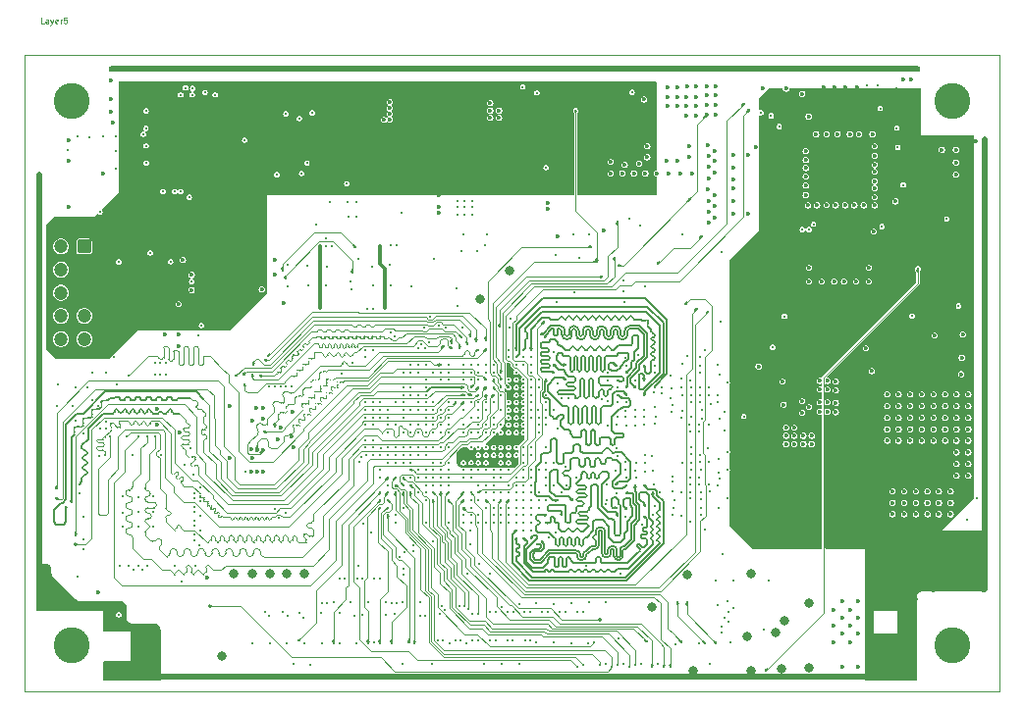
<source format=gbr>
%TF.GenerationSoftware,KiCad,Pcbnew,7.99.0-3958-g1df84f4d92*%
%TF.CreationDate,2023-12-24T01:25:56+01:00*%
%TF.ProjectId,SBC,5342432e-6b69-4636-9164-5f7063625858,rev?*%
%TF.SameCoordinates,Original*%
%TF.FileFunction,Copper,L5,Inr*%
%TF.FilePolarity,Positive*%
%FSLAX46Y46*%
G04 Gerber Fmt 4.6, Leading zero omitted, Abs format (unit mm)*
G04 Created by KiCad (PCBNEW 7.99.0-3958-g1df84f4d92) date 2023-12-24 01:25:56*
%MOMM*%
%LPD*%
G01*
G04 APERTURE LIST*
G04 Aperture macros list*
%AMRoundRect*
0 Rectangle with rounded corners*
0 $1 Rounding radius*
0 $2 $3 $4 $5 $6 $7 $8 $9 X,Y pos of 4 corners*
0 Add a 4 corners polygon primitive as box body*
4,1,4,$2,$3,$4,$5,$6,$7,$8,$9,$2,$3,0*
0 Add four circle primitives for the rounded corners*
1,1,$1+$1,$2,$3*
1,1,$1+$1,$4,$5*
1,1,$1+$1,$6,$7*
1,1,$1+$1,$8,$9*
0 Add four rect primitives between the rounded corners*
20,1,$1+$1,$2,$3,$4,$5,0*
20,1,$1+$1,$4,$5,$6,$7,0*
20,1,$1+$1,$6,$7,$8,$9,0*
20,1,$1+$1,$8,$9,$2,$3,0*%
G04 Aperture macros list end*
%ADD10C,0.100000*%
%TA.AperFunction,NonConductor*%
%ADD11C,0.100000*%
%TD*%
%TA.AperFunction,ComponentPad*%
%ADD12RoundRect,0.250000X-0.350000X0.350000X-0.350000X-0.350000X0.350000X-0.350000X0.350000X0.350000X0*%
%TD*%
%TA.AperFunction,ComponentPad*%
%ADD13C,1.200000*%
%TD*%
%TA.AperFunction,ComponentPad*%
%ADD14C,0.300000*%
%TD*%
%TA.AperFunction,ComponentPad*%
%ADD15C,3.100000*%
%TD*%
%TA.AperFunction,ComponentPad*%
%ADD16C,0.500000*%
%TD*%
%TA.AperFunction,ViaPad*%
%ADD17C,0.800000*%
%TD*%
%TA.AperFunction,ViaPad*%
%ADD18C,0.300000*%
%TD*%
%TA.AperFunction,ViaPad*%
%ADD19C,0.360000*%
%TD*%
%TA.AperFunction,Conductor*%
%ADD20C,0.110000*%
%TD*%
%TA.AperFunction,Conductor*%
%ADD21C,0.120000*%
%TD*%
%TA.AperFunction,Conductor*%
%ADD22C,0.140000*%
%TD*%
%TA.AperFunction,Conductor*%
%ADD23C,0.130000*%
%TD*%
%TA.AperFunction,Conductor*%
%ADD24C,0.350000*%
%TD*%
%TA.AperFunction,Conductor*%
%ADD25C,0.300000*%
%TD*%
%TA.AperFunction,Profile*%
%ADD26C,0.100000*%
%TD*%
G04 APERTURE END LIST*
D10*
D11*
X59200412Y-74851623D02*
X58962317Y-74851623D01*
X58962317Y-74851623D02*
X58962317Y-74351623D01*
X59581365Y-74851623D02*
X59581365Y-74589718D01*
X59581365Y-74589718D02*
X59557555Y-74542099D01*
X59557555Y-74542099D02*
X59509936Y-74518290D01*
X59509936Y-74518290D02*
X59414698Y-74518290D01*
X59414698Y-74518290D02*
X59367079Y-74542099D01*
X59581365Y-74827814D02*
X59533746Y-74851623D01*
X59533746Y-74851623D02*
X59414698Y-74851623D01*
X59414698Y-74851623D02*
X59367079Y-74827814D01*
X59367079Y-74827814D02*
X59343270Y-74780194D01*
X59343270Y-74780194D02*
X59343270Y-74732575D01*
X59343270Y-74732575D02*
X59367079Y-74684956D01*
X59367079Y-74684956D02*
X59414698Y-74661147D01*
X59414698Y-74661147D02*
X59533746Y-74661147D01*
X59533746Y-74661147D02*
X59581365Y-74637337D01*
X59771841Y-74518290D02*
X59890889Y-74851623D01*
X60009936Y-74518290D02*
X59890889Y-74851623D01*
X59890889Y-74851623D02*
X59843270Y-74970671D01*
X59843270Y-74970671D02*
X59819460Y-74994480D01*
X59819460Y-74994480D02*
X59771841Y-75018290D01*
X60390888Y-74827814D02*
X60343269Y-74851623D01*
X60343269Y-74851623D02*
X60248031Y-74851623D01*
X60248031Y-74851623D02*
X60200412Y-74827814D01*
X60200412Y-74827814D02*
X60176603Y-74780194D01*
X60176603Y-74780194D02*
X60176603Y-74589718D01*
X60176603Y-74589718D02*
X60200412Y-74542099D01*
X60200412Y-74542099D02*
X60248031Y-74518290D01*
X60248031Y-74518290D02*
X60343269Y-74518290D01*
X60343269Y-74518290D02*
X60390888Y-74542099D01*
X60390888Y-74542099D02*
X60414698Y-74589718D01*
X60414698Y-74589718D02*
X60414698Y-74637337D01*
X60414698Y-74637337D02*
X60176603Y-74684956D01*
X60628983Y-74851623D02*
X60628983Y-74518290D01*
X60628983Y-74613528D02*
X60652793Y-74565909D01*
X60652793Y-74565909D02*
X60676602Y-74542099D01*
X60676602Y-74542099D02*
X60724221Y-74518290D01*
X60724221Y-74518290D02*
X60771840Y-74518290D01*
X61176602Y-74351623D02*
X60938507Y-74351623D01*
X60938507Y-74351623D02*
X60914698Y-74589718D01*
X60914698Y-74589718D02*
X60938507Y-74565909D01*
X60938507Y-74565909D02*
X60986126Y-74542099D01*
X60986126Y-74542099D02*
X61105174Y-74542099D01*
X61105174Y-74542099D02*
X61152793Y-74565909D01*
X61152793Y-74565909D02*
X61176602Y-74589718D01*
X61176602Y-74589718D02*
X61200412Y-74637337D01*
X61200412Y-74637337D02*
X61200412Y-74756385D01*
X61200412Y-74756385D02*
X61176602Y-74804004D01*
X61176602Y-74804004D02*
X61152793Y-74827814D01*
X61152793Y-74827814D02*
X61105174Y-74851623D01*
X61105174Y-74851623D02*
X60986126Y-74851623D01*
X60986126Y-74851623D02*
X60938507Y-74827814D01*
X60938507Y-74827814D02*
X60914698Y-74804004D01*
D12*
%TO.N,Net-(J3-Pin_1)*%
%TO.C,J3*%
X62677481Y-94118014D03*
D13*
%TO.N,JTAG_TMS*%
X60677481Y-94118014D03*
%TO.N,GND*%
X62677481Y-96118014D03*
%TO.N,JTAG_TCK*%
X60677481Y-96118014D03*
%TO.N,GND*%
X62677481Y-98118014D03*
%TO.N,JTAG_TDO*%
X60677481Y-98118014D03*
%TO.N,Net-(J3-Pin_7)*%
X62677481Y-100118014D03*
%TO.N,JTAG_TDI*%
X60677481Y-100118014D03*
%TO.N,Net-(J3-Pin_9)*%
X62677481Y-102118014D03*
%TO.N,Net-(D9-K)*%
X60677481Y-102118014D03*
%TD*%
D14*
%TO.N,GND*%
%TO.C,U6*%
X68751281Y-105159014D03*
X69251281Y-105159014D03*
X69751281Y-105159014D03*
X68751281Y-104159014D03*
X69251281Y-104159014D03*
X69751281Y-104159014D03*
%TD*%
D15*
%TO.N,Net-(C289-Pad1)*%
%TO.C,H3*%
X61565481Y-81545014D03*
%TD*%
%TO.N,Net-(C287-Pad1)*%
%TO.C,H1*%
X137565481Y-81545014D03*
%TD*%
%TO.N,Net-(C288-Pad1)*%
%TO.C,H2*%
X61565481Y-128545014D03*
%TD*%
D16*
%TO.N,GND*%
%TO.C,U1*%
X125893462Y-85120028D03*
X125893462Y-86295028D03*
X125893462Y-87470028D03*
X125893462Y-88645028D03*
X125893462Y-89820028D03*
X126893462Y-85120028D03*
X126893462Y-86295028D03*
X126893462Y-87470028D03*
X126893462Y-88645028D03*
X126893462Y-89820028D03*
X127893462Y-85120028D03*
X127893462Y-86295028D03*
X127893462Y-87470028D03*
X127893462Y-88645028D03*
X127893462Y-89820028D03*
X128893462Y-85120028D03*
X128893462Y-86295028D03*
X128893462Y-87470028D03*
X128893462Y-88645028D03*
X128893462Y-89820028D03*
X129893462Y-85120028D03*
X129893462Y-86295028D03*
X129893462Y-87470028D03*
X129893462Y-88645028D03*
X129893462Y-89820028D03*
%TD*%
D15*
%TO.N,Net-(C290-Pad1)*%
%TO.C,H4*%
X137565481Y-128545014D03*
%TD*%
D17*
%TO.N,GND*%
X122880481Y-112736014D03*
D18*
X77977481Y-81218014D03*
X140318681Y-120409414D03*
X58693462Y-96720028D03*
X114895000Y-110101400D03*
D19*
X128885481Y-98766014D03*
X116543462Y-92057528D03*
D18*
X79125481Y-116746014D03*
D19*
X102650481Y-88857014D03*
X65120000Y-83430400D03*
D18*
X68620000Y-115692900D03*
D19*
X64970216Y-82503204D03*
D18*
X96020000Y-108880400D03*
X104693462Y-78720028D03*
D19*
X129893462Y-110220028D03*
D18*
X72685081Y-131376614D03*
D19*
X122943462Y-106770028D03*
D18*
X58683081Y-92902214D03*
X140343462Y-108370028D03*
D19*
X126443462Y-80370028D03*
D18*
X58693462Y-101720028D03*
X92770000Y-112780400D03*
D17*
X114665481Y-122457014D03*
D19*
X79090181Y-95269314D03*
D18*
X71693462Y-78720028D03*
X62120000Y-84630400D03*
X83611081Y-95876214D03*
X97165481Y-130179514D03*
X111776400Y-106730000D03*
X72300000Y-121712900D03*
X140343462Y-104370028D03*
D19*
X130193462Y-99420028D03*
D18*
X117435000Y-105148400D03*
X65377481Y-84618014D03*
D19*
X79832321Y-85458099D03*
X134818462Y-90225028D03*
D18*
X140318681Y-114409414D03*
X89520000Y-111480400D03*
X103495000Y-105955400D03*
X91470000Y-107580400D03*
X101220000Y-104980400D03*
D17*
X125165481Y-124900514D03*
D18*
X78600000Y-106225000D03*
D17*
X137365481Y-120520028D03*
D18*
X100570000Y-108880400D03*
X90043481Y-91196014D03*
X113420000Y-113980400D03*
D19*
X59515481Y-125070014D03*
X135870000Y-90470400D03*
D18*
X113420000Y-115230400D03*
X113670000Y-128430900D03*
X96020000Y-116030400D03*
D19*
X85728981Y-81410014D03*
D18*
X140318681Y-117409414D03*
X99270000Y-110180400D03*
X140318681Y-122409414D03*
X92120000Y-108230400D03*
X140343462Y-101415014D03*
X140320000Y-85230400D03*
X129693462Y-131370028D03*
X82677481Y-92212014D03*
X140320000Y-89430400D03*
X79600000Y-106225000D03*
X58693462Y-97720028D03*
X88693462Y-131370028D03*
X99270000Y-111480400D03*
X76777481Y-83218014D03*
X106165481Y-128346014D03*
X67320000Y-118292900D03*
X96020000Y-107580400D03*
D19*
X72202481Y-83873014D03*
X135890481Y-123770014D03*
X67249481Y-90392014D03*
D18*
X65227481Y-103668014D03*
D17*
X122880481Y-119721014D03*
D19*
X129243462Y-99420028D03*
D18*
X90693462Y-78720028D03*
D19*
X70932481Y-85143014D03*
X64715481Y-125720014D03*
D18*
X97320000Y-113430400D03*
X58683081Y-93902214D03*
X91693462Y-78720028D03*
X66020000Y-115692900D03*
X108923000Y-83253014D03*
X138843462Y-120720028D03*
X97320000Y-109530400D03*
X132749481Y-80475014D03*
X92871481Y-95198014D03*
X58693462Y-122720028D03*
X58693462Y-98720028D03*
X122693462Y-78720028D03*
D19*
X85565481Y-84830900D03*
D18*
X99465481Y-100345014D03*
X77977481Y-85218014D03*
X97320000Y-112130400D03*
X58693462Y-117720028D03*
X86693462Y-131370028D03*
D19*
X124855962Y-98820028D03*
X134436481Y-78782014D03*
D17*
X137365481Y-122395014D03*
D18*
X65720000Y-121730400D03*
X114133000Y-105529400D03*
X80693462Y-131370028D03*
X111920000Y-116530400D03*
X110196000Y-109593400D03*
X95365481Y-93095014D03*
X140320000Y-86230400D03*
X100165481Y-130179514D03*
D19*
X128343462Y-80370028D03*
D18*
X65444481Y-85905014D03*
X92120000Y-117930400D03*
X116693462Y-131370028D03*
D19*
X64715481Y-131245014D03*
D17*
X111665481Y-125233014D03*
D18*
X88220000Y-114080400D03*
D19*
X137160191Y-84971449D03*
D18*
X123693462Y-78720028D03*
X95693462Y-78720028D03*
D19*
X64986726Y-81372269D03*
D18*
X87693462Y-131370028D03*
X131693462Y-131370028D03*
X109149481Y-98001014D03*
X58693462Y-120720028D03*
X101220000Y-103680400D03*
D19*
X67790481Y-128545014D03*
X127593462Y-111570028D03*
D18*
X127693462Y-131370028D03*
X90820000Y-114080400D03*
X115784000Y-107561400D03*
X111044681Y-97519814D03*
X106191681Y-124832214D03*
X92770000Y-108230400D03*
D17*
X115165481Y-130745014D03*
D19*
X117043462Y-90607528D03*
X124878462Y-106733429D03*
D18*
X87643481Y-87196014D03*
D19*
X136825000Y-90470400D03*
D18*
X96020000Y-104330400D03*
X138843462Y-121720028D03*
X119693462Y-131370028D03*
X133840481Y-94970014D03*
X58683081Y-90902214D03*
X90170000Y-106930400D03*
X107665481Y-130146014D03*
D19*
X128893462Y-110220028D03*
D18*
X101930500Y-113435280D03*
D19*
X85982981Y-82807014D03*
D18*
X81985481Y-97501814D03*
X63153481Y-84666014D03*
X101870000Y-108880400D03*
X99270000Y-114730400D03*
X108545000Y-109466400D03*
D19*
X72227481Y-85168014D03*
D18*
X129621481Y-78747814D03*
D19*
X127393462Y-80370028D03*
D18*
X132693462Y-131370028D03*
X130693462Y-131370028D03*
X68620000Y-116992900D03*
X92762384Y-104976717D03*
X140343462Y-107370028D03*
X114903881Y-115866014D03*
X140343462Y-112370028D03*
X85693462Y-78720028D03*
X90163035Y-124848460D03*
D19*
X85677481Y-82118014D03*
D18*
X102520000Y-116030400D03*
X114937279Y-105665169D03*
X103143681Y-103230400D03*
D17*
X131365481Y-129395014D03*
D18*
X125621481Y-78747814D03*
X77944481Y-92635014D03*
X118693462Y-131370028D03*
D19*
X117043462Y-87757528D03*
D18*
X114693462Y-78720028D03*
X87165481Y-124846014D03*
X89122881Y-97501814D03*
X79693462Y-78720028D03*
D19*
X126255962Y-99320028D03*
D18*
X102720000Y-119230400D03*
X89520000Y-117330400D03*
X72577481Y-92618014D03*
D17*
X123093462Y-126470028D03*
D18*
X108672000Y-107561400D03*
D19*
X73472481Y-86540014D03*
D18*
X140343462Y-105370028D03*
X58693462Y-107720028D03*
X87420000Y-118780400D03*
X99920000Y-107580400D03*
X117693462Y-78720028D03*
D19*
X91697981Y-88268014D03*
D18*
X103693462Y-131370028D03*
X85846281Y-104131214D03*
X140343462Y-90370028D03*
X109693462Y-131370028D03*
X98665481Y-125230014D03*
D17*
X99358481Y-96223014D03*
D18*
X67320000Y-115792900D03*
X69412481Y-93895014D03*
X140320000Y-88630400D03*
X96670000Y-117330400D03*
D19*
X77100000Y-113525000D03*
X124878462Y-105896627D03*
D18*
X72693462Y-78720028D03*
X94070000Y-114730400D03*
X140318681Y-123409414D03*
D19*
X65690481Y-126695014D03*
X129893462Y-106820028D03*
D18*
X117165481Y-122946014D03*
D19*
X93221981Y-89030014D03*
D18*
X92120000Y-112130400D03*
X91470000Y-104330400D03*
X97320000Y-111480400D03*
X95370000Y-109530400D03*
X140343462Y-92370028D03*
X109327626Y-103711393D03*
D19*
X131818462Y-80965028D03*
D18*
X103165481Y-128290514D03*
D19*
X101253481Y-87841014D03*
X126893462Y-81070028D03*
D18*
X102076286Y-85275614D03*
X115670000Y-114080400D03*
D17*
X121610481Y-115911014D03*
D18*
X96693462Y-131370028D03*
X117611081Y-94613814D03*
X89693462Y-78720028D03*
D19*
X64715481Y-130270014D03*
D18*
X96020000Y-110180400D03*
D19*
X61313481Y-86699014D03*
X124893462Y-106320028D03*
D18*
X97320000Y-114730400D03*
X117420000Y-112480400D03*
X121665481Y-122946014D03*
D19*
X131205962Y-94570028D03*
D18*
X68693462Y-78720028D03*
X110255681Y-112792614D03*
D19*
X128655962Y-82920028D03*
D18*
X58693462Y-95720028D03*
X71177481Y-92618014D03*
X114265481Y-93065014D03*
X94865481Y-99295014D03*
X92693462Y-131370028D03*
X86770000Y-118080400D03*
X66020000Y-117092900D03*
D19*
X134847962Y-89325028D03*
D18*
X99920000Y-105630400D03*
X86693462Y-78720028D03*
X115770000Y-112130400D03*
D19*
X124243462Y-106720028D03*
D18*
X90170000Y-108880400D03*
X109470000Y-114030400D03*
X99270000Y-108880400D03*
X104915481Y-98096014D03*
D19*
X70932481Y-86413014D03*
X132622481Y-82507014D03*
X73527281Y-98187614D03*
D18*
X99270000Y-117980400D03*
X58693462Y-102720028D03*
X80277481Y-88212014D03*
D19*
X130693462Y-98770028D03*
D18*
X81883881Y-95749214D03*
D19*
X84339551Y-88405134D03*
D18*
X130138591Y-80221514D03*
D19*
X128793462Y-81070028D03*
X75251687Y-112374401D03*
X127893462Y-81070028D03*
D18*
X58693462Y-116720028D03*
X106714481Y-84784014D03*
X107783000Y-105021400D03*
X91665481Y-124846014D03*
X119315481Y-98195014D03*
D19*
X129393462Y-109620028D03*
D18*
X140343462Y-100415014D03*
X97970000Y-114080400D03*
D19*
X107476481Y-92774514D03*
X135971471Y-84971449D03*
D18*
X97970000Y-113430400D03*
X79100000Y-106225000D03*
X113371000Y-107815400D03*
X92665481Y-130141495D03*
X58693462Y-112720028D03*
D19*
X131143462Y-99420028D03*
D18*
X87570000Y-103030400D03*
D19*
X66377481Y-85418014D03*
D18*
X95370000Y-110180400D03*
X89693462Y-131370028D03*
D19*
X117043462Y-89707528D03*
D18*
X117370000Y-113630400D03*
X103320000Y-118830400D03*
X104693462Y-131370028D03*
X95693462Y-131370028D03*
D19*
X138720000Y-90470400D03*
D17*
X125165481Y-130516014D03*
D18*
X116546000Y-109466400D03*
D19*
X129693462Y-98770028D03*
X134265481Y-131245014D03*
D17*
X133365481Y-129395014D03*
D19*
X93221981Y-89665014D03*
X124355962Y-99370028D03*
D18*
X124693462Y-131370028D03*
X95265481Y-101145014D03*
D19*
X95472286Y-84285014D03*
D18*
X92025481Y-101145014D03*
X140318681Y-121409414D03*
X86165481Y-128346014D03*
X116673000Y-107688400D03*
X87665481Y-128335014D03*
X88870000Y-112780400D03*
X100570000Y-103680400D03*
X58693462Y-99720028D03*
D17*
X133365481Y-122395014D03*
D18*
X94070000Y-110180400D03*
X82477481Y-81818014D03*
X76693462Y-131370028D03*
X94165481Y-128369014D03*
D19*
X65003236Y-79779054D03*
D18*
X58683081Y-91902214D03*
D17*
X122880481Y-117816014D03*
D18*
X123693462Y-131370028D03*
X104665481Y-128346014D03*
D19*
X125755962Y-98820028D03*
D18*
X100175481Y-124965014D03*
D19*
X76402681Y-95936814D03*
X72202481Y-86413014D03*
D18*
X113693462Y-131370028D03*
X77165481Y-128346014D03*
D17*
X122783992Y-130606543D03*
D18*
X140343462Y-93370028D03*
X58835481Y-87841014D03*
D19*
X92436481Y-85855014D03*
X129893462Y-107820028D03*
D18*
X58693462Y-100720028D03*
X117693462Y-131370028D03*
X105693462Y-78720028D03*
X140343462Y-110370028D03*
D19*
X65882500Y-124890400D03*
X94903481Y-84666014D03*
D18*
X103155481Y-125016014D03*
X138843462Y-119720028D03*
X70685081Y-131376614D03*
X83693462Y-131370028D03*
X99270000Y-117330400D03*
X93693462Y-131370028D03*
X140343462Y-102370028D03*
X105376567Y-95098792D03*
D19*
X73599481Y-83873014D03*
D18*
X100570000Y-113430400D03*
X100693462Y-131370028D03*
X94693462Y-131370028D03*
X140265481Y-98545014D03*
X120693462Y-131370028D03*
X58693462Y-119720028D03*
X101220000Y-118630400D03*
D19*
X139611926Y-85053999D03*
X126755962Y-98820028D03*
D18*
X116665481Y-130146014D03*
D19*
X138505756Y-85020979D03*
D18*
X138843462Y-123720028D03*
D19*
X129893462Y-108820028D03*
D18*
X58693462Y-109720028D03*
X94070000Y-112780400D03*
D19*
X117043462Y-85857528D03*
D18*
X83693462Y-78720028D03*
X67458329Y-98660965D03*
X108672000Y-106291400D03*
D19*
X86315481Y-84331014D03*
X133615481Y-78782014D03*
D18*
X68620000Y-118292900D03*
X107665481Y-124845014D03*
D19*
X120565481Y-85577528D03*
D18*
X94693462Y-78720028D03*
X140343462Y-113370028D03*
X87693462Y-78720028D03*
X58693462Y-103720028D03*
D17*
X135365481Y-122395014D03*
D18*
X77977481Y-91618014D03*
D17*
X131365481Y-120520028D03*
D18*
X101665481Y-128290514D03*
D19*
X102650481Y-89365014D03*
X116543462Y-91107528D03*
X116493462Y-89207528D03*
D18*
X109265481Y-98918014D03*
X120693462Y-78720028D03*
D19*
X64715481Y-126695014D03*
D18*
X75693462Y-131370028D03*
D19*
X67315481Y-127345014D03*
X77546846Y-108071846D03*
D18*
X102520000Y-114730400D03*
X140318681Y-116409414D03*
D19*
X84323041Y-87629164D03*
D18*
X92490481Y-100151014D03*
X77693462Y-78720028D03*
X82693462Y-131370028D03*
X98693462Y-131370028D03*
X92120000Y-114730400D03*
X81693462Y-78720028D03*
X131621481Y-78747814D03*
D19*
X65003236Y-78887514D03*
D18*
X104047481Y-80348014D03*
D19*
X117043462Y-86757528D03*
D18*
X109645481Y-91727028D03*
X115784000Y-103624400D03*
X75693462Y-78720028D03*
X97693462Y-131370028D03*
X140318681Y-119409414D03*
X108693462Y-131370028D03*
D19*
X128185481Y-99416014D03*
D18*
X108693462Y-78720028D03*
X62640000Y-110292900D03*
D19*
X94903481Y-85555014D03*
D18*
X93420000Y-110180400D03*
X67320000Y-116992900D03*
X87573481Y-97502314D03*
X86920000Y-103680400D03*
X140343462Y-103370028D03*
D19*
X134315481Y-128495014D03*
X102650481Y-90889014D03*
D18*
X94070000Y-108230400D03*
D19*
X132505962Y-89220028D03*
D18*
X110693462Y-131370028D03*
X140343462Y-109370028D03*
X101693462Y-131370028D03*
X88250981Y-111492900D03*
D19*
X61313481Y-90699014D03*
D18*
X102693462Y-131370028D03*
D19*
X63415481Y-125070014D03*
X128893462Y-111570028D03*
D17*
X121610481Y-119721014D03*
D19*
X123255962Y-90720028D03*
X65427481Y-92768014D03*
D18*
X64320000Y-84630400D03*
X97320000Y-110180400D03*
D19*
X134265481Y-123770014D03*
X86565481Y-83188014D03*
X137780000Y-90470400D03*
X73552681Y-95936814D03*
X124893462Y-105470028D03*
X67315481Y-129945014D03*
D18*
X91470000Y-114080400D03*
X90820000Y-111480400D03*
D17*
X96808481Y-98623014D03*
D18*
X73693462Y-78720028D03*
D19*
X116543462Y-88207528D03*
D18*
X96565481Y-94495014D03*
X90170000Y-104980400D03*
X97970000Y-104330400D03*
X108626800Y-112216400D03*
D19*
X70932481Y-83873014D03*
D18*
X77977481Y-87218014D03*
X111855881Y-105020214D03*
X90170000Y-106280400D03*
X115055481Y-111486014D03*
X78693462Y-131370028D03*
D19*
X121193462Y-80497528D03*
X134465962Y-84630028D03*
X134465962Y-83680028D03*
X76402681Y-98236814D03*
D18*
X78665481Y-128346014D03*
D19*
X129893462Y-111570028D03*
D18*
X115870000Y-115917273D03*
X99693462Y-78720028D03*
X138065481Y-96045014D03*
D19*
X81252181Y-84789444D03*
D18*
X66693462Y-78720028D03*
D19*
X94456286Y-81821214D03*
D17*
X135365481Y-120520028D03*
D19*
X130755962Y-94570028D03*
D18*
X140343462Y-111370028D03*
D19*
X120868462Y-108170028D03*
D18*
X58693462Y-114720028D03*
X138083481Y-98144414D03*
D19*
X95472286Y-85809014D03*
D18*
X140265481Y-99445014D03*
X138843462Y-122720028D03*
X103693462Y-78720028D03*
X88665481Y-124846014D03*
D19*
X65427481Y-90568014D03*
D18*
X92770000Y-114730400D03*
X67693462Y-78720028D03*
D19*
X62440481Y-125070014D03*
D18*
X70693462Y-78720028D03*
X69693462Y-78720028D03*
X115693462Y-78720028D03*
X83165481Y-128346014D03*
X101220000Y-117330400D03*
X105693462Y-131370028D03*
X112693462Y-78720028D03*
D19*
X124643462Y-92050028D03*
D18*
X61970281Y-106264814D03*
X99270000Y-112130400D03*
X74693462Y-78720028D03*
X66020000Y-118292900D03*
X93420000Y-108230400D03*
D17*
X119855481Y-127755014D03*
X133365481Y-124395014D03*
X75590481Y-122345014D03*
D18*
X98693462Y-78720028D03*
D19*
X66417481Y-87018014D03*
D18*
X92770000Y-107580400D03*
D19*
X83794721Y-86869704D03*
D18*
X92120000Y-106930400D03*
X76619481Y-92635014D03*
D19*
X133290481Y-79713014D03*
D18*
X99270000Y-103030400D03*
X67685081Y-131376614D03*
X96670000Y-114730400D03*
D17*
X74523872Y-129442223D03*
D18*
X106693462Y-131370028D03*
X108620000Y-115430400D03*
X89046681Y-95698414D03*
D19*
X122865353Y-104250528D03*
D18*
X58693462Y-104720028D03*
D19*
X116543462Y-87257528D03*
D18*
X83560281Y-97501814D03*
X88870000Y-109530400D03*
X111847000Y-107942400D03*
X107620000Y-116380400D03*
X122693462Y-131370028D03*
X60420000Y-106018462D03*
D19*
X85601981Y-85601014D03*
D18*
X140343462Y-94370028D03*
X116693462Y-78720028D03*
X93420000Y-114730400D03*
X113693462Y-78720028D03*
D17*
X120165481Y-130745014D03*
D18*
X93420000Y-112780400D03*
X114693462Y-131370028D03*
X100570000Y-109530400D03*
X101220000Y-112130400D03*
X99693462Y-131370028D03*
D19*
X80567016Y-85474609D03*
D18*
X89520000Y-107580400D03*
D19*
X128393462Y-109620028D03*
X131705962Y-94570028D03*
D18*
X98665481Y-130195014D03*
D19*
X72400881Y-99000414D03*
D18*
X68685081Y-131376614D03*
D17*
X80165481Y-122345014D03*
D18*
X99270000Y-103680400D03*
D19*
X73242500Y-122730400D03*
X65690481Y-131245014D03*
D18*
X97970000Y-114730400D03*
X100693462Y-78720028D03*
X65377481Y-87418014D03*
X140343462Y-106370028D03*
X109165481Y-130146014D03*
X101693462Y-78720028D03*
X96020000Y-112780400D03*
X77977481Y-80018014D03*
X117434996Y-108958400D03*
X97970000Y-107580400D03*
X92120000Y-111480400D03*
D17*
X133365481Y-120520028D03*
D19*
X116493462Y-85357528D03*
D18*
X112165481Y-130146014D03*
X139643462Y-115870028D03*
X97970000Y-117330400D03*
D19*
X74952681Y-97174314D03*
X63920000Y-123952900D03*
X61375481Y-84920014D03*
D18*
X83539924Y-93381971D03*
X130621481Y-78747814D03*
D19*
X134493826Y-82618774D03*
D18*
X58693462Y-110720028D03*
D19*
X65427481Y-91618014D03*
D18*
X100570000Y-116680400D03*
X101220000Y-107580400D03*
X80588481Y-106214014D03*
X95370000Y-117980400D03*
D17*
X121610481Y-117816014D03*
D18*
X99920000Y-114080400D03*
X99270000Y-115380400D03*
D19*
X79620000Y-109730400D03*
D18*
X90693462Y-131370028D03*
X102693462Y-78720028D03*
D17*
X131365481Y-124395014D03*
D18*
X131138591Y-80221514D03*
X140320000Y-87830400D03*
D19*
X116543462Y-90157528D03*
D18*
X58693462Y-115720028D03*
D19*
X72831281Y-99838614D03*
D18*
X140343462Y-95370028D03*
D19*
X127593462Y-110220028D03*
D18*
X107693462Y-78720028D03*
D19*
X78100000Y-113525000D03*
D18*
X84665481Y-128346014D03*
X91693462Y-131370028D03*
D19*
X125305962Y-99320028D03*
D18*
X82693462Y-78720028D03*
X58683081Y-88902214D03*
X99920000Y-116680400D03*
D19*
X122880000Y-93030400D03*
D18*
X109693462Y-78720028D03*
X111693462Y-78720028D03*
D19*
X102650481Y-90381014D03*
D18*
X117308000Y-106926400D03*
X69685081Y-131376614D03*
D19*
X129293462Y-80370028D03*
D18*
X121693462Y-78720028D03*
X126621481Y-78747814D03*
X128621481Y-78747814D03*
D19*
X93221981Y-91189014D03*
D17*
X122295481Y-127475014D03*
D18*
X88693462Y-78720028D03*
X121693462Y-131370028D03*
X87497281Y-95901614D03*
X85665481Y-124846014D03*
X102520000Y-111480400D03*
X100570000Y-118630400D03*
X77693462Y-131370028D03*
X93693462Y-78720028D03*
X109149481Y-97051014D03*
X61248481Y-85809014D03*
X140318681Y-115409414D03*
X91470000Y-108230400D03*
D19*
X129293462Y-107320028D03*
D18*
X140320000Y-87030400D03*
X133693462Y-131370028D03*
D19*
X116543462Y-86307528D03*
D18*
X102515481Y-85445014D03*
X70245481Y-89835014D03*
X77977481Y-84418014D03*
X80693462Y-78720028D03*
X70657081Y-97374814D03*
X124621481Y-78747814D03*
X107693462Y-131370028D03*
X101665481Y-124946014D03*
D17*
X81665481Y-122345014D03*
D18*
X66450000Y-101120000D03*
X138843462Y-117720028D03*
D19*
X94837286Y-80932214D03*
D18*
X127621481Y-78747814D03*
X111693462Y-131370028D03*
D17*
X131365481Y-122395014D03*
D19*
X80700000Y-111425000D03*
D18*
X78693462Y-78720028D03*
X138065481Y-93545014D03*
X76693462Y-78720028D03*
X107275000Y-107307400D03*
X93477481Y-125143014D03*
X89520000Y-112780400D03*
D19*
X70885681Y-110201814D03*
X93221981Y-90681014D03*
D18*
X79693462Y-131370028D03*
X71685081Y-131376614D03*
X140265481Y-97545014D03*
X84693462Y-131370028D03*
D17*
X122880481Y-115911014D03*
D18*
X58693462Y-113720028D03*
X97693462Y-78720028D03*
X115693462Y-131370028D03*
X90170000Y-111480400D03*
D19*
X133638481Y-82507014D03*
D18*
X58693462Y-121720028D03*
D19*
X129293462Y-108320028D03*
D18*
X140318681Y-118409414D03*
X113303000Y-106374200D03*
X132621481Y-78747814D03*
X110204881Y-105655214D03*
X110665481Y-130146014D03*
D19*
X134365481Y-124545014D03*
D18*
X91470000Y-113430400D03*
X58683081Y-94902214D03*
X95052481Y-125168014D03*
X112693462Y-131370028D03*
X58683081Y-89902214D03*
X92120000Y-107580400D03*
D17*
X77165481Y-122345014D03*
D18*
X58693462Y-111720028D03*
X106693462Y-78720028D03*
X96693462Y-78720028D03*
X92120000Y-110180400D03*
X90165481Y-130125514D03*
D19*
X94837286Y-82583214D03*
D18*
X115657000Y-109466400D03*
D19*
X129293462Y-106320028D03*
D18*
X81665481Y-128346014D03*
X110196000Y-108196400D03*
X110693462Y-78720028D03*
X62945000Y-106308462D03*
D19*
X134019481Y-79713014D03*
D18*
X58693462Y-124720028D03*
D19*
X127205962Y-99320028D03*
D18*
X90170000Y-110180400D03*
D19*
X60490481Y-125070014D03*
D18*
X119693462Y-78720028D03*
X95665481Y-128345014D03*
X80080481Y-106214014D03*
D19*
X73599481Y-85143014D03*
D18*
X58693462Y-123720028D03*
X116420000Y-111530400D03*
D19*
X117043462Y-91607528D03*
D18*
X58693462Y-108720028D03*
X111720000Y-113480400D03*
D19*
X65690481Y-130270014D03*
D18*
X109290481Y-85120014D03*
X99270000Y-108230400D03*
X99270000Y-112780400D03*
X58693462Y-105720028D03*
D19*
X80650000Y-108375000D03*
D18*
X71062500Y-123040400D03*
X80165481Y-128346014D03*
X95370000Y-112780400D03*
D19*
X103539481Y-93241014D03*
D18*
X84693462Y-78720028D03*
X118693462Y-78720028D03*
X99270000Y-109530400D03*
X111770000Y-114680400D03*
X84165481Y-124846014D03*
D19*
X134893462Y-85277528D03*
D18*
X104665481Y-124919514D03*
D17*
X78665481Y-122345014D03*
D18*
X92693462Y-78720028D03*
X138843462Y-118720028D03*
X117534881Y-100582814D03*
X97320000Y-112780400D03*
X66685081Y-131376614D03*
X77977481Y-90418014D03*
X100570000Y-112130400D03*
X103377481Y-98918014D03*
D19*
X64262481Y-87829014D03*
X129393462Y-110870028D03*
D18*
X74685081Y-131376614D03*
X81693462Y-131370028D03*
X65470000Y-106018462D03*
D17*
X120165481Y-122345014D03*
D18*
X73685081Y-131376614D03*
D19*
X66677481Y-92768014D03*
X95472286Y-85047014D03*
D18*
X108470000Y-113480400D03*
X91470000Y-111480400D03*
X117320000Y-114780400D03*
D19*
X61465481Y-125070014D03*
D18*
X140265481Y-96445014D03*
X95370000Y-108230400D03*
D19*
X95411481Y-83015014D03*
D18*
X58693462Y-118720028D03*
X58693462Y-106720028D03*
X118665481Y-122946014D03*
X77977481Y-86218014D03*
X85693462Y-131370028D03*
D19*
X128393462Y-110870028D03*
D18*
X140343462Y-91370028D03*
%TO.N,GBE0_MDI3_N*%
X72185800Y-119455400D03*
%TO.N,GBE0_MDI3_P*%
X72186800Y-119005400D03*
%TO.N,/IO/LED0*%
X67320000Y-121730400D03*
%TO.N,/IO/LED1*%
X66920000Y-122030400D03*
%TO.N,GBE0_MDI2_N*%
X72186800Y-118255400D03*
%TO.N,GBE0_MDI2_P*%
X72186800Y-117805400D03*
%TO.N,/MPU/VDDA_0P9*%
X97970898Y-108878794D03*
%TO.N,GBE0_MDI1_N*%
X72186800Y-117055400D03*
%TO.N,GBE0_MDI1_P*%
X72186800Y-116605400D03*
%TO.N,GBE0_MDI0_N*%
X72186800Y-115855400D03*
%TO.N,GBE0_MDI0_P*%
X72186800Y-115405400D03*
%TO.N,3.3V_SW*%
X114865481Y-90045014D03*
D19*
X115420981Y-82803014D03*
X137393462Y-116245028D03*
X133918462Y-108895028D03*
X128693462Y-84407528D03*
X134918462Y-110895028D03*
X115420981Y-82003014D03*
X136918462Y-109895028D03*
X133918462Y-106895028D03*
X131918462Y-109895028D03*
X127493462Y-90557528D03*
X130843462Y-85470028D03*
X129493462Y-84407528D03*
X115420981Y-81203014D03*
X138918462Y-112895028D03*
X133393462Y-117245028D03*
X137918462Y-113895028D03*
X137918462Y-110895028D03*
X138918462Y-111895028D03*
X130843462Y-90557528D03*
X134393462Y-116245028D03*
X124893462Y-89670028D03*
X138918462Y-113895028D03*
X113820981Y-81203014D03*
X132918462Y-110895028D03*
X117156481Y-82775014D03*
X123193462Y-80497528D03*
X135918462Y-106895028D03*
X127638838Y-84403766D03*
X135918462Y-107895028D03*
X133918462Y-109895028D03*
X133393462Y-115245028D03*
X138918462Y-109895028D03*
X132393462Y-115245028D03*
X136918462Y-107895028D03*
X116356481Y-81075014D03*
X134918462Y-106895028D03*
X131918462Y-107895028D03*
X135393462Y-117245028D03*
X130843462Y-87057528D03*
X117156481Y-80275014D03*
X122893462Y-105770028D03*
X113820981Y-82003014D03*
X131918462Y-108895028D03*
X136918462Y-110895028D03*
X136393462Y-117245028D03*
X116356481Y-81875014D03*
X113020981Y-80403014D03*
X115467481Y-80275014D03*
X113020981Y-82003014D03*
X137918462Y-109895028D03*
X124893462Y-88070028D03*
D18*
X117765481Y-120645014D03*
D19*
X136918462Y-108895028D03*
X136393462Y-116245028D03*
X131918462Y-110895028D03*
X130843462Y-87670028D03*
X135393462Y-116245028D03*
X129893462Y-90557528D03*
X125793462Y-84420028D03*
X124893462Y-87357528D03*
D18*
X121915481Y-82820014D03*
D19*
X138918462Y-107895028D03*
X114620981Y-81203014D03*
X137918462Y-107895028D03*
X113020981Y-81203014D03*
X134393462Y-115245028D03*
X137918462Y-112895028D03*
X129093462Y-90557528D03*
X117156481Y-81075014D03*
X131918462Y-106895028D03*
X137393462Y-117245028D03*
X137918462Y-108895028D03*
X116356481Y-82775014D03*
D18*
X99270000Y-107580400D03*
D19*
X132393462Y-116245028D03*
X116356481Y-80275014D03*
X117156481Y-81875014D03*
X130840643Y-89870028D03*
X124893462Y-85870028D03*
X114620981Y-82803014D03*
X114705481Y-80275014D03*
D18*
X137065481Y-91745014D03*
D19*
X134918462Y-108895028D03*
X135393462Y-115245028D03*
X120833500Y-104463796D03*
X126693462Y-84407528D03*
D18*
X101703767Y-80847014D03*
D19*
X136393462Y-115245028D03*
X128293462Y-90557528D03*
X126693462Y-90553941D03*
X132918462Y-108895028D03*
X138918462Y-108895028D03*
X135918462Y-110895028D03*
X135918462Y-109895028D03*
X130840643Y-89070028D03*
X136918462Y-106895028D03*
X137393462Y-115245028D03*
X132393462Y-117245028D03*
D18*
X108715481Y-95745014D03*
D19*
X134918462Y-107895028D03*
X133918462Y-107895028D03*
X134393462Y-117245028D03*
X124893462Y-86670028D03*
X130643462Y-84407528D03*
X132918462Y-109895028D03*
D18*
X109915481Y-80795014D03*
D19*
X124893462Y-88870028D03*
X133918462Y-110895028D03*
X125893462Y-90557528D03*
X137918462Y-111895028D03*
X132918462Y-106895028D03*
X138918462Y-110895028D03*
X137918462Y-106895028D03*
X135918462Y-108895028D03*
X130843462Y-86270028D03*
X134918462Y-109895028D03*
D18*
X134070281Y-100125614D03*
D19*
X113820981Y-80403014D03*
X130840643Y-88470028D03*
X133393462Y-116245028D03*
X114620981Y-82003014D03*
X125093462Y-90557528D03*
X132918462Y-107895028D03*
X138918462Y-106895028D03*
D18*
%TO.N,VBAT*%
X132749481Y-83895014D03*
X121260000Y-127220000D03*
%TO.N,I2C1_SCL*%
X89520000Y-114730400D03*
X106665481Y-128268014D03*
%TO.N,I2C1_SDA*%
X89520000Y-114080400D03*
X107165481Y-130243014D03*
%TO.N,I2C2_SCL*%
X108665481Y-130243014D03*
X72790681Y-100918014D03*
X86027481Y-94168014D03*
X79777481Y-96168014D03*
X90820000Y-115380400D03*
%TO.N,I2C2_SDA*%
X72537481Y-101818014D03*
X80027481Y-96918014D03*
X108165481Y-130431014D03*
X73404983Y-125168014D03*
X85767481Y-96378014D03*
X90170000Y-115380400D03*
%TO.N,I2C3_SCL*%
X109665481Y-130431014D03*
X90820000Y-114730400D03*
%TO.N,I2C3_SDA*%
X110165481Y-130243014D03*
X90170000Y-114080400D03*
%TO.N,USB1_OC*%
X95450344Y-125143014D03*
X92770000Y-116030400D03*
%TO.N,USB1_PWR_EN*%
X96612550Y-125807945D03*
X93420000Y-115380400D03*
%TO.N,UART2_TXD*%
X88870000Y-115380400D03*
X87165481Y-128346014D03*
%TO.N,UART2_RXD*%
X86664800Y-125907800D03*
%TO.N,UART1_TXD*%
X83132981Y-125762514D03*
%TO.N,UART1_RXD*%
X88220000Y-115380400D03*
X84165481Y-128346014D03*
%TO.N,/IO/ENET_2.5V_A*%
X72649566Y-116134784D03*
X71320000Y-112942900D03*
X71845000Y-111492900D03*
X72670481Y-117415414D03*
X72562081Y-119930014D03*
%TO.N,USB2_RX_N*%
X81556777Y-126147177D03*
%TO.N,USB2_RX_P*%
X81203223Y-125793623D03*
%TO.N,USB2_TX_N*%
X80186777Y-125987177D03*
%TO.N,USB2_TX_P*%
X79833223Y-125633623D03*
%TO.N,USB2_DP*%
X78263223Y-125633623D03*
%TO.N,VDD_1V*%
X64002281Y-112233814D03*
X61690881Y-107865014D03*
X72070000Y-113830400D03*
X61952556Y-109139557D03*
X60344681Y-107890414D03*
%TO.N,UART3_RXD*%
X85938081Y-126009400D03*
%TO.N,UART3_TXD*%
X84718800Y-125780800D03*
%TO.N,UART4_RXD*%
X105165481Y-130431014D03*
X88220000Y-116030400D03*
%TO.N,NVCC_DRAM_1V1*%
X118120000Y-105830400D03*
X100570000Y-112780400D03*
X101220000Y-117980400D03*
X109320000Y-117430400D03*
D19*
X128193462Y-97157528D03*
D18*
X114207000Y-117353000D03*
X113445000Y-117302200D03*
X118120000Y-111830400D03*
D19*
X129243462Y-97157528D03*
D18*
X105087698Y-114076115D03*
X111974000Y-108831400D03*
X115784000Y-104386400D03*
X100570000Y-104330400D03*
X115657000Y-110101400D03*
X101870000Y-110180400D03*
X112487600Y-106831600D03*
X101220000Y-114080400D03*
X101870000Y-116030400D03*
X109434000Y-107561400D03*
X101220000Y-106280400D03*
X114133000Y-106291400D03*
X99920000Y-112130400D03*
X107745100Y-116001529D03*
X111720000Y-117330400D03*
X113370000Y-114430400D03*
X112338481Y-115383414D03*
X117920000Y-110030400D03*
X108630000Y-108791400D03*
X113548400Y-115979600D03*
X111847000Y-104386400D03*
X101220000Y-108880400D03*
X118120000Y-115830400D03*
X114260000Y-104259400D03*
X101870000Y-106280400D03*
X113323912Y-108404900D03*
X101220000Y-108230400D03*
X100570000Y-117980400D03*
X107783000Y-105656400D03*
X110789081Y-118101214D03*
X99920000Y-110180400D03*
X110303200Y-114096000D03*
X109434000Y-104386400D03*
X101220000Y-104330400D03*
X102459381Y-108190191D03*
X110477481Y-103488014D03*
X101220000Y-114730400D03*
X109434000Y-109593400D03*
X115680200Y-114660600D03*
D19*
X130343462Y-95957528D03*
X130343462Y-97157528D03*
D18*
X113244000Y-107180400D03*
X101220000Y-116030400D03*
X99920000Y-111480400D03*
X112482000Y-106291400D03*
D19*
X132648462Y-90220028D03*
D18*
X107783000Y-109593400D03*
X115870000Y-117288414D03*
X118120000Y-113430400D03*
X115784000Y-106926400D03*
X117920000Y-108430400D03*
X108566581Y-111573414D03*
%TO.N,DRAM_DQ21*%
X99920000Y-119280400D03*
X111717800Y-115371800D03*
%TO.N,DRAM_DQ19*%
X103495000Y-116030400D03*
X108525200Y-114705600D03*
%TO.N,DRAM_DQ25*%
X117356600Y-116692600D03*
X99920000Y-117330400D03*
%TO.N,DRAM_DQ24*%
X116188200Y-118572200D03*
X100570000Y-117330400D03*
%TO.N,DRAM_DQ26*%
X99920000Y-117980400D03*
X116594600Y-115270200D03*
%TO.N,DRAM_DQ28*%
X114969000Y-114660600D03*
X100570000Y-114730400D03*
%TO.N,DRAM_DQ27*%
X99920000Y-116030400D03*
X116543800Y-114660600D03*
%TO.N,DRAM_DQ30*%
X100570000Y-115380400D03*
X114912426Y-117855069D03*
%TO.N,DRAM_VREF*%
X133318800Y-88801600D03*
%TO.N,DRAM_DQ15*%
X113244000Y-105275400D03*
X100570000Y-108230400D03*
%TO.N,DRAM_DQ12*%
X100570000Y-107580400D03*
X114260000Y-106926400D03*
%TO.N,DRAM_DQ14*%
X114672000Y-103580400D03*
X100570000Y-106930400D03*
%TO.N,DRAM_DQ11*%
X116546000Y-106926400D03*
X99920000Y-106280400D03*
D19*
%TO.N,Net-(U13-VDDI)*%
X75211268Y-107875000D03*
D18*
%TO.N,DRAM_DQ9*%
X117339000Y-104342400D03*
X99920000Y-104980400D03*
%TO.N,DRAM_DQ10*%
X99920000Y-104330400D03*
X116546000Y-106291400D03*
%TO.N,DRAM_DQ4*%
X99920000Y-103680400D03*
X110958000Y-106926400D03*
%TO.N,DRAM_DQ6*%
X100570000Y-103030400D03*
X110958000Y-105656400D03*
%TO.N,DRAM_DQ22*%
X100570000Y-119280400D03*
X111032000Y-116540200D03*
%TO.N,DRAM_DQ23*%
X110963600Y-117429200D03*
X101220000Y-119280400D03*
%TO.N,DRAM_DQS3_P*%
X101220000Y-116680400D03*
X115832600Y-115371800D03*
%TO.N,DRAM_DM3*%
X100570000Y-116030400D03*
X115870000Y-116679472D03*
%TO.N,DRAMREF*%
X100570000Y-110180400D03*
%TO.N,DRAM_DQ13*%
X101220000Y-106930400D03*
X115022000Y-106926400D03*
%TO.N,DRAM_DM1*%
X100570000Y-106280400D03*
X115784000Y-105021400D03*
%TO.N,DRAM_DQS1_P*%
X101220000Y-105630400D03*
X115784000Y-106291400D03*
%TO.N,DRAM_DQ8*%
X100570000Y-105630400D03*
X116170000Y-103030400D03*
%TO.N,DRAM_DQ7*%
X110958000Y-104386400D03*
X101220000Y-103030400D03*
%TO.N,DRAM_DQS2_N*%
X101761000Y-119791400D03*
X110193800Y-114762200D03*
%TO.N,DRAM_DQS2_P*%
X102116600Y-119537400D03*
X109417100Y-115394300D03*
%TO.N,DRAM_DQS3_N*%
X114918200Y-115321000D03*
X101870000Y-116680400D03*
%TO.N,Net-(U15-VDD1.8_1)*%
X90926281Y-97578014D03*
X85746234Y-97799378D03*
%TO.N,DRAM_nCS0_B*%
X101220000Y-113430400D03*
X111065200Y-112775200D03*
%TO.N,DRAM_CKE0_A*%
X101870000Y-109530400D03*
X110958000Y-109466400D03*
%TO.N,DRAM_DQS1_N*%
X101870000Y-105630400D03*
X115022000Y-106291400D03*
%TO.N,DRAM_DQS0_P*%
X102398564Y-101979764D03*
X109434000Y-106291400D03*
%TO.N,DRAM_DQS0_N*%
X110196000Y-106291400D03*
X102087436Y-101668636D03*
%TO.N,DRAM_DQ16*%
X103820000Y-117330400D03*
X108626800Y-117347200D03*
%TO.N,DRAM_DM2*%
X102520000Y-117330400D03*
X109439600Y-116788400D03*
%TO.N,DRAM_DQ18*%
X104795000Y-116030400D03*
X109388800Y-114756400D03*
%TO.N,PMIC_SCL*%
X90170000Y-114730400D03*
X120020000Y-82330400D03*
%TO.N,DRAM_nCS1_B*%
X110220000Y-113455400D03*
X102449290Y-114080400D03*
%TO.N,DRAM_CKE0_B*%
X111014400Y-112165600D03*
X102520000Y-112780400D03*
%TO.N,DRAM_CA0_A*%
X102520000Y-108880400D03*
X109307000Y-108323400D03*
%TO.N,DRAM_CA2_A*%
X104470000Y-107255400D03*
X114260000Y-108323400D03*
%TO.N,DRAM_DQ3*%
X102520000Y-105630400D03*
X108672000Y-106926400D03*
%TO.N,DRAM_DM0*%
X109434000Y-105021400D03*
X103170000Y-104980400D03*
%TO.N,DRAM_DQ1*%
X108672000Y-105656400D03*
X103170000Y-104330400D03*
%TO.N,DRAM_DQ17*%
X108576000Y-116686800D03*
X102520000Y-117980400D03*
%TO.N,DRAM_CA1_A*%
X102520000Y-109530400D03*
X109338000Y-108863600D03*
%TO.N,DRAM_CKE1_A*%
X103495000Y-109855400D03*
X111921000Y-109428200D03*
%TO.N,DRAM_CA5_A*%
X102520000Y-107580400D03*
X115911000Y-108958400D03*
%TO.N,DRAM_DQ2*%
X109434000Y-106926400D03*
X104145000Y-105630400D03*
%TO.N,DRAM_DQ0*%
X108545000Y-104386400D03*
X104145000Y-104330400D03*
%TO.N,SPI1_MOSI*%
X91637481Y-126000614D03*
%TO.N,SPI2_SSO*%
X88671400Y-125949814D03*
%TO.N,UART4_TXD*%
X105665481Y-130243014D03*
X89520000Y-115380400D03*
%TO.N,Net-(U9A-MIPI_VDD1)*%
X89520000Y-109530400D03*
D19*
%TO.N,Net-(L6-Pad1)*%
X130090000Y-102880000D03*
X126793462Y-106470028D03*
X138430000Y-101700000D03*
X127493462Y-108420028D03*
X127493462Y-106520028D03*
X126793462Y-108370028D03*
X126093462Y-105720028D03*
X126793462Y-105720028D03*
X138310000Y-105140000D03*
X126093462Y-108370028D03*
X138350000Y-103720000D03*
X126093462Y-106470028D03*
X127493462Y-107620028D03*
X130580000Y-104870000D03*
X136010000Y-101780000D03*
X126093462Y-107570028D03*
X127493462Y-105770028D03*
X126793462Y-107570028D03*
D18*
%TO.N,SPI1_MISO*%
X92110200Y-125984000D03*
%TO.N,HDMI_TX3_P*%
X98165481Y-125685014D03*
%TO.N,PCIE2_RXN*%
X94710481Y-128108814D03*
%TO.N,SPI2_MISO*%
X89408000Y-125857000D03*
%TO.N,SPI2_SCLK*%
X88165481Y-128346014D03*
X88220000Y-116680400D03*
%TO.N,PCIE2_RXP*%
X95120481Y-128108814D03*
%TO.N,PCIE1_TXN*%
X89426658Y-101920391D03*
X99620481Y-128108814D03*
%TO.N,SPI1_SSO*%
X91165481Y-128346014D03*
X88870000Y-117330400D03*
%TO.N,Net-(U9B-ZQ_{slash}_ZQ_{slash}_ZQ)*%
X100570000Y-111480400D03*
%TO.N,PCIE1_TXP*%
X89073104Y-101566837D03*
X99210481Y-128108814D03*
%TO.N,HDMI_TX2_P*%
X99165481Y-125665014D03*
%TO.N,Net-(U9M-USB1_RESREF)*%
X86578131Y-112323939D03*
%TO.N,Net-(U9K-PCIE2_RESREF)*%
X86920000Y-103030400D03*
%TO.N,Net-(U9M-USB2_RESREF)*%
X86396521Y-112744944D03*
D19*
%TO.N,QSPIA_SCLK*%
X71952481Y-96587414D03*
D18*
X90820000Y-106930400D03*
%TO.N,Net-(U9J-HDMI_REXT)*%
X95970708Y-119859514D03*
%TO.N,NAND_DATA0*%
X90820000Y-106280400D03*
D19*
X77980181Y-97809314D03*
D18*
%TO.N,Net-(U9L-MIPI_DSI_REXT)*%
X88220000Y-108230400D03*
%TO.N,QSPIA_nSS0 *%
X91470000Y-106930400D03*
D19*
X79848162Y-98984314D03*
%TO.N,NAND_DATA2*%
X71952745Y-97865013D03*
D18*
X91470000Y-104980400D03*
%TO.N,PCIE1_RXP*%
X91720000Y-102540400D03*
X100710481Y-128108814D03*
D19*
%TO.N,NAND_DATA1*%
X79090181Y-96539314D03*
D18*
X92120000Y-106280400D03*
%TO.N,SPI1_SCLK*%
X88870000Y-116030400D03*
X90652481Y-128293014D03*
%TO.N,NAND_DATA3*%
X92120000Y-105630400D03*
D19*
X71200054Y-95283419D03*
D18*
%TO.N,SPI2_MOSI*%
X89165481Y-128359400D03*
X88870000Y-116680400D03*
%TO.N,SD2_nCD*%
X118165481Y-124775014D03*
X93420000Y-105630400D03*
%TO.N,SD2_CLK*%
X93420000Y-104980400D03*
X118435481Y-128325014D03*
D19*
%TO.N,SD1_CMD*%
X77565881Y-111675014D03*
D18*
X93420000Y-104330400D03*
%TO.N,SD1_CLK*%
X93695037Y-102708970D03*
D19*
X78100000Y-111725000D03*
D18*
%TO.N,SD2_WP*%
X118204481Y-125685014D03*
X94070000Y-105630400D03*
%TO.N,HDMI_REFCLK_N*%
X100665481Y-125685014D03*
%TO.N,HDMI_REFCLK_P*%
X101165481Y-125685014D03*
%TO.N,USB2_PWR_EN*%
X82165481Y-130212014D03*
X95817593Y-125377659D03*
X92770000Y-115380400D03*
%TO.N,SD2_CMD*%
X94070000Y-104980400D03*
X117665481Y-127435014D03*
%TO.N,SD1_D1*%
X94326250Y-102436650D03*
X77197492Y-105197161D03*
%TO.N,SD1_D0*%
X76520000Y-106030400D03*
X94395000Y-102855400D03*
%TO.N,ENET_MDIO*%
X94720000Y-107580400D03*
X61817881Y-119830400D03*
%TO.N,ENET_MDC*%
X61944881Y-119030400D03*
X95420000Y-106930400D03*
%TO.N,SD2_D1*%
X95370000Y-105630400D03*
X118265481Y-126546014D03*
%TO.N,HDMI_TX0_P*%
X102165481Y-125665014D03*
%TO.N,GPIO9*%
X94070000Y-116030400D03*
X111652481Y-130393014D03*
%TO.N,GPIO10*%
X111165481Y-128246014D03*
X94070000Y-115380400D03*
%TO.N,GPIO6*%
X95370000Y-116680400D03*
X113202481Y-130418014D03*
%TO.N,SD2_D0*%
X117665481Y-126946014D03*
X95370000Y-104980400D03*
%TO.N,SD1_D4*%
X76397481Y-105198014D03*
X95175984Y-101932397D03*
%TO.N,SD1_D2*%
X77835142Y-105285527D03*
X95045000Y-102894909D03*
%TO.N,ENET_TX_CTL*%
X95370000Y-107580400D03*
X64434081Y-112106814D03*
%TO.N,ENET_TD3*%
X95370000Y-106280400D03*
X61106681Y-116577214D03*
%TO.N,Net-(U9H-TEST_MODE)*%
X98620000Y-115380400D03*
%TO.N,GPIO8*%
X95370000Y-115380400D03*
X112677481Y-130418014D03*
%TO.N,GPIO3*%
X113865481Y-124846014D03*
X95370000Y-117330400D03*
X116165481Y-128346014D03*
%TO.N,SD2_D3*%
X96020000Y-105630400D03*
X118665481Y-125346014D03*
%TO.N,SD2_D2*%
X117865481Y-126146014D03*
X96020000Y-104980400D03*
%TO.N,SD1_D5*%
X77286481Y-104309014D03*
X95958100Y-101884987D03*
%TO.N,SD1_D3*%
X95695000Y-102525014D03*
X75762481Y-105295400D03*
%TO.N,ENET_TD2*%
X96020000Y-106930400D03*
X61563881Y-116221614D03*
%TO.N,ENET_TD0*%
X60265000Y-115030400D03*
X96020000Y-106280400D03*
%TO.N,HDMI_TX1_P*%
X104165481Y-125655014D03*
%TO.N,GPIO4*%
X114665481Y-124846014D03*
X96020000Y-116680400D03*
X117165481Y-128346014D03*
%TO.N,ENET_TD1*%
X60265000Y-115840614D03*
X96670000Y-106280400D03*
%TO.N,SD2_nRST*%
X117265481Y-125046014D03*
X96670000Y-105630400D03*
%TO.N,CLK1_P*%
X96670000Y-104980400D03*
%TO.N,SD1_nRST*%
X96670000Y-103030400D03*
X79120000Y-109630400D03*
%TO.N,SD1_D6*%
X78261481Y-103928014D03*
X96470000Y-102292900D03*
%TO.N,JTAG_TCK*%
X97320000Y-116680400D03*
X70127481Y-95418014D03*
%TO.N,ENET_TXC*%
X62282500Y-114630400D03*
X96670000Y-106930400D03*
%TO.N,ENET_RXC*%
X97320000Y-106280400D03*
X64916681Y-110506614D03*
%TO.N,GPIO5*%
X114185481Y-128266014D03*
X96020000Y-115380400D03*
%TO.N,ENET_RX_CTL*%
X66480000Y-105248814D03*
X97320000Y-105630400D03*
%TO.N,CLK2_P*%
X97320000Y-104980400D03*
%TO.N,CLK1_N*%
X96670000Y-104330400D03*
%TO.N,SD1_STROBE*%
X97320000Y-103008014D03*
X78220000Y-110130400D03*
%TO.N,SD1_D7*%
X78556481Y-103547014D03*
X97314135Y-102200971D03*
%TO.N,JTAG_TDO*%
X97970000Y-116680400D03*
%TO.N,JTAG_nTRS*%
X97320000Y-115380400D03*
X68377481Y-94668014D03*
%TO.N,ENET_RD0*%
X66339081Y-110506614D03*
X97320000Y-106930400D03*
%TO.N,ENET_RD2*%
X97970000Y-106280400D03*
X68091681Y-110481214D03*
%TO.N,ENET_RD1*%
X67380481Y-110481214D03*
X97970000Y-105630400D03*
%TO.N,CLK2_N*%
X97970000Y-104980400D03*
%TO.N,JTAG_TMS*%
X97970000Y-116030400D03*
%TO.N,BOOT_MODE1*%
X98620000Y-116030400D03*
X116493481Y-99744614D03*
%TO.N,Net-(U9H-JTAG_MOD)*%
X105937681Y-121730014D03*
X97970000Y-115380400D03*
%TO.N,ENET_RD3*%
X68802881Y-110481214D03*
X97970000Y-106930400D03*
%TO.N,PMIC_ON_REQ*%
X98466852Y-101043452D03*
X108645481Y-91996014D03*
X98620000Y-106930400D03*
%TO.N,PMIC_STBY_REQ*%
X105063481Y-82380014D03*
X106892738Y-95436014D03*
X98620000Y-105630400D03*
%TO.N,JTAG_TDI*%
X99270000Y-116680400D03*
%TO.N,BOOT_MODE0*%
X99270000Y-116030400D03*
X115528281Y-99490614D03*
%TO.N,POR_B*%
X106395481Y-94165514D03*
X64027481Y-91118014D03*
X98620000Y-106280400D03*
%TO.N,ONOFF*%
X99325981Y-101149379D03*
X123065481Y-100145014D03*
X99270000Y-105630400D03*
%TO.N,/MPU/RTC_nRST*%
X99270000Y-106280400D03*
X108376081Y-95088814D03*
%TO.N,DRAM_DQ20*%
X99920000Y-118630400D03*
X110988354Y-114729646D03*
%TO.N,DRAM_DQ5*%
X111847000Y-106291400D03*
X99920000Y-103030400D03*
%TO.N,DRAM_nRST*%
X101220000Y-111480400D03*
X116551600Y-112724400D03*
%TO.N,/POWER/PMIC_ON*%
X100491481Y-80339014D03*
X121045000Y-82555400D03*
%TO.N,Net-(U15-VDDA1.8)*%
X88167284Y-94114011D03*
X88614881Y-99411680D03*
%TO.N,Net-(U16-VDD1.8_1)*%
X80207481Y-97578014D03*
X85644381Y-97115731D03*
%TO.N,Net-(U16-VDDA1.8)*%
X83052281Y-94072814D03*
X83051646Y-99385646D03*
%TO.N,PMIC_SDA*%
X90820000Y-113430400D03*
X119552000Y-81780400D03*
%TO.N,PMIC_nINT*%
X122600000Y-83772400D03*
X119552000Y-108791400D03*
X95370000Y-116030400D03*
X107247881Y-126342948D03*
D19*
%TO.N,VIN*%
X125193462Y-107970028D03*
X128015481Y-127570028D03*
X129415481Y-130370028D03*
X129415481Y-124770028D03*
X123893462Y-111170028D03*
X125393462Y-110470028D03*
X128715481Y-125470028D03*
X127315481Y-128270028D03*
X123893462Y-110470028D03*
X128015481Y-124770028D03*
X125393462Y-111170028D03*
X123193462Y-109770028D03*
X129415481Y-126170028D03*
X128715481Y-126870028D03*
X129415481Y-127570028D03*
X127315481Y-126870028D03*
D18*
X122041445Y-102803214D03*
D19*
X128015481Y-126170028D03*
X123193462Y-111170028D03*
X124593462Y-108470028D03*
X123893462Y-109770028D03*
X124693462Y-111170028D03*
X128715481Y-128270028D03*
X124693462Y-110470028D03*
X124593462Y-107470028D03*
X123193462Y-110470028D03*
X122993462Y-107770028D03*
X128015481Y-130370028D03*
X127315481Y-125470028D03*
D18*
%TO.N,VDDA_1V8*%
X97320000Y-104330400D03*
X97320000Y-108230400D03*
X98620000Y-108230400D03*
X99270000Y-104330400D03*
X92770000Y-110180400D03*
X96670000Y-108230400D03*
X99920000Y-112780400D03*
X103365481Y-94845014D03*
X95370000Y-112130400D03*
X131479481Y-92404014D03*
%TO.N,DRAM_CA2_B*%
X114976800Y-112775200D03*
X101870000Y-115380400D03*
%TO.N,DRAM_nCS1_A*%
X110196000Y-108831400D03*
X101814500Y-108230400D03*
%TO.N,DRAM_CA5_B*%
X104268900Y-114762200D03*
X115789600Y-112724400D03*
%TO.N,DRAM_CA4_A*%
X115911000Y-108196400D03*
X102520000Y-106930400D03*
%TO.N,DRAM_CA4_B*%
X115840400Y-113435600D03*
X103820000Y-115380400D03*
%TO.N,DRAM_CA3_B*%
X114976800Y-113435600D03*
X103170000Y-114730400D03*
%TO.N,DRAM_CA0_B*%
X109305222Y-113380300D03*
X104145000Y-113105400D03*
%TO.N,DRAM_CA1_B*%
X102512548Y-113422947D03*
X109352013Y-112728400D03*
%TO.N,DRAM_CKE1_B*%
X103143681Y-112780400D03*
X111667000Y-112171400D03*
%TO.N,DRAM_nCS0_A*%
X110958000Y-108831400D03*
X103170000Y-108230400D03*
%TO.N,DRAM_CA3_A*%
X103820000Y-107255400D03*
X115022000Y-108831400D03*
%TO.N,VDD_PHY_0V9*%
X97970000Y-117980400D03*
X90820000Y-104980400D03*
X89520000Y-112130400D03*
X124613462Y-92645014D03*
X88870000Y-111480400D03*
X125563462Y-92195014D03*
X88870000Y-112130400D03*
X90820000Y-104330400D03*
X90170000Y-107580400D03*
X90170000Y-108230400D03*
X125163462Y-92645014D03*
X97320000Y-117980400D03*
X90820000Y-108230400D03*
X88220000Y-112130400D03*
%TO.N,VDD_PHY_1V8*%
X95989500Y-118660960D03*
X108793945Y-127970350D03*
X88220000Y-107580400D03*
D19*
X130755962Y-92810028D03*
D18*
X88870000Y-108230400D03*
%TO.N,VDD_PHY_3V3*%
X90820000Y-112130400D03*
X90820000Y-112780400D03*
X92120000Y-104330400D03*
X132840000Y-85580000D03*
X91470000Y-112130400D03*
X90170000Y-112130400D03*
X90170000Y-112780400D03*
%TO.N,VDD_ARM_0V9*%
X86109981Y-91570014D03*
X92770000Y-108880400D03*
X92120000Y-108880400D03*
X94070000Y-108880400D03*
X90820000Y-110180400D03*
X93420000Y-108880400D03*
X84865481Y-105095014D03*
X90820000Y-109530400D03*
X85474981Y-91570014D03*
X85347981Y-90300014D03*
X92770000Y-109530400D03*
X91470000Y-109530400D03*
X92120000Y-109530400D03*
X93420000Y-109530400D03*
X86109981Y-90300014D03*
X91470000Y-110180400D03*
X94070000Y-109530400D03*
D19*
%TO.N,VDD_GPU_0V9*%
X118693462Y-86207528D03*
X118693462Y-87307528D03*
X119893462Y-86207528D03*
D18*
X93289625Y-100939513D03*
X93420000Y-113430400D03*
X92770000Y-114080400D03*
X102515481Y-87295014D03*
X94070000Y-113430400D03*
X94070000Y-114080400D03*
X97365481Y-93095014D03*
X92120000Y-113430400D03*
D19*
X118693462Y-88357528D03*
D18*
X93420000Y-114080400D03*
X92770000Y-113430400D03*
X92120000Y-114080400D03*
%TO.N,VDD_SOC_0V9*%
X96115767Y-90745095D03*
X94765481Y-97695014D03*
X96020000Y-111480400D03*
X95193481Y-94495014D03*
X96107286Y-91380095D03*
X96670000Y-108880400D03*
X94837286Y-90203214D03*
X96670000Y-109530400D03*
X94070000Y-111480400D03*
X93867062Y-101144141D03*
X93420000Y-111480400D03*
X96670000Y-112130400D03*
X92770000Y-111480400D03*
X95472286Y-90237095D03*
X94845767Y-90745095D03*
X96670000Y-112780400D03*
X96107286Y-90203214D03*
X95472286Y-91380095D03*
X96670000Y-111480400D03*
X96670000Y-110180400D03*
X95480767Y-90745095D03*
X96670000Y-113430400D03*
X94837286Y-91346214D03*
%TO.N,NVCC_SD1_1V8*%
X94070000Y-104330400D03*
%TO.N,VDD_VPU_0V9*%
X110615481Y-92295014D03*
D19*
X118693462Y-90157528D03*
D18*
X96020000Y-114080400D03*
X95370000Y-113430400D03*
X96020000Y-113430400D03*
D19*
X118693462Y-91257528D03*
X118693462Y-89107528D03*
D18*
X95370000Y-114080400D03*
D19*
X119893462Y-91257528D03*
D18*
%TO.N,NVCC_SD2*%
X95370000Y-104330400D03*
%TO.N,VDD_SNVS_0V9*%
X81227481Y-83068014D03*
X82327481Y-82568014D03*
X131318462Y-82205028D03*
X96670000Y-107580400D03*
X80077481Y-82668014D03*
%TO.N,NVCC_ENET_2V5*%
X97652481Y-122393014D03*
X62307249Y-115455149D03*
X62620000Y-117430400D03*
D19*
X68951281Y-108121514D03*
D18*
X69281905Y-112092444D03*
D19*
X68946481Y-109535814D03*
D18*
X66520000Y-121730400D03*
X66821681Y-112157614D03*
X97320000Y-107580400D03*
%TO.N,VDD_DRAM_0V9*%
X99920000Y-106930400D03*
X99920000Y-108230400D03*
X98620000Y-112130400D03*
X97970000Y-110180400D03*
X98620000Y-111480400D03*
D19*
X137843462Y-86857528D03*
D18*
X98620000Y-109530400D03*
X99920000Y-114730400D03*
X97970000Y-109530400D03*
X98620000Y-114080400D03*
X99920000Y-109530400D03*
X97970000Y-111480400D03*
D19*
X136643462Y-85757528D03*
X137843462Y-85757528D03*
D18*
X99920000Y-115380400D03*
X99270000Y-113430400D03*
X99920000Y-108880400D03*
D19*
X137843462Y-87907528D03*
D18*
X98620000Y-112780400D03*
X97970000Y-112130400D03*
X98620000Y-110180400D03*
X98620000Y-113430400D03*
%TO.N,USB1_DP*%
X86920000Y-110830400D03*
X90215081Y-122415214D03*
%TO.N,USB1_DN*%
X90215081Y-121915214D03*
X87570000Y-110830400D03*
%TO.N,USB1_ID1*%
X86302481Y-121668014D03*
X79452481Y-117568014D03*
X96102481Y-125818014D03*
%TO.N,USB1_VBUS*%
X88870000Y-110180400D03*
X95681593Y-122409400D03*
%TO.N,HDMI_SDA*%
X96020000Y-117980400D03*
%TO.N,HDMI_SCL*%
X96670000Y-117980400D03*
D19*
%TO.N,VDD_1V8*%
X77083281Y-111649614D03*
D18*
X110958000Y-108196400D03*
D19*
X78100000Y-108025000D03*
D18*
X107783000Y-107434400D03*
X115022000Y-107561400D03*
D19*
X110943000Y-81428000D03*
D18*
X80180000Y-95740000D03*
X86277481Y-95168014D03*
D19*
X77200000Y-112375000D03*
X127343462Y-97157528D03*
X126293462Y-97157528D03*
D18*
X111050980Y-113556192D03*
X107763200Y-114705600D03*
X117435000Y-114165400D03*
D19*
X77600000Y-113525000D03*
D18*
X117308000Y-107561400D03*
X97276281Y-94022014D03*
X76600000Y-113525000D03*
X83890481Y-90313614D03*
D19*
X125193462Y-95957528D03*
X125193462Y-97157528D03*
D18*
X114960757Y-114095014D03*
%TO.N,DRAM_DQ29*%
X101220000Y-115380400D03*
X114156200Y-115371800D03*
%TO.N,/IO/VDD1A*%
X64053081Y-109846214D03*
X64535681Y-109287414D03*
X70520000Y-121730400D03*
X72670481Y-114951614D03*
X72670481Y-118634614D03*
X64561081Y-109820814D03*
%TO.N,GPIO0*%
X115665481Y-128346014D03*
D19*
%TO.N,3.3V_SW_DELAYED*%
X113070981Y-87803014D03*
X97697481Y-82380014D03*
D18*
X80035400Y-117144800D03*
X70477481Y-89368014D03*
X90170000Y-116680400D03*
D19*
X111070981Y-87803014D03*
X125143462Y-82882528D03*
D18*
X62122681Y-122597014D03*
X68011481Y-85418014D03*
D19*
X69620000Y-101730400D03*
X77200000Y-109125000D03*
D18*
X63349556Y-107361557D03*
X71952481Y-97146214D03*
D19*
X97697481Y-83015014D03*
D18*
X63857556Y-107869557D03*
X94070000Y-107580400D03*
D19*
X115070981Y-87803014D03*
D18*
X63341881Y-105045614D03*
D19*
X110070981Y-87803014D03*
X124603462Y-80935028D03*
D18*
X91470000Y-115380400D03*
X65650000Y-95450000D03*
D19*
X70820000Y-102730400D03*
X98459481Y-83015014D03*
D18*
X70977481Y-89368014D03*
X81877481Y-86918014D03*
X76527481Y-84918014D03*
D19*
X97697481Y-81745014D03*
D18*
X81433791Y-87802519D03*
X112106681Y-95629814D03*
X69477481Y-89368014D03*
D19*
X88522981Y-83188014D03*
X108073661Y-87810622D03*
X89030981Y-82680014D03*
X79414310Y-110810690D03*
X98459481Y-82380014D03*
X111240481Y-86420014D03*
X114815481Y-86420014D03*
X70815181Y-99079314D03*
X111240481Y-85445014D03*
X89030981Y-81664014D03*
X113840481Y-86745014D03*
D18*
X64535681Y-105020214D03*
X96670000Y-116030400D03*
D19*
X80537681Y-110557414D03*
X114815481Y-85445014D03*
X109070981Y-87803014D03*
X109290481Y-87070014D03*
D18*
X92120000Y-115380400D03*
X89520000Y-117980400D03*
X115945481Y-93216014D03*
X71725481Y-89845014D03*
D19*
X110524481Y-86952014D03*
X78100000Y-109025000D03*
X108073661Y-86810622D03*
X112070981Y-87803014D03*
X112865481Y-86745014D03*
X89030981Y-83188014D03*
D18*
X88870000Y-114730400D03*
D19*
X89030981Y-82172014D03*
D18*
X68014481Y-86918014D03*
D19*
X70820000Y-101730400D03*
D18*
X98620000Y-116680400D03*
D19*
X114070981Y-87803014D03*
D18*
X68011481Y-82418014D03*
X94070000Y-117974214D03*
%TO.N,ENET_INT*%
X62620000Y-120230400D03*
X92718250Y-119602245D03*
X65670000Y-125892900D03*
%TO.N,DSI_D3_N*%
X87690481Y-122756214D03*
X86920000Y-109530400D03*
%TO.N,DSI_D1_N*%
X86190481Y-122756214D03*
X86920000Y-108880400D03*
%TO.N,DSI_D0_N*%
X84690481Y-122756214D03*
X86920000Y-108230400D03*
%TO.N,DSI_D2_N*%
X83190481Y-124933814D03*
X86920000Y-107580400D03*
%TO.N,DSI_D3_P*%
X87570000Y-109530400D03*
X88140481Y-122756214D03*
%TO.N,DSI_D1_P*%
X86640481Y-122756214D03*
X87570000Y-108880400D03*
%TO.N,DSI_D0_P*%
X87570000Y-108230400D03*
X85140481Y-122756214D03*
%TO.N,DSI_D2_P*%
X87570000Y-107580400D03*
X83640481Y-124933814D03*
%TO.N,DSI_CLK_N*%
X89190481Y-124933814D03*
X88220000Y-108880400D03*
%TO.N,DSI_CLK_P*%
X88870000Y-108880400D03*
X89640481Y-124933814D03*
%TO.N,USB2_DN*%
X78616777Y-125987177D03*
%TO.N,USB2_ID1*%
X80705481Y-130196014D03*
X93302481Y-125818014D03*
X88220000Y-113430400D03*
%TO.N,/IO/VDDMDIO*%
X62620000Y-119430400D03*
%TO.N,DRAM_DQ31*%
X100570000Y-114080400D03*
X113511843Y-116680679D03*
%TO.N,/MPU/RTC_CLK*%
X107334681Y-96739814D03*
X98620000Y-104980400D03*
%TO.N,DRAM_CKB_P*%
X114239258Y-112810868D03*
%TO.N,DRAM_CKA_P*%
X114167281Y-108881014D03*
%TO.N,DRAM_CKB_N*%
X114992124Y-112012614D03*
%TO.N,DRAM_CKA_N*%
X114878481Y-109481400D03*
%TO.N,HDMI_AUX_P*%
X105165481Y-125655014D03*
%TO.N,HDMI_HDP*%
X98620000Y-117980400D03*
%TO.N,HDMI_CEC*%
X98620000Y-117330400D03*
%TO.N,HDMI_TX3_N*%
X97665481Y-125685014D03*
%TO.N,HDMI_TX2_N*%
X99665481Y-125665014D03*
%TO.N,HDMI_TX0_N*%
X102665481Y-125665014D03*
%TO.N,HDMI_TX1_N*%
X103665481Y-125655014D03*
%TO.N,HDMI_AUX_N*%
X105665481Y-125655014D03*
%TO.N,USB2_OC*%
X92120000Y-116030400D03*
X96727481Y-121518014D03*
X93802481Y-125468014D03*
%TO.N,USB2_VBUS*%
X88870000Y-114080400D03*
X81165481Y-128146014D03*
%TO.N,PCIE2_TXN*%
X93210481Y-128108814D03*
%TO.N,PCIE2_TXP*%
X93620481Y-128108814D03*
%TO.N,PCIE1_RXN*%
X91460000Y-102870900D03*
X101120481Y-128108814D03*
%TO.N,Net-(U17-REFCLK_SEL_0)*%
X68120000Y-121730400D03*
%TO.N,SYS_NRST*%
X134565481Y-96045014D03*
X106206481Y-93039014D03*
X121421081Y-130732614D03*
%TO.N,NWDOG*%
X104815481Y-93045014D03*
X96020000Y-117330400D03*
%TO.N,Net-(U17-REFCLK_SEL_1)*%
X67720000Y-122067900D03*
%TO.N,BOOT_SEL*%
X108956392Y-122397703D03*
%TO.N,PG_VIN*%
X138083481Y-99262014D03*
X85327481Y-88705014D03*
%TO.N,/IO/SIO1*%
X73977481Y-81018014D03*
%TO.N,/IO/SIO3*%
X71427481Y-80418014D03*
%TO.N,/IO/SCLK*%
X71977481Y-81018014D03*
%TO.N,/IO/SIO2*%
X72027481Y-80468014D03*
%TO.N,/IO/SIO0*%
X70977481Y-81018014D03*
%TO.N,ESP32_RX*%
X67990081Y-83912814D03*
%TO.N,ESP32_TX*%
X67761481Y-84420814D03*
%TO.N,/IO/RAM_CS*%
X73077481Y-80818014D03*
%TO.N,/MPU/U1_TX_P*%
X89911304Y-120894191D03*
X86920000Y-111479900D03*
%TO.N,/MPU/U1_TX_N*%
X90264858Y-120540637D03*
X87620000Y-111479900D03*
%TO.N,/MPU/U1_RX_P*%
X91027881Y-120408614D03*
X87008589Y-112127052D03*
%TO.N,/MPU/U1_RX_N*%
X91027881Y-119908614D03*
X87616097Y-112142900D03*
%TO.N,HOST_PCIE1_CLK_P*%
X98165481Y-128091014D03*
X87100481Y-99493762D03*
%TO.N,HOST_PCIE2_CLK_P*%
X96665481Y-128115144D03*
%TO.N,/IO/25MHZ_P1I*%
X89605481Y-94022014D03*
%TO.N,/IO/25MHZ_P1O*%
X89097481Y-94022014D03*
%TO.N,/IO/25MHZ_P2I*%
X84017481Y-94062514D03*
%TO.N,/IO/25MHZ_P2O*%
X83509481Y-94062514D03*
%TO.N,HOST_PCIE2_CLK_N*%
X96165481Y-128115144D03*
%TO.N,HOST_PCIE1_CLK_N*%
X97665481Y-128091014D03*
X87550481Y-99493762D03*
%TO.N,/MPU/pi_P*%
X92098711Y-102918403D03*
%TO.N,/MPU/pi_N*%
X92438969Y-102424724D03*
%TO.N,PCIE2_nCLKREQ*%
X97320000Y-116030400D03*
X79277481Y-87918014D03*
X114522881Y-99076614D03*
%TO.N,PCIE1_nCLKREQ*%
X96670000Y-115380400D03*
X102317178Y-100619308D03*
%TD*%
D20*
%TO.N,3.3V_SW*%
X115565481Y-89345014D02*
X115565481Y-83566014D01*
X108715481Y-95745014D02*
X109165481Y-95745014D01*
X115565481Y-83566014D02*
X116356481Y-82775014D01*
X109165481Y-95745014D02*
X114865481Y-90045014D01*
X114865481Y-90045014D02*
X115565481Y-89345014D01*
%TO.N,I2C1_SCL*%
X97668014Y-128656014D02*
X106277481Y-128656014D01*
X89520000Y-114730400D02*
X89614614Y-114825014D01*
X93182481Y-124170481D02*
X93182481Y-125265208D01*
X92602681Y-120217694D02*
X92602681Y-123590681D01*
X90475481Y-115268687D02*
X90475481Y-116285844D01*
X90475481Y-116285844D02*
X90955481Y-116765844D01*
X96591248Y-127579247D02*
X97668014Y-128656014D01*
X89614614Y-114825014D02*
X89664650Y-114825014D01*
X106277481Y-128656014D02*
X106665481Y-128268014D01*
X92602681Y-123590681D02*
X93182481Y-124170481D01*
X89664650Y-114825014D02*
X89925036Y-115085400D01*
X95496520Y-127579247D02*
X96591248Y-127579247D01*
X89925036Y-115085400D02*
X90292194Y-115085400D01*
X90955481Y-116765844D02*
X90955481Y-118570494D01*
X90955481Y-118570494D02*
X92602681Y-120217694D01*
X93182481Y-125265208D02*
X95496520Y-127579247D01*
X90292194Y-115085400D02*
X90475481Y-115268687D01*
%TO.N,I2C1_SDA*%
X89345481Y-115025014D02*
X89225000Y-114904533D01*
X107165481Y-129956014D02*
X106505481Y-129296014D01*
X92605200Y-124328897D02*
X92069281Y-123792978D01*
X106505481Y-129296014D02*
X93652639Y-129296014D01*
X89225000Y-114904533D02*
X89225000Y-114375400D01*
X89225000Y-114375400D02*
X89520000Y-114080400D01*
X93652639Y-129296014D02*
X92605200Y-128248575D01*
X89875000Y-116927172D02*
X89875000Y-115318206D01*
X92069281Y-123792978D02*
X92069281Y-120249978D01*
X90545075Y-118725772D02*
X90545075Y-117597247D01*
X89581808Y-115025014D02*
X89345481Y-115025014D01*
X92069281Y-120249978D02*
X90545075Y-118725772D01*
X90545075Y-117597247D02*
X89875000Y-116927172D01*
X89875000Y-115318206D02*
X89581808Y-115025014D01*
X107165481Y-130243014D02*
X107165481Y-129956014D01*
X92605200Y-128248575D02*
X92605200Y-124328897D01*
D21*
%TO.N,I2C2_SCL*%
X84777481Y-92918014D02*
X82505281Y-92918014D01*
X107330481Y-127796014D02*
X108665481Y-129131014D01*
X79777481Y-95645814D02*
X79777481Y-96168014D01*
X91477481Y-116393014D02*
X91477481Y-118793014D01*
X92843881Y-120159414D02*
X92843881Y-121784214D01*
X94164781Y-125352914D02*
X95904681Y-127092814D01*
X95904681Y-127092814D02*
X96946081Y-127092814D01*
X91477481Y-118793014D02*
X92843881Y-120159414D01*
X108665481Y-129131014D02*
X108665481Y-130243014D01*
D20*
X94164781Y-124006714D02*
X93339281Y-123181214D01*
D21*
X96946081Y-127092814D02*
X97479481Y-127626214D01*
X90820000Y-115380400D02*
X90820000Y-115735533D01*
X97479481Y-127626214D02*
X102059481Y-127626214D01*
X102059481Y-127626214D02*
X102229281Y-127796014D01*
X90820000Y-115735533D02*
X91477481Y-116393014D01*
D20*
X93339281Y-122279614D02*
X92843881Y-121784214D01*
D21*
X102229281Y-127796014D02*
X107330481Y-127796014D01*
D20*
X93339281Y-123181214D02*
X93339281Y-122279614D01*
D21*
X82505281Y-92918014D02*
X79777481Y-95645814D01*
X86027481Y-94168014D02*
X84777481Y-92918014D01*
D20*
X94164781Y-125352914D02*
X94164781Y-124006714D01*
%TO.N,I2C2_SDA*%
X92805200Y-128147926D02*
X92805200Y-124246054D01*
X89452481Y-130799014D02*
X107797481Y-130799014D01*
X108165481Y-129556014D02*
X107595481Y-128986014D01*
D21*
X85767481Y-95355067D02*
X84104228Y-93691814D01*
X80027481Y-96615014D02*
X80027481Y-96918014D01*
D20*
X88221481Y-129568014D02*
X89452481Y-130799014D01*
X76152481Y-125168014D02*
X80552481Y-129568014D01*
D21*
X85767481Y-96378014D02*
X85767481Y-95355067D01*
D20*
X92805200Y-124246054D02*
X92348681Y-123789535D01*
X73404983Y-125168014D02*
X76152481Y-125168014D01*
X92348681Y-120246536D02*
X90745075Y-118642930D01*
D21*
X84104228Y-93691814D02*
X82950681Y-93691814D01*
D20*
X108165481Y-130431014D02*
X108165481Y-129556014D01*
X92348681Y-123789535D02*
X92348681Y-120246536D01*
X107595481Y-128986014D02*
X93643288Y-128986014D01*
X90745075Y-118642930D02*
X90745075Y-116838281D01*
X93643288Y-128986014D02*
X92805200Y-128147926D01*
D21*
X82950681Y-93691814D02*
X80027481Y-96615014D01*
D20*
X90170000Y-116263206D02*
X90170000Y-115380400D01*
X90745075Y-116838281D02*
X90170000Y-116263206D01*
X80552481Y-129568014D02*
X88221481Y-129568014D01*
X107797481Y-130799014D02*
X108165481Y-130431014D01*
%TO.N,I2C3_SCL*%
X91777481Y-116243014D02*
X91115000Y-115580533D01*
X97688265Y-127366630D02*
X97135048Y-126813414D01*
X93644081Y-123003414D02*
X93644081Y-122114414D01*
X94364781Y-125248114D02*
X94364781Y-123724114D01*
X91115000Y-115580533D02*
X91115000Y-115025400D01*
X93059881Y-119325414D02*
X91777481Y-118043014D01*
X102334697Y-127366630D02*
X97688265Y-127366630D01*
X107875481Y-127566014D02*
X102534081Y-127566014D01*
X95930081Y-126813414D02*
X94364781Y-125248114D01*
X93644081Y-122114414D02*
X93059881Y-121530214D01*
X91115000Y-115025400D02*
X90820000Y-114730400D01*
X94364781Y-123724114D02*
X93644081Y-123003414D01*
X109665481Y-129356014D02*
X107875481Y-127566014D01*
X109665481Y-130431014D02*
X109665481Y-129356014D01*
X91777481Y-118043014D02*
X91777481Y-116243014D01*
X97135048Y-126813414D02*
X95930081Y-126813414D01*
X93059881Y-121530214D02*
X93059881Y-119325414D01*
X102534081Y-127566014D02*
X102334697Y-127366630D01*
%TO.N,I2C3_SDA*%
X97213914Y-126446247D02*
X95913520Y-126446247D01*
X92184867Y-115675400D02*
X91982867Y-115675400D01*
X91825481Y-115318687D02*
X90942194Y-114435400D01*
X95913520Y-126446247D02*
X94682984Y-125215711D01*
X90525000Y-114435400D02*
X90170000Y-114080400D01*
X92439981Y-115930514D02*
X92184867Y-115675400D01*
X93923481Y-122825614D02*
X93923481Y-121987414D01*
X97847781Y-127080114D02*
X97213914Y-126446247D01*
X91982867Y-115675400D02*
X91825481Y-115518014D01*
X94682984Y-125215711D02*
X94682984Y-123585117D01*
X90942194Y-114435400D02*
X90525000Y-114435400D01*
X93339281Y-119179814D02*
X92439981Y-118280514D01*
X102486981Y-127080114D02*
X97847781Y-127080114D01*
X110177481Y-128936692D02*
X108545803Y-127305014D01*
X91825481Y-115518014D02*
X91825481Y-115318687D01*
X94682984Y-123585117D02*
X93923481Y-122825614D01*
X92439981Y-118280514D02*
X92439981Y-115930514D01*
X110165481Y-130243014D02*
X110177481Y-130231014D01*
X108545803Y-127305014D02*
X102711881Y-127305014D01*
X110177481Y-130231014D02*
X110177481Y-128936692D01*
X93339281Y-121403214D02*
X93339281Y-119179814D01*
X102711881Y-127305014D02*
X102486981Y-127080114D01*
X93923481Y-121987414D02*
X93339281Y-121403214D01*
%TO.N,USB1_OC*%
X95450344Y-123946077D02*
X95450344Y-125143014D01*
X92770000Y-116030400D02*
X92770000Y-118285533D01*
X93551138Y-119066671D02*
X93551138Y-119557671D01*
X92770000Y-118285533D02*
X93551138Y-119066671D01*
X94279081Y-122774814D02*
X95450344Y-123946077D01*
X93745681Y-121327014D02*
X94279081Y-121860414D01*
X93745681Y-119752214D02*
X93745681Y-121327014D01*
X94279081Y-121860414D02*
X94279081Y-122774814D01*
X93551138Y-119557671D02*
X93745681Y-119752214D01*
%TO.N,USB1_PWR_EN*%
X94812481Y-121479414D02*
X94253681Y-120920614D01*
X93971081Y-118761614D02*
X93420000Y-118210533D01*
X94253681Y-120920614D02*
X94253681Y-119450614D01*
X96615881Y-125804614D02*
X96615881Y-124248014D01*
X93971081Y-119168014D02*
X93971081Y-118761614D01*
X94812481Y-122444614D02*
X94812481Y-121479414D01*
X96615881Y-124248014D02*
X94812481Y-122444614D01*
X94253681Y-119450614D02*
X93971081Y-119168014D01*
X93420000Y-118210533D02*
X93420000Y-115380400D01*
X96612550Y-125807945D02*
X96615881Y-125804614D01*
%TO.N,UART2_TXD*%
X88515000Y-116191495D02*
X88515000Y-115735400D01*
X87165481Y-128346014D02*
X87165481Y-125581014D01*
X88097806Y-116385400D02*
X88321095Y-116385400D01*
X87165481Y-125581014D02*
X86852481Y-125268014D01*
X86852481Y-122961408D02*
X87065000Y-122748889D01*
X86852481Y-125268014D02*
X86852481Y-122961408D01*
X88321095Y-116385400D02*
X88515000Y-116191495D01*
X88515000Y-115735400D02*
X88870000Y-115380400D01*
X87065000Y-122748889D02*
X87065000Y-117418206D01*
X87065000Y-117418206D02*
X88097806Y-116385400D01*
%TO.N,UART1_RXD*%
X85435481Y-123385014D02*
X85435481Y-118164918D01*
X84165481Y-128346014D02*
X84165481Y-125630014D01*
X85252481Y-123568014D02*
X85435481Y-123385014D01*
X84165481Y-125630014D02*
X85252481Y-124543014D01*
X85435481Y-118164918D02*
X88220000Y-115380400D01*
X85252481Y-124543014D02*
X85252481Y-123568014D01*
%TO.N,UART4_RXD*%
X91388481Y-129828014D02*
X90616481Y-129056014D01*
X86369800Y-123535333D02*
X85895481Y-123061014D01*
X101702481Y-129828014D02*
X91388481Y-129828014D01*
X85895481Y-118304884D02*
X88169964Y-116030400D01*
X87375481Y-129056014D02*
X86369800Y-128050333D01*
X85895481Y-123061014D02*
X85895481Y-118304884D01*
X104562481Y-129828014D02*
X105165481Y-130431014D01*
X101702481Y-129828014D02*
X104562481Y-129828014D01*
X88169964Y-116030400D02*
X88220000Y-116030400D01*
X86369800Y-128050333D02*
X86369800Y-123535333D01*
X90616481Y-129056014D02*
X87375481Y-129056014D01*
D22*
%TO.N,DRAM_DQ21*%
X112287681Y-119777614D02*
X112287681Y-119676014D01*
X112287681Y-116538920D02*
X112287681Y-116272414D01*
X112287681Y-118606014D02*
X112287681Y-118516014D01*
X112287681Y-118026014D02*
X112287681Y-117936014D01*
X99920000Y-120928322D02*
X99920000Y-121098322D01*
X100220000Y-119908322D02*
X100220000Y-120078322D01*
X101338881Y-122722614D02*
X109342681Y-122722614D01*
X112087681Y-118896014D02*
X112087681Y-118806014D01*
X99920000Y-121303733D02*
X101338881Y-122722614D01*
X99920000Y-120248322D02*
X99920000Y-120418322D01*
X99920000Y-121207534D02*
X99920000Y-121303733D01*
X112287681Y-116866014D02*
X112287681Y-116776014D01*
X100220000Y-120588322D02*
X100220000Y-120758322D01*
X99920000Y-121098322D02*
X99920000Y-121207534D01*
X112287681Y-116272414D02*
X111717800Y-115702533D01*
X100135000Y-120843322D02*
X100005000Y-120843322D01*
X112287681Y-116776014D02*
X112287681Y-116538920D01*
X112087681Y-119476014D02*
X112087681Y-119386014D01*
X112287681Y-119186014D02*
X112287681Y-119096014D01*
X100135000Y-120163322D02*
X100005000Y-120163322D01*
X100005000Y-120503322D02*
X100135000Y-120503322D01*
X112287681Y-117446014D02*
X112287681Y-117356014D01*
X112087681Y-117736014D02*
X112087681Y-117646014D01*
X111717800Y-115702533D02*
X111717800Y-115371800D01*
X100005000Y-119823322D02*
X100135000Y-119823322D01*
X112087681Y-117156014D02*
X112087681Y-117066014D01*
X112087681Y-118316014D02*
X112087681Y-118226014D01*
X99920000Y-119280400D02*
X99920000Y-119738322D01*
X109342681Y-122722614D02*
X112287681Y-119777614D01*
X112187681Y-117546014D02*
G75*
G03*
X112287714Y-117446014I19J100014D01*
G01*
X112187681Y-118996014D02*
G75*
G02*
X112087686Y-118896014I19J100014D01*
G01*
X112187681Y-116966014D02*
G75*
G03*
X112287714Y-116866014I19J100014D01*
G01*
X112187681Y-117256014D02*
G75*
G02*
X112087686Y-117156014I19J100014D01*
G01*
X112187681Y-119286014D02*
G75*
G03*
X112287714Y-119186014I19J100014D01*
G01*
X100135000Y-119823322D02*
G75*
G02*
X100219978Y-119908322I0J-84978D01*
G01*
X112087681Y-117646014D02*
G75*
G02*
X112187681Y-117545981I100019J14D01*
G01*
X100005000Y-120163322D02*
G75*
G03*
X99920022Y-120248322I0J-84978D01*
G01*
X112087681Y-119386014D02*
G75*
G02*
X112187681Y-119285981I100019J14D01*
G01*
X112287681Y-117936014D02*
G75*
G03*
X112187681Y-117836019I-99981J14D01*
G01*
X99920000Y-119738322D02*
G75*
G03*
X100005000Y-119823300I85000J22D01*
G01*
X99920000Y-120418322D02*
G75*
G03*
X100005000Y-120503300I85000J22D01*
G01*
X100220000Y-120078322D02*
G75*
G02*
X100135000Y-120163300I-85000J22D01*
G01*
X112187681Y-118706014D02*
G75*
G03*
X112287714Y-118606014I19J100014D01*
G01*
X112287681Y-119676014D02*
G75*
G03*
X112187681Y-119576019I-99981J14D01*
G01*
X112287681Y-117356014D02*
G75*
G03*
X112187681Y-117256019I-99981J14D01*
G01*
X112187681Y-119576014D02*
G75*
G02*
X112087686Y-119476014I19J100014D01*
G01*
X112087681Y-118226014D02*
G75*
G02*
X112187681Y-118125981I100019J14D01*
G01*
X112187681Y-118126014D02*
G75*
G03*
X112287714Y-118026014I19J100014D01*
G01*
X112087681Y-118806014D02*
G75*
G02*
X112187681Y-118705981I100019J14D01*
G01*
X112187681Y-117836014D02*
G75*
G02*
X112087686Y-117736014I19J100014D01*
G01*
X100135000Y-120503322D02*
G75*
G02*
X100219978Y-120588322I0J-84978D01*
G01*
X112287681Y-118516014D02*
G75*
G03*
X112187681Y-118416019I-99981J14D01*
G01*
X100005000Y-120843322D02*
G75*
G03*
X99920022Y-120928322I0J-84978D01*
G01*
X112087681Y-117066014D02*
G75*
G02*
X112187681Y-116965981I100019J14D01*
G01*
X112287681Y-119096014D02*
G75*
G03*
X112187681Y-118996019I-99981J14D01*
G01*
X100220000Y-120758322D02*
G75*
G02*
X100135000Y-120843300I-85000J22D01*
G01*
X112187681Y-118416014D02*
G75*
G02*
X112087686Y-118316014I19J100014D01*
G01*
%TO.N,DRAM_DQ19*%
X103174600Y-110667400D02*
X103131259Y-110668755D01*
X107484016Y-111735934D02*
X107484016Y-111735935D01*
X103528691Y-112838309D02*
X103477741Y-112768181D01*
X105112459Y-111168755D02*
X105030019Y-111195541D01*
X104882155Y-111399059D02*
X104880800Y-111442400D01*
X105458941Y-111768181D02*
X105432155Y-111685741D01*
X104274600Y-111917400D02*
X104231259Y-111918755D01*
X103370509Y-110746491D02*
X103300381Y-110695541D01*
X104959891Y-111246491D02*
X104908941Y-111316619D01*
X105199141Y-111168755D02*
X105155800Y-111167400D01*
X102900955Y-110899059D02*
X102899600Y-110942400D01*
X102899600Y-111642400D02*
X102898245Y-111685741D01*
X102051481Y-112106814D02*
X102051481Y-112691014D01*
X102667941Y-111916045D02*
X102624600Y-111917400D01*
X108396281Y-111883414D02*
X108362295Y-111917400D01*
X102624600Y-111917400D02*
X102240895Y-111917400D01*
X103598819Y-112889259D02*
X103528691Y-112838309D01*
X102898245Y-111685741D02*
X102871459Y-111768181D01*
X105509891Y-111838309D02*
X105458941Y-111768181D01*
X101620500Y-113121995D02*
X101620500Y-114388170D01*
X103999600Y-112642400D02*
X103998245Y-112685741D01*
X105402659Y-111316619D02*
X105351709Y-111246491D01*
X102978691Y-110746491D02*
X102927741Y-110816619D01*
X102750381Y-111889259D02*
X102667941Y-111916045D01*
X103300381Y-110695541D02*
X103217941Y-110668755D01*
X105662459Y-111916045D02*
X105580019Y-111889259D01*
X104148819Y-111945541D02*
X104078691Y-111996491D01*
X103104867Y-116030400D02*
X103495000Y-116030400D01*
X102871459Y-111768181D02*
X102820509Y-111838309D01*
X104908941Y-111316619D02*
X104882155Y-111399059D01*
X104231259Y-111918755D02*
X104148819Y-111945541D01*
X108084016Y-111735935D02*
X108084016Y-111735934D01*
X102051481Y-112691014D02*
X101620500Y-113121995D01*
X109798481Y-112691014D02*
X108990881Y-111883414D01*
X103998245Y-112685741D02*
X103971459Y-112768181D01*
X104880800Y-111642400D02*
X104879445Y-111685741D01*
X104801709Y-111838309D02*
X104731581Y-111889259D01*
X102764867Y-115690400D02*
X103104867Y-116030400D01*
X105030019Y-111195541D02*
X104959891Y-111246491D01*
X105281581Y-111195541D02*
X105199141Y-111168755D01*
X103999600Y-112192400D02*
X103999600Y-112642400D01*
X105430800Y-111642400D02*
X105430800Y-111442400D01*
X105429445Y-111399059D02*
X105402659Y-111316619D01*
X104078691Y-111996491D02*
X104027741Y-112066619D01*
X102927741Y-110816619D02*
X102900955Y-110899059D01*
X101620500Y-114388170D02*
X101560000Y-114448670D01*
X105155800Y-111167400D02*
X105112459Y-111168755D01*
X103449600Y-110942400D02*
X103448245Y-110899059D01*
X104027741Y-112066619D02*
X104000955Y-112149059D01*
X101560000Y-114448670D02*
X101560000Y-115508807D01*
X109519081Y-114443614D02*
X109798481Y-114164214D01*
X101741593Y-115690400D02*
X102764867Y-115690400D01*
X105580019Y-111889259D02*
X105509891Y-111838309D01*
X103048819Y-110695541D02*
X102978691Y-110746491D01*
X104731581Y-111889259D02*
X104649141Y-111916045D01*
X103971459Y-112768181D02*
X103920509Y-112838309D01*
X104880800Y-111442400D02*
X104880800Y-111642400D01*
X102899600Y-110942400D02*
X102899600Y-111642400D01*
X103449600Y-112642400D02*
X103449600Y-110942400D01*
X104649141Y-111916045D02*
X104605800Y-111917400D01*
X103477741Y-112768181D02*
X103450955Y-112685741D01*
X108525200Y-114705600D02*
X108787186Y-114443614D01*
X105430800Y-111442400D02*
X105429445Y-111399059D01*
X103448245Y-110899059D02*
X103421459Y-110816619D01*
X104852659Y-111768181D02*
X104801709Y-111838309D01*
X103217941Y-110668755D02*
X103174600Y-110667400D01*
X103920509Y-112838309D02*
X103850381Y-112889259D01*
X108362295Y-111917400D02*
X108265481Y-111917400D01*
X103724600Y-112917400D02*
X103681259Y-112916045D01*
X104879445Y-111685741D02*
X104852659Y-111768181D01*
X103681259Y-112916045D02*
X103598819Y-112889259D01*
X104605800Y-111917400D02*
X104274600Y-111917400D01*
X105432155Y-111685741D02*
X105430800Y-111642400D01*
X105705800Y-111917400D02*
X105662459Y-111916045D01*
X102240895Y-111917400D02*
X102051481Y-112106814D01*
X107302551Y-111917400D02*
X105705800Y-111917400D01*
X103450955Y-112685741D02*
X103449600Y-112642400D01*
X109798481Y-114164214D02*
X109798481Y-112691014D01*
X102820509Y-111838309D02*
X102750381Y-111889259D01*
X103421459Y-110816619D02*
X103370509Y-110746491D01*
X101560000Y-115508807D02*
X101741593Y-115690400D01*
X108787186Y-114443614D02*
X109519081Y-114443614D01*
X108990881Y-111883414D02*
X108396281Y-111883414D01*
X104000955Y-112149059D02*
X103999600Y-112192400D01*
X103767941Y-112916045D02*
X103724600Y-112917400D01*
X105351709Y-111246491D02*
X105281581Y-111195541D01*
X103131259Y-110668755D02*
X103048819Y-110695541D01*
X107902551Y-111554469D02*
X107665481Y-111554469D01*
X103850381Y-112889259D02*
X103767941Y-112916045D01*
X107484016Y-111735935D02*
G75*
G02*
X107302551Y-111917316I-181416J35D01*
G01*
X107665481Y-111554469D02*
G75*
G03*
X107484069Y-111735934I19J-181431D01*
G01*
X108084016Y-111735934D02*
G75*
G03*
X107902551Y-111554484I-181416J34D01*
G01*
X108265481Y-111917400D02*
G75*
G02*
X108084000Y-111735935I19J181500D01*
G01*
%TO.N,DRAM_DQ4*%
X100230000Y-103370400D02*
X100230000Y-101165495D01*
X102077481Y-99318014D02*
X111236814Y-99318014D01*
X100230000Y-101165495D02*
X102077481Y-99318014D01*
X110958000Y-106926400D02*
X110958000Y-106741993D01*
X112643000Y-105056993D02*
X112643000Y-105007042D01*
X112643000Y-100724200D02*
X112643000Y-105007042D01*
X99920000Y-103680400D02*
X100215000Y-103385400D01*
X100215000Y-103385400D02*
X100230000Y-103370400D01*
X111236814Y-99318014D02*
X112643000Y-100724200D01*
X110958000Y-106741993D02*
X112643000Y-105056993D01*
%TO.N,DRAM_DQ6*%
X112343000Y-104981772D02*
X112338738Y-104986034D01*
X110543000Y-105174200D02*
X110543000Y-106374200D01*
X100727481Y-102771115D02*
X100727481Y-102872919D01*
X100727481Y-102872919D02*
X100570000Y-103030400D01*
X110593000Y-105124200D02*
X110543000Y-105174200D01*
X100867481Y-101561116D02*
X100867481Y-102021116D01*
X100727481Y-102621116D02*
X100727481Y-102771115D01*
X112343000Y-104897094D02*
X112343000Y-104981772D01*
X110793000Y-105124200D02*
X110593000Y-105124200D01*
X110543000Y-106374200D02*
X110643000Y-106474200D01*
X110765894Y-106474200D02*
X110859095Y-106474200D01*
X110958000Y-105289200D02*
X110793000Y-105124200D01*
X100727481Y-101218014D02*
X100727481Y-101421116D01*
X112343000Y-104897094D02*
X112343000Y-100974200D01*
X110859095Y-106474200D02*
X112343000Y-104990295D01*
X102177481Y-99768014D02*
X100727481Y-101218014D01*
X112343000Y-100974200D02*
X111136814Y-99768014D01*
X111136814Y-99768014D02*
X102177481Y-99768014D01*
X100727481Y-102161116D02*
X100727481Y-102621116D01*
X110643000Y-106474200D02*
X110765894Y-106474200D01*
X110958000Y-105656400D02*
X110958000Y-105289200D01*
X100797481Y-101491116D02*
G75*
G02*
X100867484Y-101561116I19J-69984D01*
G01*
X100727481Y-101421116D02*
G75*
G03*
X100797481Y-101491119I70019J16D01*
G01*
X100797481Y-102091116D02*
G75*
G03*
X100727516Y-102161116I19J-69984D01*
G01*
X100867481Y-102021116D02*
G75*
G02*
X100797481Y-102091081I-69981J16D01*
G01*
%TO.N,DRAM_DQ22*%
X105836414Y-122066014D02*
X106006414Y-122066014D01*
X100857681Y-119726814D02*
X100602281Y-119982214D01*
X111144681Y-115307214D02*
X110687481Y-115307214D01*
X110560481Y-115561214D02*
X110560481Y-115916814D01*
X111728881Y-119698698D02*
X111728881Y-119803014D01*
X103363324Y-122216014D02*
X103372281Y-122216014D01*
X111728881Y-118521945D02*
X111728881Y-118581945D01*
X102425824Y-122153514D02*
X102425824Y-122078514D01*
X106526414Y-122016014D02*
X106646414Y-122016014D01*
X104606414Y-122016014D02*
X104726414Y-122016014D01*
X100602281Y-119312681D02*
X100857681Y-119568081D01*
X111410000Y-117550330D02*
X111410000Y-115851933D01*
X110560481Y-115916814D02*
X111032000Y-116388333D01*
X100602281Y-121452614D02*
X101365681Y-122216014D01*
X111728881Y-119803014D02*
X109569881Y-121962014D01*
X102988324Y-122016014D02*
X103113324Y-122016014D01*
X108426881Y-122216014D02*
X108680881Y-121962014D01*
X109569881Y-121962014D02*
X108680881Y-121962014D01*
X111728881Y-119621945D02*
X111728881Y-119698698D01*
X100602281Y-119982214D02*
X100602281Y-121452614D01*
X110560481Y-115434214D02*
X110560481Y-115561214D01*
X107166414Y-122016014D02*
X107286414Y-122016014D01*
X104926414Y-122216014D02*
X105046414Y-122216014D01*
X102925824Y-122153514D02*
X102925824Y-122078514D01*
X111728881Y-117869211D02*
X111728881Y-118061945D01*
X106846414Y-122216014D02*
X106966414Y-122216014D01*
X103175824Y-122078514D02*
X103175824Y-122153514D01*
X111728881Y-119561945D02*
X111728881Y-119621945D01*
X110687481Y-115307214D02*
X110560481Y-115434214D01*
X111528881Y-119301945D02*
X111528881Y-119361945D01*
X111528881Y-118261945D02*
X111528881Y-118321945D01*
X111410000Y-115572533D02*
X111144681Y-115307214D01*
X107486414Y-122216014D02*
X107606414Y-122216014D01*
X111728881Y-119041945D02*
X111728881Y-119101945D01*
X102738324Y-122216014D02*
X102863324Y-122216014D01*
X102488324Y-122016014D02*
X102613324Y-122016014D01*
X103238324Y-122216014D02*
X103363324Y-122216014D01*
X111528881Y-118781945D02*
X111528881Y-118841945D01*
X111728881Y-117869211D02*
X111410000Y-117550330D01*
X103372281Y-122216014D02*
X104406414Y-122216014D01*
X106156414Y-122216014D02*
X106326414Y-122216014D01*
X102675824Y-122078514D02*
X102675824Y-122153514D01*
X100570000Y-119280400D02*
X100602281Y-119312681D01*
X101365681Y-122216014D02*
X102363324Y-122216014D01*
X111410000Y-115851933D02*
X111410000Y-115572533D01*
X105566414Y-122216014D02*
X105686414Y-122216014D01*
X105246414Y-122016014D02*
X105366414Y-122016014D01*
X100857681Y-119568081D02*
X100857681Y-119726814D01*
X108246414Y-122216014D02*
X108299881Y-122216014D01*
X107806414Y-122016014D02*
X107926414Y-122016014D01*
X108299881Y-122216014D02*
X108426881Y-122216014D01*
X111032000Y-116388333D02*
X111032000Y-116540200D01*
X108126414Y-122216014D02*
X108246414Y-122216014D01*
X104506414Y-122116014D02*
G75*
G02*
X104606414Y-122016014I99986J14D01*
G01*
X102363324Y-122216014D02*
G75*
G03*
X102425814Y-122153514I-24J62514D01*
G01*
X111628881Y-119461945D02*
G75*
G02*
X111728855Y-119561945I19J-99955D01*
G01*
X102425824Y-122078514D02*
G75*
G02*
X102488324Y-122016024I62476J14D01*
G01*
X106746414Y-122116014D02*
G75*
G03*
X106846414Y-122215986I99986J14D01*
G01*
X104826414Y-122116014D02*
G75*
G03*
X104926414Y-122215986I99986J14D01*
G01*
X111728881Y-118061945D02*
G75*
G02*
X111628881Y-118161881I-99981J45D01*
G01*
X111628881Y-118421945D02*
G75*
G02*
X111728855Y-118521945I19J-99955D01*
G01*
X105686414Y-122216014D02*
G75*
G03*
X105761414Y-122141014I-14J75014D01*
G01*
X103175824Y-122153514D02*
G75*
G03*
X103238324Y-122215976I62476J14D01*
G01*
X102863324Y-122216014D02*
G75*
G03*
X102925814Y-122153514I-24J62514D01*
G01*
X111728881Y-118581945D02*
G75*
G02*
X111628881Y-118681881I-99981J45D01*
G01*
X105366414Y-122016014D02*
G75*
G02*
X105466386Y-122116014I-14J-99986D01*
G01*
X105466414Y-122116014D02*
G75*
G03*
X105566414Y-122215986I99986J14D01*
G01*
X111728881Y-119101945D02*
G75*
G02*
X111628881Y-119201881I-99981J45D01*
G01*
X111528881Y-119361945D02*
G75*
G03*
X111628881Y-119461919I100019J45D01*
G01*
X107706414Y-122116014D02*
G75*
G02*
X107806414Y-122016014I99986J14D01*
G01*
X102613324Y-122016014D02*
G75*
G02*
X102675786Y-122078514I-24J-62486D01*
G01*
X106966414Y-122216014D02*
G75*
G03*
X107066414Y-122116014I-14J100014D01*
G01*
X106081414Y-122141014D02*
G75*
G03*
X106156414Y-122215986I74986J14D01*
G01*
X111528881Y-118321945D02*
G75*
G03*
X111628881Y-118421919I100019J45D01*
G01*
X104406414Y-122216014D02*
G75*
G03*
X104506414Y-122116014I-14J100014D01*
G01*
X107926414Y-122016014D02*
G75*
G02*
X108026386Y-122116014I-14J-99986D01*
G01*
X106646414Y-122016014D02*
G75*
G02*
X106746386Y-122116014I-14J-99986D01*
G01*
X102675824Y-122153514D02*
G75*
G03*
X102738324Y-122215976I62476J14D01*
G01*
X111628881Y-119201945D02*
G75*
G03*
X111528945Y-119301945I19J-99955D01*
G01*
X104726414Y-122016014D02*
G75*
G02*
X104826386Y-122116014I-14J-99986D01*
G01*
X107606414Y-122216014D02*
G75*
G03*
X107706414Y-122116014I-14J100014D01*
G01*
X105146414Y-122116014D02*
G75*
G02*
X105246414Y-122016014I99986J14D01*
G01*
X111528881Y-118841945D02*
G75*
G03*
X111628881Y-118941919I100019J45D01*
G01*
X105761414Y-122141014D02*
G75*
G02*
X105836414Y-122066014I74986J14D01*
G01*
X105046414Y-122216014D02*
G75*
G03*
X105146414Y-122116014I-14J100014D01*
G01*
X111628881Y-118681945D02*
G75*
G03*
X111528945Y-118781945I19J-99955D01*
G01*
X106326414Y-122216014D02*
G75*
G03*
X106426414Y-122116014I-14J100014D01*
G01*
X103113324Y-122016014D02*
G75*
G02*
X103175786Y-122078514I-24J-62486D01*
G01*
X111628881Y-118941945D02*
G75*
G02*
X111728855Y-119041945I19J-99955D01*
G01*
X107066414Y-122116014D02*
G75*
G02*
X107166414Y-122016014I99986J14D01*
G01*
X106006414Y-122066014D02*
G75*
G02*
X106081386Y-122141014I-14J-74986D01*
G01*
X102925824Y-122078514D02*
G75*
G02*
X102988324Y-122016024I62476J14D01*
G01*
X111628881Y-118161945D02*
G75*
G03*
X111528945Y-118261945I19J-99955D01*
G01*
X106426414Y-122116014D02*
G75*
G02*
X106526414Y-122016014I99986J14D01*
G01*
X107286414Y-122016014D02*
G75*
G02*
X107386386Y-122116014I-14J-99986D01*
G01*
X108026414Y-122116014D02*
G75*
G03*
X108126414Y-122215986I99986J14D01*
G01*
X107386414Y-122116014D02*
G75*
G03*
X107486414Y-122215986I99986J14D01*
G01*
%TO.N,DRAM_DQ23*%
X103619906Y-121053914D02*
X103619906Y-121688914D01*
X110747581Y-119309072D02*
X111092581Y-119309072D01*
X107129811Y-120920400D02*
X106939811Y-120920400D01*
X101645081Y-119091814D02*
X101365681Y-119091814D01*
X102864281Y-120971414D02*
X102661081Y-121174614D01*
X110586717Y-120386375D02*
X110586716Y-120386376D01*
X103867406Y-120971414D02*
X103702406Y-120971414D01*
X103042406Y-120971414D02*
X103023684Y-120971414D01*
X110947581Y-118689072D02*
X111092581Y-118689072D01*
X102661081Y-121174614D02*
X102661081Y-121454014D01*
X103949906Y-121688914D02*
X103949906Y-121053914D01*
X110870081Y-118456572D02*
X110870081Y-118611572D01*
X111170081Y-119386572D02*
X111170081Y-119541572D01*
X111170081Y-119803014D02*
X110915523Y-120057572D01*
X101746681Y-119320414D02*
X101746681Y-119193414D01*
X104197406Y-121771414D02*
X104032406Y-121771414D01*
X101365681Y-119091814D02*
X101220000Y-119237495D01*
X104279906Y-121053914D02*
X104279906Y-121688914D01*
X110963600Y-117429200D02*
X111170081Y-117635681D01*
X102661081Y-121454014D02*
X102254681Y-121860414D01*
X104439081Y-120971414D02*
X104362406Y-120971414D01*
X103023684Y-120971414D02*
X102864281Y-120971414D01*
X106749811Y-121420400D02*
X106559811Y-121420400D01*
X101220000Y-119237495D02*
X101220000Y-119280400D01*
X103207406Y-120971414D02*
X103042406Y-120971414D01*
X110670081Y-119076572D02*
X110670081Y-119231572D01*
X107224811Y-121325400D02*
X107224811Y-121015400D01*
X105889263Y-121420400D02*
X104888067Y-121420400D01*
X111170081Y-119541572D02*
X111170081Y-119803014D01*
X100832281Y-121352414D02*
X100832281Y-120234814D01*
X110451570Y-120521525D02*
X109552695Y-121420400D01*
X110452368Y-119813619D02*
X110452367Y-119813620D01*
X109552695Y-121420400D02*
X107319811Y-121420400D01*
X104888067Y-121420400D02*
X104439081Y-120971414D01*
X106844811Y-121015400D02*
X106844811Y-121325400D01*
X111170081Y-117635681D02*
X111170081Y-118301572D01*
X110342765Y-120032823D02*
X110586716Y-120276774D01*
X101340281Y-121860414D02*
X100832281Y-121352414D01*
X103537406Y-121771414D02*
X103372406Y-121771414D01*
X106559811Y-121420400D02*
X105889263Y-121420400D01*
X110452367Y-119813620D02*
X110342765Y-119923221D01*
X111092581Y-118999072D02*
X110747581Y-118999072D01*
X111170081Y-118766572D02*
X111170081Y-118921572D01*
X102254681Y-121860414D02*
X101340281Y-121860414D01*
X100832281Y-120234814D02*
X101746681Y-119320414D01*
X103289906Y-121688914D02*
X103289906Y-121053914D01*
X110586716Y-120386376D02*
X110451570Y-120521525D01*
X110805921Y-120057572D02*
X110561969Y-119813620D01*
X111092581Y-118379072D02*
X110947581Y-118379072D01*
X101746681Y-119193414D02*
X101645081Y-119091814D01*
X111170081Y-118921572D02*
G75*
G02*
X111092581Y-118999081I-77481J-28D01*
G01*
X103289906Y-121053914D02*
G75*
G03*
X103207406Y-120971394I-82506J14D01*
G01*
X110561968Y-119813621D02*
G75*
G03*
X110452401Y-119813652I-54768J-54779D01*
G01*
X103702406Y-120971414D02*
G75*
G03*
X103619914Y-121053914I-6J-82486D01*
G01*
X110747581Y-118999072D02*
G75*
G03*
X110670072Y-119076572I19J-77528D01*
G01*
X110870081Y-118611572D02*
G75*
G03*
X110947581Y-118689119I77519J-28D01*
G01*
X104032406Y-121771414D02*
G75*
G02*
X103949886Y-121688914I-6J82514D01*
G01*
X103949906Y-121053914D02*
G75*
G03*
X103867406Y-120971394I-82506J14D01*
G01*
X110915523Y-120057572D02*
G75*
G02*
X110805921Y-120057572I-54801J54802D01*
G01*
X111092581Y-118689072D02*
G75*
G02*
X111170128Y-118766572I19J-77528D01*
G01*
X104279906Y-121688914D02*
G75*
G02*
X104197406Y-121771406I-82506J14D01*
G01*
X103619906Y-121688914D02*
G75*
G02*
X103537406Y-121771406I-82506J14D01*
G01*
X106939811Y-120920400D02*
G75*
G03*
X106844800Y-121015400I-11J-95000D01*
G01*
X103372406Y-121771414D02*
G75*
G02*
X103289886Y-121688914I-6J82514D01*
G01*
X110342766Y-119923222D02*
G75*
G03*
X110342788Y-120032800I54834J-54778D01*
G01*
X111092581Y-119309072D02*
G75*
G02*
X111170128Y-119386572I19J-77528D01*
G01*
X107224811Y-121015400D02*
G75*
G03*
X107129811Y-120920389I-95011J0D01*
G01*
X104362406Y-120971414D02*
G75*
G03*
X104279914Y-121053914I-6J-82486D01*
G01*
X110586716Y-120276774D02*
G75*
G02*
X110586742Y-120386400I-54816J-54826D01*
G01*
X107319811Y-121420400D02*
G75*
G02*
X107224800Y-121325400I-11J95000D01*
G01*
X110670081Y-119231572D02*
G75*
G03*
X110747581Y-119309119I77519J-28D01*
G01*
X111170081Y-118301572D02*
G75*
G02*
X111092581Y-118379081I-77481J-28D01*
G01*
X106844811Y-121325400D02*
G75*
G02*
X106749811Y-121420411I-95011J0D01*
G01*
X110947581Y-118379072D02*
G75*
G03*
X110870072Y-118456572I19J-77528D01*
G01*
%TO.N,DRAM_DQ7*%
X110792089Y-100532622D02*
X110677481Y-100418014D01*
X104515441Y-100118014D02*
X104485441Y-100118014D01*
X104845441Y-100418014D02*
X104815441Y-100418014D01*
X111762481Y-102253372D02*
X111692481Y-102253372D01*
X110677481Y-100418014D02*
X110609223Y-100418014D01*
X111308278Y-100483124D02*
X111308278Y-100483125D01*
X110792088Y-100532622D02*
X110792089Y-100532622D01*
X111258781Y-100765968D02*
X111308278Y-100716470D01*
X101220000Y-101278079D02*
X101220000Y-103030400D01*
X105505441Y-100418014D02*
X105475441Y-100418014D01*
X111377481Y-105068014D02*
X111527481Y-104918014D01*
X110609223Y-100418014D02*
X110095441Y-100418014D01*
X109795441Y-100118014D02*
X109765441Y-100118014D01*
X111258780Y-100765969D02*
X111258781Y-100765968D01*
X111692481Y-101923372D02*
X111762481Y-101923372D01*
X105835441Y-100118014D02*
X105805441Y-100118014D01*
X111762481Y-103573372D02*
X111692481Y-103573372D01*
X111692481Y-103243372D02*
X111762481Y-103243372D01*
X110958000Y-104386400D02*
X111033548Y-104461947D01*
X103855441Y-100118014D02*
X103825441Y-100118014D01*
X111074932Y-100483125D02*
X111025434Y-100532622D01*
X111762481Y-102913372D02*
X111692481Y-102913372D01*
X106165441Y-100418014D02*
X106135441Y-100418014D01*
X105175441Y-100118014D02*
X105145441Y-100118014D01*
X102768775Y-100309308D02*
X102188771Y-100309308D01*
X103525441Y-100418014D02*
X103495441Y-100418014D01*
X108805441Y-100418014D02*
X108775441Y-100418014D01*
X102188771Y-100309308D02*
X101220000Y-101278079D01*
X111527481Y-101428372D02*
X111527481Y-101268014D01*
X108145441Y-100418014D02*
X108115441Y-100418014D01*
X109135441Y-100118014D02*
X109105441Y-100118014D01*
X102877481Y-100418014D02*
X102768775Y-100309308D01*
X103039358Y-100418014D02*
X102877481Y-100418014D01*
X111692481Y-102583372D02*
X111762481Y-102583372D01*
X111762481Y-101593372D02*
X111692481Y-101593372D01*
X111033548Y-104461947D02*
X111033548Y-104924081D01*
X111527481Y-101268014D02*
X111258781Y-100999314D01*
X111692481Y-103903372D02*
X111762481Y-103903372D01*
X108475441Y-100118014D02*
X108445441Y-100118014D01*
X111177481Y-105068014D02*
X111377481Y-105068014D01*
X103495441Y-100418014D02*
X103039358Y-100418014D01*
X111033548Y-104924081D02*
X111177481Y-105068014D01*
X106495441Y-100118014D02*
X106465441Y-100118014D01*
X107485441Y-100418014D02*
X107455441Y-100418014D01*
X107155441Y-100118014D02*
X107125441Y-100118014D01*
X111527481Y-104918014D02*
X111527481Y-104068372D01*
X107815441Y-100118014D02*
X107785441Y-100118014D01*
X109465441Y-100418014D02*
X109435441Y-100418014D01*
X106825441Y-100418014D02*
X106795441Y-100418014D01*
X104185441Y-100418014D02*
X104155441Y-100418014D01*
X111074933Y-100483124D02*
X111074932Y-100483125D01*
X106795441Y-100418014D02*
G75*
G02*
X106645386Y-100268014I-41J150014D01*
G01*
X107455441Y-100418014D02*
G75*
G02*
X107305386Y-100268014I-41J150014D01*
G01*
X105985441Y-100268014D02*
G75*
G03*
X105835441Y-100117959I-150041J14D01*
G01*
X111692481Y-102253372D02*
G75*
G02*
X111527528Y-102088372I19J164972D01*
G01*
X111927481Y-103078372D02*
G75*
G03*
X111762481Y-102913419I-164981J-28D01*
G01*
X111927481Y-103738372D02*
G75*
G03*
X111762481Y-103573419I-164981J-28D01*
G01*
X106315441Y-100268014D02*
G75*
G02*
X106165441Y-100418041I-150041J14D01*
G01*
X111762481Y-103243372D02*
G75*
G03*
X111927472Y-103078372I19J164972D01*
G01*
X111527481Y-103408372D02*
G75*
G02*
X111692481Y-103243381I165019J-28D01*
G01*
X108115441Y-100418014D02*
G75*
G02*
X107965386Y-100268014I-41J150014D01*
G01*
X107305441Y-100268014D02*
G75*
G03*
X107155441Y-100117959I-150041J14D01*
G01*
X106645441Y-100268014D02*
G75*
G03*
X106495441Y-100117959I-150041J14D01*
G01*
X106975441Y-100268014D02*
G75*
G02*
X106825441Y-100418041I-150041J14D01*
G01*
X111692481Y-101593372D02*
G75*
G02*
X111527528Y-101428372I19J164972D01*
G01*
X105325441Y-100268014D02*
G75*
G03*
X105175441Y-100117959I-150041J14D01*
G01*
X104485441Y-100118014D02*
G75*
G03*
X104335414Y-100268014I-41J-149986D01*
G01*
X111258781Y-100999314D02*
G75*
G02*
X111258739Y-100765928I116719J116714D01*
G01*
X108295441Y-100268014D02*
G75*
G02*
X108145441Y-100418041I-150041J14D01*
G01*
X104005441Y-100268014D02*
G75*
G03*
X103855441Y-100117959I-150041J14D01*
G01*
X109105441Y-100118014D02*
G75*
G03*
X108955414Y-100268014I-41J-149986D01*
G01*
X106465441Y-100118014D02*
G75*
G03*
X106315414Y-100268014I-41J-149986D01*
G01*
X111692481Y-102913372D02*
G75*
G02*
X111527528Y-102748372I19J164972D01*
G01*
X110095441Y-100418014D02*
G75*
G02*
X109945386Y-100268014I-41J150014D01*
G01*
X108775441Y-100418014D02*
G75*
G02*
X108625386Y-100268014I-41J150014D01*
G01*
X109945441Y-100268014D02*
G75*
G03*
X109795441Y-100117959I-150041J14D01*
G01*
X107635441Y-100268014D02*
G75*
G02*
X107485441Y-100418041I-150041J14D01*
G01*
X106135441Y-100418014D02*
G75*
G02*
X105985386Y-100268014I-41J150014D01*
G01*
X104155441Y-100418014D02*
G75*
G02*
X104005386Y-100268014I-41J150014D01*
G01*
X111527481Y-102088372D02*
G75*
G02*
X111692481Y-101923381I165019J-28D01*
G01*
X111308278Y-100483125D02*
G75*
G03*
X111074928Y-100483119I-116678J-116675D01*
G01*
X103825441Y-100118014D02*
G75*
G03*
X103675414Y-100268014I-41J-149986D01*
G01*
X111762481Y-101923372D02*
G75*
G03*
X111927472Y-101758372I19J164972D01*
G01*
X105145441Y-100118014D02*
G75*
G03*
X104995414Y-100268014I-41J-149986D01*
G01*
X107785441Y-100118014D02*
G75*
G03*
X107635414Y-100268014I-41J-149986D01*
G01*
X104815441Y-100418014D02*
G75*
G02*
X104665386Y-100268014I-41J150014D01*
G01*
X108445441Y-100118014D02*
G75*
G03*
X108295414Y-100268014I-41J-149986D01*
G01*
X111762481Y-103903372D02*
G75*
G03*
X111927472Y-103738372I19J164972D01*
G01*
X109435441Y-100418014D02*
G75*
G02*
X109285386Y-100268014I-41J150014D01*
G01*
X103675441Y-100268014D02*
G75*
G02*
X103525441Y-100418041I-150041J14D01*
G01*
X109285441Y-100268014D02*
G75*
G03*
X109135441Y-100117959I-150041J14D01*
G01*
X111308277Y-100716469D02*
G75*
G03*
X111308274Y-100483128I-116677J116669D01*
G01*
X105805441Y-100118014D02*
G75*
G03*
X105655414Y-100268014I-41J-149986D01*
G01*
X111025434Y-100532622D02*
G75*
G02*
X110792088Y-100532622I-116673J116671D01*
G01*
X104335441Y-100268014D02*
G75*
G02*
X104185441Y-100418041I-150041J14D01*
G01*
X109765441Y-100118014D02*
G75*
G03*
X109615414Y-100268014I-41J-149986D01*
G01*
X111692481Y-103573372D02*
G75*
G02*
X111527528Y-103408372I19J164972D01*
G01*
X111927481Y-101758372D02*
G75*
G03*
X111762481Y-101593419I-164981J-28D01*
G01*
X108625441Y-100268014D02*
G75*
G03*
X108475441Y-100117959I-150041J14D01*
G01*
X107965441Y-100268014D02*
G75*
G03*
X107815441Y-100117959I-150041J14D01*
G01*
X104995441Y-100268014D02*
G75*
G02*
X104845441Y-100418041I-150041J14D01*
G01*
X105475441Y-100418014D02*
G75*
G02*
X105325386Y-100268014I-41J150014D01*
G01*
X107125441Y-100118014D02*
G75*
G03*
X106975414Y-100268014I-41J-149986D01*
G01*
X111927481Y-102418372D02*
G75*
G03*
X111762481Y-102253419I-164981J-28D01*
G01*
X109615441Y-100268014D02*
G75*
G02*
X109465441Y-100418041I-150041J14D01*
G01*
X105655441Y-100268014D02*
G75*
G02*
X105505441Y-100418041I-150041J14D01*
G01*
X111762481Y-102583372D02*
G75*
G03*
X111927472Y-102418372I19J164972D01*
G01*
X111527481Y-104068372D02*
G75*
G02*
X111692481Y-103903381I165019J-28D01*
G01*
X108955441Y-100268014D02*
G75*
G02*
X108805441Y-100418041I-150041J14D01*
G01*
X111527481Y-102748372D02*
G75*
G02*
X111692481Y-102583381I165019J-28D01*
G01*
X104665441Y-100268014D02*
G75*
G03*
X104515441Y-100117959I-150041J14D01*
G01*
D23*
%TO.N,DRAM_DQS2_N*%
X107321281Y-120315814D02*
X107321281Y-118690814D01*
X101491703Y-120211414D02*
X101923503Y-120211414D01*
X110278616Y-116169371D02*
X110558481Y-116449236D01*
X101923503Y-120211414D02*
X102063307Y-120071610D01*
X105185303Y-120855814D02*
X105185303Y-120696814D01*
X108798281Y-121157814D02*
X108694281Y-121157814D01*
X110193800Y-115217523D02*
X110278616Y-115302339D01*
X101139081Y-120564036D02*
X101491703Y-120211414D01*
X102063307Y-119914884D02*
X101939823Y-119791400D01*
X106614281Y-120232814D02*
X106522859Y-120232814D01*
X105102303Y-120613814D02*
X104998303Y-120613814D01*
X106141859Y-120613814D02*
X106038303Y-120613814D01*
X107051281Y-118690814D02*
X107051281Y-119899814D01*
X110558481Y-116449236D02*
X110558481Y-117695792D01*
X106522859Y-120232814D02*
X106141859Y-120613814D01*
X101466303Y-121401214D02*
X101139081Y-121073992D01*
X107758281Y-120957814D02*
X107654281Y-120957814D01*
X101939823Y-119791400D02*
X101761000Y-119791400D01*
X104998303Y-120613814D02*
X104434464Y-120613814D01*
X102052459Y-121401214D02*
X101466303Y-121401214D01*
X106718281Y-120232814D02*
X106614281Y-120232814D01*
X107238281Y-118607814D02*
X107134281Y-118607814D01*
X101139081Y-121073992D02*
X101139081Y-120564036D01*
X109367659Y-120232814D02*
X109214281Y-120232814D01*
X110075881Y-118178392D02*
X110075881Y-119524592D01*
X110075881Y-119524592D02*
X109367659Y-120232814D01*
X109131281Y-120315814D02*
X109131281Y-120824814D01*
X110278616Y-115302339D02*
X110278616Y-116169371D01*
X105955303Y-120696814D02*
X105955303Y-120855814D01*
X110193800Y-114762200D02*
X110193800Y-115217523D01*
X107321281Y-120624814D02*
X107321281Y-120315814D01*
X102063307Y-120071610D02*
X102063307Y-119914884D01*
X105622303Y-121188814D02*
X105518303Y-121188814D01*
X102839859Y-120613814D02*
X102052459Y-121401214D01*
X108361281Y-120824814D02*
X108361281Y-120315814D01*
X108091281Y-120315814D02*
X108091281Y-120624814D01*
X110558481Y-117695792D02*
X110075881Y-118178392D01*
X108278281Y-120232814D02*
X108174281Y-120232814D01*
X104434464Y-120613814D02*
X102839859Y-120613814D01*
X109214281Y-120232814D02*
G75*
G03*
X109131314Y-120315814I19J-82986D01*
G01*
X105185303Y-120696814D02*
G75*
G03*
X105102303Y-120613797I-83003J14D01*
G01*
X109131281Y-120824814D02*
G75*
G02*
X108798281Y-121157781I-332981J14D01*
G01*
X108174281Y-120232814D02*
G75*
G03*
X108091314Y-120315814I19J-82986D01*
G01*
X107321281Y-118690814D02*
G75*
G03*
X107238281Y-118607819I-82981J14D01*
G01*
X107051281Y-119899814D02*
G75*
G02*
X106718281Y-120232781I-332981J14D01*
G01*
X108091281Y-120624814D02*
G75*
G02*
X107758281Y-120957781I-332981J14D01*
G01*
X107134281Y-118607814D02*
G75*
G03*
X107051314Y-118690814I19J-82986D01*
G01*
X108361281Y-120315814D02*
G75*
G03*
X108278281Y-120232819I-82981J14D01*
G01*
X105518303Y-121188814D02*
G75*
G02*
X105185286Y-120855814I-3J333014D01*
G01*
X105955303Y-120855814D02*
G75*
G02*
X105622303Y-121188803I-333003J14D01*
G01*
X108694281Y-121157814D02*
G75*
G02*
X108361286Y-120824814I19J333014D01*
G01*
X107654281Y-120957814D02*
G75*
G02*
X107321286Y-120624814I19J333014D01*
G01*
X106038303Y-120613814D02*
G75*
G03*
X105955314Y-120696814I-3J-82986D01*
G01*
%TO.N,DRAM_DQS2_P*%
X107758281Y-120707814D02*
X107654281Y-120707814D01*
X109417100Y-115394300D02*
X110017023Y-115394300D01*
X104434464Y-120363814D02*
X102736303Y-120363814D01*
X101595259Y-120461414D02*
X102027059Y-120461414D01*
X110308481Y-117592236D02*
X109825881Y-118074836D01*
X107571281Y-120315814D02*
X107571281Y-118690814D01*
X106614281Y-119982814D02*
X106419303Y-119982814D01*
X110308481Y-116552792D02*
X110308481Y-117592236D01*
X107238281Y-118357814D02*
X107134281Y-118357814D01*
X108881281Y-120315814D02*
X108881281Y-120824814D01*
X104998303Y-120363814D02*
X104434464Y-120363814D01*
X106801281Y-118690814D02*
X106801281Y-118964814D01*
X108611281Y-120824814D02*
X108611281Y-120315814D01*
X109264103Y-119982814D02*
X109214281Y-119982814D01*
X101389081Y-120667592D02*
X101595259Y-120461414D01*
X107841281Y-120315814D02*
X107841281Y-120624814D01*
X109825881Y-119421036D02*
X109264103Y-119982814D01*
X110028616Y-115405893D02*
X110028616Y-116272927D01*
X105705303Y-120696814D02*
X105705303Y-120855814D01*
X106801281Y-119501532D02*
X106801281Y-119584814D01*
X101569859Y-121151214D02*
X101389081Y-120970436D01*
X105622303Y-120938814D02*
X105518303Y-120938814D01*
X105435303Y-120855814D02*
X105435303Y-120696814D01*
X109825881Y-118074836D02*
X109825881Y-119421036D01*
X101948903Y-121151214D02*
X101569859Y-121151214D01*
X108798281Y-120907814D02*
X108694281Y-120907814D01*
X108278281Y-119982814D02*
X108174281Y-119982814D01*
X102116600Y-119614623D02*
X102116600Y-119537400D01*
X110028616Y-116272927D02*
X110308481Y-116552792D01*
X106801281Y-119775244D02*
X106801281Y-119899814D01*
X101389081Y-120970436D02*
X101389081Y-120667592D01*
X106718281Y-119982814D02*
X106614281Y-119982814D01*
X102736303Y-120363814D02*
X101948903Y-121151214D01*
X106801281Y-119584814D02*
X106801281Y-119775244D01*
X106419303Y-119982814D02*
X106038303Y-120363814D01*
X102313307Y-119811330D02*
X102116600Y-119614623D01*
X106574563Y-119191532D02*
X106574563Y-119274814D01*
X105102303Y-120363814D02*
X104998303Y-120363814D01*
X102027059Y-120461414D02*
X102313307Y-120175166D01*
X110017023Y-115394300D02*
X110028616Y-115405893D01*
X102313307Y-120175166D02*
X102313307Y-119811330D01*
X107571281Y-120624814D02*
X107571281Y-120315814D01*
X107134281Y-118357814D02*
G75*
G03*
X106801314Y-118690814I19J-332986D01*
G01*
X105435303Y-120696814D02*
G75*
G03*
X105102303Y-120363797I-333003J14D01*
G01*
X106687922Y-119078173D02*
G75*
G03*
X106574573Y-119191532I-22J-113327D01*
G01*
X108611281Y-120315814D02*
G75*
G03*
X108278281Y-119982819I-332981J14D01*
G01*
X108881281Y-120824814D02*
G75*
G02*
X108798281Y-120907781I-82981J14D01*
G01*
X106801281Y-119899814D02*
G75*
G02*
X106718281Y-119982781I-82981J14D01*
G01*
X107841281Y-120624814D02*
G75*
G02*
X107758281Y-120707781I-82981J14D01*
G01*
X106687922Y-119388173D02*
G75*
G02*
X106801227Y-119501532I-22J-113327D01*
G01*
X105518303Y-120938814D02*
G75*
G02*
X105435286Y-120855814I-3J83014D01*
G01*
X106574563Y-119274814D02*
G75*
G03*
X106687922Y-119388137I113337J14D01*
G01*
X106801281Y-118964814D02*
G75*
G02*
X106687922Y-119078181I-113381J14D01*
G01*
X108174281Y-119982814D02*
G75*
G03*
X107841314Y-120315814I19J-332986D01*
G01*
X109214281Y-119982814D02*
G75*
G03*
X108881314Y-120315814I19J-332986D01*
G01*
X107654281Y-120707814D02*
G75*
G02*
X107571286Y-120624814I19J83014D01*
G01*
X105705303Y-120855814D02*
G75*
G02*
X105622303Y-120938803I-83003J14D01*
G01*
X107571281Y-118690814D02*
G75*
G03*
X107238281Y-118357819I-332981J14D01*
G01*
X106038303Y-120363814D02*
G75*
G03*
X105705314Y-120696814I-3J-332986D01*
G01*
X108694281Y-120907814D02*
G75*
G02*
X108611286Y-120824814I19J83014D01*
G01*
%TO.N,DRAM_DQS0_P*%
X106277481Y-101408614D02*
X106277481Y-101733614D01*
X105927481Y-101733614D02*
X105927481Y-101408614D01*
X109702481Y-101233614D02*
X110323385Y-101233614D01*
X109527481Y-101733614D02*
X109527481Y-101408614D01*
X107127481Y-101733614D02*
X107127481Y-101408614D01*
X108327481Y-101733614D02*
X108327481Y-101408614D01*
X109495681Y-105400236D02*
X109495681Y-106229719D01*
X103194481Y-101743614D02*
X103245281Y-101794414D01*
X109495681Y-106229719D02*
X109434000Y-106291400D01*
X110283081Y-104612836D02*
X109495681Y-105400236D01*
X102398564Y-101845413D02*
X103010363Y-101233614D01*
X103877481Y-101408614D02*
X103877481Y-101733614D01*
X103499281Y-101233614D02*
X103702481Y-101233614D01*
X107477481Y-101408614D02*
X107477481Y-101733614D01*
X110918081Y-103571436D02*
X110283081Y-104206436D01*
X103499281Y-101718214D02*
X103499281Y-101233614D01*
X103245281Y-101794414D02*
X103423081Y-101794414D01*
X105077481Y-101408614D02*
X105077481Y-101733614D01*
X103194481Y-101233614D02*
X103194481Y-101743614D01*
X110323385Y-101233614D02*
X110432503Y-101233614D01*
X103423081Y-101794414D02*
X103499281Y-101718214D01*
X102398564Y-101979764D02*
X102398564Y-101845413D01*
X110918081Y-101719192D02*
X110918081Y-103571436D01*
X110432503Y-101233614D02*
X110918081Y-101719192D01*
X110283081Y-104206436D02*
X110283081Y-104612836D01*
X103010363Y-101233614D02*
X103194481Y-101233614D01*
X108677481Y-101408614D02*
X108677481Y-101733614D01*
X104727481Y-101733614D02*
X104727481Y-101408614D01*
X105502481Y-102158614D02*
G75*
G03*
X105927514Y-101733614I19J425014D01*
G01*
X107477481Y-101733614D02*
G75*
G03*
X107902481Y-102158619I425019J14D01*
G01*
X109102481Y-102158614D02*
G75*
G03*
X109527514Y-101733614I19J425014D01*
G01*
X107302481Y-101233614D02*
G75*
G02*
X107477486Y-101408614I19J-174986D01*
G01*
X109527481Y-101408614D02*
G75*
G02*
X109702481Y-101233581I175019J14D01*
G01*
X108677481Y-101733614D02*
G75*
G03*
X109102481Y-102158619I425019J14D01*
G01*
X105927481Y-101408614D02*
G75*
G02*
X106102481Y-101233581I175019J14D01*
G01*
X104302481Y-102158614D02*
G75*
G03*
X104727514Y-101733614I19J425014D01*
G01*
X106277481Y-101733614D02*
G75*
G03*
X106702481Y-102158619I425019J14D01*
G01*
X107127481Y-101408614D02*
G75*
G02*
X107302481Y-101233581I175019J14D01*
G01*
X104727481Y-101408614D02*
G75*
G02*
X104902481Y-101233581I175019J14D01*
G01*
X108327481Y-101408614D02*
G75*
G02*
X108502481Y-101233581I175019J14D01*
G01*
X104902481Y-101233614D02*
G75*
G02*
X105077486Y-101408614I19J-174986D01*
G01*
X105077481Y-101733614D02*
G75*
G03*
X105502481Y-102158619I425019J14D01*
G01*
X106102481Y-101233614D02*
G75*
G02*
X106277486Y-101408614I19J-174986D01*
G01*
X103877481Y-101733614D02*
G75*
G03*
X104302481Y-102158619I425019J14D01*
G01*
X106702481Y-102158614D02*
G75*
G03*
X107127514Y-101733614I19J425014D01*
G01*
X103702481Y-101233614D02*
G75*
G02*
X103877486Y-101408614I19J-174986D01*
G01*
X108502481Y-101233614D02*
G75*
G02*
X108677486Y-101408614I19J-174986D01*
G01*
X107902481Y-102158614D02*
G75*
G03*
X108327514Y-101733614I19J425014D01*
G01*
%TO.N,DRAM_DQS0_N*%
X105677481Y-101733614D02*
X105677481Y-101408614D01*
X109277481Y-101733614D02*
X109277481Y-101408614D01*
X110533081Y-104716392D02*
X109745681Y-105503792D01*
X104477481Y-101733614D02*
X104477481Y-101408614D01*
X102087436Y-101668636D02*
X102221787Y-101668636D01*
X109745681Y-105841081D02*
X110196000Y-106291400D01*
X105327481Y-101408614D02*
X105327481Y-101733614D01*
X110536059Y-100983614D02*
X111168081Y-101615636D01*
X102906809Y-100983614D02*
X103702481Y-100983614D01*
X111168081Y-103674992D02*
X110533081Y-104309992D01*
X108077481Y-101733614D02*
X108077481Y-101408614D01*
X108927481Y-101408614D02*
X108927481Y-101733614D01*
X110533081Y-104309992D02*
X110533081Y-104716392D01*
X109745681Y-105503792D02*
X109745681Y-105841081D01*
X109702481Y-100983614D02*
X110323385Y-100983614D01*
X111168081Y-101615636D02*
X111168081Y-103674992D01*
X106877481Y-101733614D02*
X106877481Y-101408614D01*
X104127481Y-101408614D02*
X104127481Y-101733614D01*
X102221787Y-101668636D02*
X102906809Y-100983614D01*
X110323385Y-100983614D02*
X110536059Y-100983614D01*
X106527481Y-101408614D02*
X106527481Y-101733614D01*
X107727481Y-101408614D02*
X107727481Y-101733614D01*
X106102481Y-100983614D02*
G75*
G02*
X106527486Y-101408614I19J-424986D01*
G01*
X103702481Y-100983614D02*
G75*
G02*
X104127486Y-101408614I19J-424986D01*
G01*
X106877481Y-101408614D02*
G75*
G02*
X107302481Y-100983581I425019J14D01*
G01*
X108077481Y-101408614D02*
G75*
G02*
X108502481Y-100983581I425019J14D01*
G01*
X104477481Y-101408614D02*
G75*
G02*
X104902481Y-100983581I425019J14D01*
G01*
X105502481Y-101908614D02*
G75*
G03*
X105677514Y-101733614I19J175014D01*
G01*
X107302481Y-100983614D02*
G75*
G02*
X107727486Y-101408614I19J-424986D01*
G01*
X107727481Y-101733614D02*
G75*
G03*
X107902481Y-101908619I175019J14D01*
G01*
X107902481Y-101908614D02*
G75*
G03*
X108077514Y-101733614I19J175014D01*
G01*
X108927481Y-101733614D02*
G75*
G03*
X109102481Y-101908619I175019J14D01*
G01*
X104127481Y-101733614D02*
G75*
G03*
X104302481Y-101908619I175019J14D01*
G01*
X106527481Y-101733614D02*
G75*
G03*
X106702481Y-101908619I175019J14D01*
G01*
X106702481Y-101908614D02*
G75*
G03*
X106877514Y-101733614I19J175014D01*
G01*
X109102481Y-101908614D02*
G75*
G03*
X109277514Y-101733614I19J175014D01*
G01*
X109277481Y-101408614D02*
G75*
G02*
X109702481Y-100983581I425019J14D01*
G01*
X104902481Y-100983614D02*
G75*
G02*
X105327486Y-101408614I19J-424986D01*
G01*
X105327481Y-101733614D02*
G75*
G03*
X105502481Y-101908619I175019J14D01*
G01*
X104302481Y-101908614D02*
G75*
G03*
X104477514Y-101733614I19J175014D01*
G01*
X105677481Y-101408614D02*
G75*
G02*
X106102481Y-100983581I425019J14D01*
G01*
X108502481Y-100983614D02*
G75*
G02*
X108927486Y-101408614I19J-424986D01*
G01*
D22*
%TO.N,DRAM_DQ16*%
X107099347Y-114030414D02*
X107099347Y-113780414D01*
X107309281Y-116508088D02*
X107851844Y-117050651D01*
X106049347Y-113780414D02*
X106049347Y-114030414D01*
X108626800Y-117208933D02*
X108468518Y-117050651D01*
X104210481Y-116551814D02*
X104108881Y-116450214D01*
X104108881Y-116450214D02*
X102762681Y-116450214D01*
X105105000Y-116655895D02*
X105105000Y-116882014D01*
X104616881Y-117872614D02*
X104489881Y-117999614D01*
X105275000Y-115465895D02*
X105835000Y-115465895D01*
X105105000Y-116978095D02*
X104997881Y-117085214D01*
X102635681Y-116882014D02*
X102737281Y-116983614D01*
X105531281Y-114189614D02*
X105531281Y-113808614D01*
X105835000Y-115805895D02*
X105275000Y-115805895D01*
X105392419Y-114328476D02*
X105531281Y-114189614D01*
X103753281Y-116983614D02*
X103820000Y-117050333D01*
X105116648Y-114604247D02*
X105105000Y-114615895D01*
X106749347Y-113780414D02*
X106749347Y-114030414D01*
X105105000Y-116882014D02*
X105105000Y-116978095D01*
X104616881Y-117237614D02*
X104616881Y-117872614D01*
X105734481Y-113605414D02*
X105874347Y-113605414D01*
X107309281Y-114652214D02*
X107309281Y-116508088D01*
X105585000Y-116485895D02*
X105275000Y-116485895D01*
X108626800Y-117347200D02*
X108626800Y-117208933D01*
X106399347Y-114030414D02*
X106399347Y-113780414D01*
X107639481Y-113605414D02*
X107766481Y-113605414D01*
X103820000Y-117050333D02*
X103820000Y-117330400D01*
X102737281Y-116983614D02*
X103753281Y-116983614D01*
X104210481Y-117898014D02*
X104210481Y-116551814D01*
X102635681Y-116577214D02*
X102635681Y-116882014D01*
X107925481Y-114036014D02*
X107309281Y-114652214D01*
X104312081Y-117999614D02*
X104210481Y-117898014D01*
X107274347Y-113605414D02*
X107639481Y-113605414D01*
X108468518Y-117050651D02*
X107851844Y-117050651D01*
X105275000Y-114785895D02*
X105835000Y-114785895D01*
X104769281Y-117085214D02*
X104616881Y-117237614D01*
X102762681Y-116450214D02*
X102635681Y-116577214D01*
X105835000Y-115125895D02*
X105275000Y-115125895D01*
X104997881Y-117085214D02*
X104769281Y-117085214D01*
X105275000Y-116145895D02*
X105585000Y-116145895D01*
X104489881Y-117999614D02*
X104312081Y-117999614D01*
X107766481Y-113605414D02*
X107925481Y-113764414D01*
X105531281Y-113808614D02*
X105734481Y-113605414D01*
X105392419Y-114328476D02*
X105116648Y-114604247D01*
X107925481Y-113764414D02*
X107925481Y-114036014D01*
X105835000Y-114785895D02*
G75*
G02*
X106005005Y-114955895I0J-170005D01*
G01*
X105105000Y-115975895D02*
G75*
G03*
X105275000Y-116145900I170000J-5D01*
G01*
X106749347Y-114030414D02*
G75*
G03*
X106924347Y-114205353I174953J14D01*
G01*
X106224347Y-114205414D02*
G75*
G03*
X106399314Y-114030414I-47J175014D01*
G01*
X106049347Y-114030414D02*
G75*
G03*
X106224347Y-114205353I174953J14D01*
G01*
X105275000Y-115125895D02*
G75*
G03*
X105104995Y-115295895I0J-170005D01*
G01*
X107099347Y-113780414D02*
G75*
G02*
X107274347Y-113605447I174953J14D01*
G01*
X106924347Y-114205414D02*
G75*
G03*
X107099314Y-114030414I-47J175014D01*
G01*
X105755000Y-116315895D02*
G75*
G02*
X105585000Y-116485900I-170000J-5D01*
G01*
X105275000Y-116485895D02*
G75*
G03*
X105104995Y-116655895I0J-170005D01*
G01*
X106005000Y-115635895D02*
G75*
G02*
X105835000Y-115805900I-170000J-5D01*
G01*
X105275000Y-115805895D02*
G75*
G03*
X105104995Y-115975895I0J-170005D01*
G01*
X105585000Y-116145895D02*
G75*
G02*
X105755005Y-116315895I0J-170005D01*
G01*
X105835000Y-115465895D02*
G75*
G02*
X106005005Y-115635895I0J-170005D01*
G01*
X106574347Y-113605414D02*
G75*
G02*
X106749286Y-113780414I-47J-174986D01*
G01*
X105105000Y-115295895D02*
G75*
G03*
X105275000Y-115465900I170000J-5D01*
G01*
X106005000Y-114955895D02*
G75*
G02*
X105835000Y-115125900I-170000J-5D01*
G01*
X106399347Y-113780414D02*
G75*
G02*
X106574347Y-113605447I174953J14D01*
G01*
X105105000Y-114615895D02*
G75*
G03*
X105275000Y-114785900I170000J-5D01*
G01*
X105874347Y-113605414D02*
G75*
G02*
X106049286Y-113780414I-47J-174986D01*
G01*
%TO.N,DRAM_DM2*%
X101619681Y-118660014D02*
X101772081Y-118812414D01*
X109493681Y-118660014D02*
X109493681Y-117847214D01*
X103695360Y-119376114D02*
X103695360Y-119836114D01*
X108299881Y-119625214D02*
X108960281Y-119625214D01*
X101772081Y-118812414D02*
X102740421Y-118812414D01*
X106521881Y-117923414D02*
X106725081Y-117720214D01*
X101789681Y-117781043D02*
X101849681Y-117781043D01*
X109950881Y-116678814D02*
X109747681Y-116475614D01*
X103355360Y-119836114D02*
X103355360Y-119376114D01*
X106521881Y-118685414D02*
X106521881Y-117923414D01*
X104035360Y-119836114D02*
X104035360Y-119376114D01*
X105395360Y-119836114D02*
X105395360Y-119376114D01*
X109366681Y-115840614D02*
X109214281Y-115993014D01*
X109265081Y-119320414D02*
X109265081Y-118888614D01*
X104375360Y-119376114D02*
X104375360Y-119836114D01*
X107944281Y-118279014D02*
X107944281Y-119269614D01*
X109265081Y-118888614D02*
X109493681Y-118660014D01*
X103185360Y-119206114D02*
X103163476Y-119206114D01*
X103134121Y-119206114D02*
X103163476Y-119206114D01*
X109671481Y-115840614D02*
X109366681Y-115840614D01*
X109950881Y-117390014D02*
X109950881Y-116678814D01*
X101849681Y-118121043D02*
X101789681Y-118121043D01*
X105055360Y-119376114D02*
X105055360Y-119836114D01*
X101619681Y-117466214D02*
X101619681Y-117611043D01*
X105735360Y-119376114D02*
X105735360Y-119836114D01*
X109493681Y-117847214D02*
X109950881Y-117390014D01*
X101755495Y-117330400D02*
X101619681Y-117466214D01*
X107944281Y-119269614D02*
X108299881Y-119625214D01*
X109214281Y-116563081D02*
X109439600Y-116788400D01*
X109747681Y-116475614D02*
X109747681Y-115916814D01*
X106725081Y-117720214D02*
X107385481Y-117720214D01*
X109747681Y-115916814D02*
X109671481Y-115840614D01*
X107385481Y-117720214D02*
X107944281Y-118279014D01*
X101619681Y-118596961D02*
X101619681Y-118660014D01*
X106001181Y-119206114D02*
X106521881Y-118685414D01*
X104715360Y-119836114D02*
X104715360Y-119376114D01*
X102520000Y-117330400D02*
X101755495Y-117330400D01*
X101619681Y-118291043D02*
X101619681Y-118596961D01*
X102740421Y-118812414D02*
X103134121Y-119206114D01*
X108960281Y-119625214D02*
X109265081Y-119320414D01*
X105905360Y-119206114D02*
X106001181Y-119206114D01*
X109214281Y-115993014D02*
X109214281Y-116563081D01*
X104205360Y-120006114D02*
G75*
G02*
X104035386Y-119836114I40J170014D01*
G01*
X104375360Y-119836114D02*
G75*
G02*
X104205360Y-120006060I-169960J14D01*
G01*
X105225360Y-119206114D02*
G75*
G03*
X105055414Y-119376114I40J-169986D01*
G01*
X104885360Y-120006114D02*
G75*
G02*
X104715386Y-119836114I40J170014D01*
G01*
X101789681Y-118121043D02*
G75*
G03*
X101619743Y-118291043I19J-169957D01*
G01*
X105055360Y-119836114D02*
G75*
G02*
X104885360Y-120006060I-169960J14D01*
G01*
X105395360Y-119376114D02*
G75*
G03*
X105225360Y-119206140I-169960J14D01*
G01*
X102019681Y-117951043D02*
G75*
G02*
X101849681Y-118120981I-169981J43D01*
G01*
X104715360Y-119376114D02*
G75*
G03*
X104545360Y-119206140I-169960J14D01*
G01*
X104545360Y-119206114D02*
G75*
G03*
X104375414Y-119376114I40J-169986D01*
G01*
X101619681Y-117611043D02*
G75*
G03*
X101789681Y-117781019I170019J43D01*
G01*
X101849681Y-117781043D02*
G75*
G02*
X102019657Y-117951043I19J-169957D01*
G01*
X105735360Y-119836114D02*
G75*
G02*
X105565360Y-120006060I-169960J14D01*
G01*
X103355360Y-119376114D02*
G75*
G03*
X103185360Y-119206140I-169960J14D01*
G01*
X103525360Y-120006114D02*
G75*
G02*
X103355386Y-119836114I40J170014D01*
G01*
X103695360Y-119836114D02*
G75*
G02*
X103525360Y-120006060I-169960J14D01*
G01*
X103865360Y-119206114D02*
G75*
G03*
X103695414Y-119376114I40J-169986D01*
G01*
X105905360Y-119206114D02*
G75*
G03*
X105735414Y-119376114I40J-169986D01*
G01*
X105565360Y-120006114D02*
G75*
G02*
X105395386Y-119836114I40J170014D01*
G01*
X104035360Y-119376114D02*
G75*
G03*
X103865360Y-119206140I-169960J14D01*
G01*
%TO.N,DRAM_DQ18*%
X108215200Y-114841533D02*
X108215200Y-114385200D01*
X108389267Y-115015600D02*
X108215200Y-114841533D01*
X105840481Y-112601014D02*
X105840481Y-112951014D01*
X108275481Y-112531000D02*
X108120495Y-112376014D01*
X105165481Y-112376014D02*
X104779481Y-112376014D01*
X104635481Y-114106014D02*
X104635481Y-114140909D01*
X104130481Y-113911014D02*
X104440481Y-113911014D01*
X106740481Y-112601014D02*
X106740481Y-112951014D01*
X104755867Y-116030400D02*
X104415867Y-115690400D01*
X105390481Y-112951014D02*
X105390481Y-112601014D01*
X103526033Y-114495766D02*
X104102467Y-115072200D01*
X103323667Y-115690400D02*
X102860000Y-115226733D01*
X104635481Y-112520014D02*
X104635481Y-113326014D01*
X104795000Y-116018733D02*
X104795000Y-116030400D01*
X104779481Y-112376014D02*
X104635481Y-112520014D01*
X103526033Y-113505166D02*
X103526033Y-114495766D01*
X109388800Y-114756400D02*
X109129600Y-115015600D01*
X104415867Y-115690400D02*
X103323667Y-115690400D01*
X107640481Y-112601014D02*
X107640481Y-112701014D01*
X106290481Y-112951014D02*
X106290481Y-112601014D01*
X104795000Y-116030400D02*
X104755867Y-116030400D01*
X103042081Y-113427614D02*
X103448481Y-113427614D01*
X103448481Y-113427614D02*
X103526033Y-113505166D01*
X108895000Y-113705400D02*
X108895000Y-112880400D01*
X108545600Y-112531000D02*
X108275481Y-112531000D01*
X104397307Y-115072200D02*
X104635481Y-114834026D01*
X109129600Y-115015600D02*
X108389267Y-115015600D01*
X104102467Y-115072200D02*
X104397307Y-115072200D01*
X102860000Y-115226733D02*
X102860000Y-113609695D01*
X104635481Y-114834026D02*
X104635481Y-114140909D01*
X104440481Y-113521014D02*
X104130481Y-113521014D01*
X107190481Y-112701014D02*
X107190481Y-112601014D01*
X102860000Y-113609695D02*
X103042081Y-113427614D01*
X108215200Y-114385200D02*
X108895000Y-113705400D01*
X108120495Y-112376014D02*
X107865481Y-112376014D01*
X108895000Y-112880400D02*
X108545600Y-112531000D01*
X105615481Y-113176014D02*
G75*
G02*
X105390486Y-112951014I19J225014D01*
G01*
X106290481Y-112601014D02*
G75*
G03*
X106065481Y-112376019I-224981J14D01*
G01*
X103935481Y-113716014D02*
G75*
G03*
X104130481Y-113911019I195019J14D01*
G01*
X106065481Y-112376014D02*
G75*
G03*
X105840514Y-112601014I19J-224986D01*
G01*
X105840481Y-112951014D02*
G75*
G02*
X105615481Y-113175981I-224981J14D01*
G01*
X104130481Y-113521014D02*
G75*
G03*
X103935514Y-113716014I19J-194986D01*
G01*
X104635481Y-113326014D02*
G75*
G02*
X104440481Y-113520981I-194981J14D01*
G01*
X107640481Y-112701014D02*
G75*
G02*
X107415481Y-112925981I-224981J14D01*
G01*
X104440481Y-113911014D02*
G75*
G02*
X104635486Y-114106014I19J-194986D01*
G01*
X106740481Y-112951014D02*
G75*
G02*
X106515481Y-113175981I-224981J14D01*
G01*
X105390481Y-112601014D02*
G75*
G03*
X105165481Y-112376019I-224981J14D01*
G01*
X106515481Y-113176014D02*
G75*
G02*
X106290486Y-112951014I19J225014D01*
G01*
X106965481Y-112376014D02*
G75*
G03*
X106740514Y-112601014I19J-224986D01*
G01*
X107865481Y-112376014D02*
G75*
G03*
X107640514Y-112601014I19J-224986D01*
G01*
X107415481Y-112926014D02*
G75*
G02*
X107190486Y-112701014I19J225014D01*
G01*
X107190481Y-112601014D02*
G75*
G03*
X106965481Y-112376019I-224981J14D01*
G01*
D20*
%TO.N,PMIC_SCL*%
X102234881Y-97801014D02*
X99917881Y-100118014D01*
X89875000Y-114435400D02*
X90170000Y-114730400D01*
X99917881Y-100422814D02*
X99625000Y-100715695D01*
X110217481Y-97108214D02*
X109849281Y-97476414D01*
X99917881Y-100118014D02*
X99917881Y-100422814D01*
X100865000Y-105075400D02*
X101070000Y-105280400D01*
X101287194Y-105280400D02*
X101520000Y-105513206D01*
X114002281Y-97108214D02*
X110217481Y-97108214D01*
X101070000Y-105280400D02*
X101287194Y-105280400D01*
X109849281Y-97476414D02*
X108853081Y-97476414D01*
X108853081Y-97476414D02*
X108528481Y-97801014D01*
X101520000Y-110633614D02*
X100908481Y-111245133D01*
X108528481Y-97801014D02*
X102234881Y-97801014D01*
X90942194Y-113785400D02*
X90047806Y-113785400D01*
X89875000Y-113958206D02*
X89875000Y-114435400D01*
X100507806Y-113075400D02*
X99207806Y-114375400D01*
X100637194Y-103980400D02*
X100865000Y-104208206D01*
X100908481Y-111245133D02*
X100908481Y-112894214D01*
X99802806Y-103980400D02*
X100637194Y-103980400D01*
X100865000Y-104208206D02*
X100865000Y-105075400D01*
X101520000Y-105513206D02*
X101520000Y-110633614D01*
X90047806Y-113785400D02*
X89875000Y-113958206D01*
X119520000Y-82830400D02*
X119520000Y-91590495D01*
X91265001Y-114375400D02*
X91175000Y-114285400D01*
X120020000Y-82330400D02*
X119520000Y-82830400D01*
X100727295Y-113075400D02*
X100507806Y-113075400D01*
X91175000Y-114018206D02*
X90942194Y-113785400D01*
X99207806Y-114375400D02*
X91265001Y-114375400D01*
X119520000Y-91590495D02*
X114002281Y-97108214D01*
X91175000Y-114285400D02*
X91175000Y-114018206D01*
X100908481Y-112894214D02*
X100727295Y-113075400D01*
X99625000Y-100715695D02*
X99625000Y-103802594D01*
X99625000Y-103802594D02*
X99802806Y-103980400D01*
D22*
%TO.N,DRAM_DQ3*%
X106311371Y-111161702D02*
X106255502Y-111217571D01*
X106143000Y-111249200D02*
X106103495Y-111247807D01*
X103406239Y-108960462D02*
X103333243Y-108990697D01*
X103863572Y-108628842D02*
X103784562Y-108628842D01*
X103965488Y-108686026D02*
X103936568Y-108659077D01*
X109070200Y-107251400D02*
X109562407Y-107251400D01*
X104573843Y-110274200D02*
X104573843Y-110069751D01*
X106582505Y-109950593D02*
X106543000Y-109949200D01*
X108147481Y-109998614D02*
X108398067Y-110249200D01*
X108044393Y-111088705D02*
X108043000Y-111049200D01*
X106830498Y-111217571D02*
X106774629Y-111161702D01*
X106503495Y-109950593D02*
X106430498Y-109980829D01*
X108043000Y-111049200D02*
X108043000Y-110799200D01*
X105743000Y-109949200D02*
X105703495Y-109950593D01*
X103711566Y-108659077D02*
X103682646Y-108686026D01*
X107111371Y-111161702D02*
X107055502Y-111217571D01*
X105630498Y-109980829D02*
X105574629Y-110036698D01*
X108282505Y-111247807D02*
X108243000Y-111249200D01*
X108998843Y-110599200D02*
X108643000Y-110599200D01*
X107143000Y-110799200D02*
X107143000Y-111049200D01*
X109033418Y-110250360D02*
X109097299Y-110276835D01*
X106030498Y-111217571D02*
X105974629Y-111161702D01*
X104573010Y-110035099D02*
X104546506Y-109971064D01*
X106103495Y-111247807D02*
X106030498Y-111217571D01*
X106982505Y-111247807D02*
X106943000Y-111249200D01*
X103254233Y-108990697D02*
X103181237Y-108960462D01*
X107955502Y-110630829D02*
X107882505Y-110600593D01*
X109097323Y-110571602D02*
X109033426Y-110598082D01*
X107143000Y-111049200D02*
X107141607Y-111088705D01*
X104023053Y-108867015D02*
X104023066Y-108787852D01*
X108643000Y-110599200D02*
X108603495Y-110600593D01*
X109033426Y-110598082D02*
X108998843Y-110599200D01*
X109146226Y-110522687D02*
X109097323Y-110571602D01*
X108474629Y-110686698D02*
X108444393Y-110759695D01*
X105543000Y-110149200D02*
X105543000Y-110399200D01*
X103435159Y-108933513D02*
X103406239Y-108960462D01*
X104113551Y-109894751D02*
X103768000Y-109549200D01*
X103992742Y-108940146D02*
X104023053Y-108867015D01*
X107055502Y-111217571D02*
X106982505Y-111247807D01*
X105782505Y-109950593D02*
X105743000Y-109949200D01*
X104023066Y-108787852D02*
X103992780Y-108714712D01*
X105943000Y-110149200D02*
X105941607Y-110109695D01*
X102391593Y-107240400D02*
X102210000Y-107058807D01*
X109618840Y-107966614D02*
X109170800Y-107966614D01*
X102813481Y-107357014D02*
X102696867Y-107240400D01*
X106341607Y-111088705D02*
X106311371Y-111161702D01*
X105541607Y-110438705D02*
X105511371Y-110511702D01*
X107343000Y-110599200D02*
X107303495Y-110600593D01*
X108398067Y-110249200D02*
X108998843Y-110249200D01*
X105543000Y-110399200D02*
X105541607Y-110438705D01*
X106711371Y-110036698D02*
X106655502Y-109980829D01*
X105343000Y-110599200D02*
X104898843Y-110599200D01*
X102813481Y-107357014D02*
X102830000Y-107373533D01*
X103768000Y-109166357D02*
X103965488Y-108968869D01*
X104898843Y-110599200D02*
X104573843Y-110274200D01*
X109172648Y-110389625D02*
X109173843Y-110424200D01*
X108147481Y-108835512D02*
X108147481Y-109998614D01*
X108043000Y-110799200D02*
X108041607Y-110759695D01*
X104398843Y-109894751D02*
X104113551Y-109894751D01*
X108203495Y-111247807D02*
X108130498Y-111217571D01*
X108443000Y-111049200D02*
X108441607Y-111088705D01*
X102407081Y-106584132D02*
X102407081Y-105743319D01*
X109070200Y-107251400D02*
X108745200Y-106926400D01*
X106741607Y-110109695D02*
X106711371Y-110036698D01*
X105943000Y-111049200D02*
X105943000Y-110149200D01*
X106255502Y-111217571D02*
X106182505Y-111247807D01*
X106943000Y-111249200D02*
X106903495Y-111247807D01*
X103992780Y-108714712D02*
X103965488Y-108686026D01*
X108074629Y-111161702D02*
X108044393Y-111088705D01*
X108011371Y-110686698D02*
X107955502Y-110630829D01*
D20*
X104343000Y-109888400D02*
X104107200Y-109888400D01*
D22*
X102830000Y-107373533D02*
X102830000Y-108611196D01*
X107174629Y-110686698D02*
X107144393Y-110759695D01*
X108041607Y-110759695D02*
X108011371Y-110686698D01*
X108243000Y-111249200D02*
X108203495Y-111247807D01*
X108960281Y-108177133D02*
X108805860Y-108177133D01*
X108444393Y-110759695D02*
X108443000Y-110799200D01*
X106903495Y-111247807D02*
X106830498Y-111217571D01*
X104573843Y-110069751D02*
X104573010Y-110035099D01*
X108355502Y-111217571D02*
X108282505Y-111247807D01*
X107843000Y-110599200D02*
X107343000Y-110599200D01*
X108805860Y-108177133D02*
X108147481Y-108835512D01*
X108411371Y-111161702D02*
X108355502Y-111217571D01*
X104433494Y-109895509D02*
X104398843Y-109894751D01*
X108530498Y-110630829D02*
X108474629Y-110686698D01*
X109170800Y-107966614D02*
X108960281Y-108177133D01*
X107303495Y-110600593D02*
X107230498Y-110630829D01*
X109562407Y-107251400D02*
X109744000Y-107432993D01*
X105944393Y-111088705D02*
X105943000Y-111049200D01*
X102210000Y-107058807D02*
X102210000Y-106781214D01*
X109744000Y-107841454D02*
X109618840Y-107966614D01*
X106774629Y-111161702D02*
X106744393Y-111088705D01*
X107141607Y-111088705D02*
X107111371Y-111161702D01*
X108998843Y-110249200D02*
X109033418Y-110250360D01*
X109146190Y-110325737D02*
X109172648Y-110389625D01*
X107230498Y-110630829D02*
X107174629Y-110686698D01*
X108603495Y-110600593D02*
X108530498Y-110630829D01*
X109173843Y-110424200D02*
X109172691Y-110458783D01*
X102210000Y-106781214D02*
X102407081Y-106584132D01*
X102830000Y-108611196D02*
X103152317Y-108933513D01*
X103682646Y-108686026D02*
X103435159Y-108933513D01*
X102696867Y-107240400D02*
X102391593Y-107240400D01*
X103768000Y-109549200D02*
X103768000Y-109166357D01*
X106344393Y-110109695D02*
X106343000Y-110149200D01*
X105855502Y-109980829D02*
X105782505Y-109950593D01*
X106655502Y-109980829D02*
X106582505Y-109950593D01*
X104497515Y-109922047D02*
X104433494Y-109895509D01*
X103965488Y-108968869D02*
X103992742Y-108940146D01*
X108130498Y-111217571D02*
X108074629Y-111161702D01*
X109172691Y-110458783D02*
X109146226Y-110522687D01*
X103333243Y-108990697D02*
X103254233Y-108990697D01*
X105911371Y-110036698D02*
X105855502Y-109980829D01*
X105382505Y-110597807D02*
X105343000Y-110599200D01*
X107882505Y-110600593D02*
X107843000Y-110599200D01*
X108993000Y-107174200D02*
X108745200Y-106926400D01*
X106744393Y-111088705D02*
X106743000Y-111049200D01*
X102407081Y-105743319D02*
X102520000Y-105630400D01*
X103784562Y-108628842D02*
X103711566Y-108659077D01*
X105511371Y-110511702D02*
X105455502Y-110567571D01*
X106743000Y-111049200D02*
X106743000Y-110149200D01*
X106182505Y-111247807D02*
X106143000Y-111249200D01*
X105455502Y-110567571D02*
X105382505Y-110597807D01*
X105544393Y-110109695D02*
X105543000Y-110149200D01*
X106374629Y-110036698D02*
X106344393Y-110109695D01*
X103181237Y-108960462D02*
X103152317Y-108933513D01*
X108441607Y-111088705D02*
X108411371Y-111161702D01*
X105574629Y-110036698D02*
X105544393Y-110109695D01*
X106343000Y-111049200D02*
X106341607Y-111088705D01*
X105974629Y-111161702D02*
X105944393Y-111088705D01*
X109097299Y-110276835D02*
X109146190Y-110325737D01*
X104546506Y-109971064D02*
X104497515Y-109922047D01*
X105703495Y-109950593D02*
X105630498Y-109980829D01*
X109744000Y-107432993D02*
X109744000Y-107841454D01*
X105941607Y-110109695D02*
X105911371Y-110036698D01*
X108443000Y-110799200D02*
X108443000Y-111049200D01*
X106543000Y-109949200D02*
X106503495Y-109950593D01*
X108745200Y-106926400D02*
X108672000Y-106926400D01*
X109070200Y-107251400D02*
X108993000Y-107174200D01*
X106430498Y-109980829D02*
X106374629Y-110036698D01*
X106343000Y-110149200D02*
X106343000Y-111049200D01*
X103936568Y-108659077D02*
X103863572Y-108628842D01*
X107144393Y-110759695D02*
X107143000Y-110799200D01*
X106743000Y-110149200D02*
X106741607Y-110109695D01*
%TO.N,DRAM_DM0*%
X102827481Y-104437014D02*
X102827481Y-104338014D01*
X106789617Y-103068014D02*
X106675617Y-103068014D01*
X102711981Y-103562514D02*
X102142981Y-103562514D01*
X102027481Y-102668014D02*
X102027481Y-102468014D01*
X102142981Y-104552514D02*
X102711981Y-104552514D01*
X106409617Y-102768014D02*
X106295617Y-102768014D01*
X102127481Y-102368014D02*
X102727481Y-102368014D01*
X110127481Y-101768014D02*
X109977481Y-101918014D01*
X103527481Y-102568014D02*
X103727481Y-102768014D01*
X109977481Y-102468014D02*
X109827481Y-102618014D01*
X109977481Y-101918014D02*
X109977481Y-102468014D01*
X109434000Y-105021400D02*
X109877481Y-104577919D01*
X104395617Y-103068014D02*
X104338818Y-103068014D01*
X104642617Y-102901014D02*
X104642617Y-102935014D01*
X105402617Y-102901014D02*
X105402617Y-102935014D01*
X110477481Y-102868014D02*
X110477481Y-101918014D01*
X103107614Y-104918014D02*
X102177481Y-104918014D01*
X109877481Y-104577919D02*
X109877481Y-104118014D01*
X106162617Y-102901014D02*
X106162617Y-102935014D01*
X102027481Y-104768014D02*
X102027481Y-104668014D01*
X107682617Y-102901014D02*
X107682617Y-102935014D01*
X103527481Y-102418014D02*
X103527481Y-102568014D01*
X102177481Y-104918014D02*
X102027481Y-104768014D01*
X102727481Y-102368014D02*
X102927481Y-102168014D01*
X104889617Y-102768014D02*
X104775617Y-102768014D01*
X106542617Y-102935014D02*
X106542617Y-102901014D01*
X107169617Y-102768014D02*
X107055617Y-102768014D01*
X102027481Y-102787014D02*
X102027481Y-102688014D01*
X102142981Y-103232514D02*
X102661981Y-103232514D01*
X106029617Y-103068014D02*
X105915617Y-103068014D01*
X110477481Y-101918014D02*
X110327481Y-101768014D01*
X102027481Y-102468014D02*
X102127481Y-102368014D01*
X102711981Y-104222514D02*
X102142981Y-104222514D01*
X104177481Y-103068014D02*
X104338818Y-103068014D01*
X105022617Y-102935014D02*
X105022617Y-102901014D01*
X102027481Y-102688014D02*
X102027481Y-102668014D01*
X109827481Y-102618014D02*
X108777481Y-102618014D01*
X107929617Y-102768014D02*
X107815617Y-102768014D01*
X103170000Y-104980400D02*
X103107614Y-104918014D01*
X107549617Y-103068014D02*
X107435617Y-103068014D01*
X110327481Y-101768014D02*
X110127481Y-101768014D01*
X109877481Y-104118014D02*
X110077481Y-103918014D01*
X108327481Y-103068014D02*
X108195617Y-103068014D01*
X105782617Y-102935014D02*
X105782617Y-102901014D01*
X110077481Y-103268014D02*
X110477481Y-102868014D01*
X105649617Y-102768014D02*
X105535617Y-102768014D01*
X102142981Y-103892514D02*
X102711981Y-103892514D01*
X102027481Y-103447014D02*
X102027481Y-103348014D01*
X107302617Y-102935014D02*
X107302617Y-102901014D01*
X108777481Y-102618014D02*
X108327481Y-103068014D01*
X102927481Y-102168014D02*
X103277481Y-102168014D01*
X108062617Y-102935014D02*
X108062617Y-102901014D01*
X102027481Y-104107014D02*
X102027481Y-104008014D01*
X103727481Y-102768014D02*
X103877481Y-102768014D01*
X102777481Y-103117014D02*
X102777481Y-103018014D01*
X102661981Y-102902514D02*
X102142981Y-102902514D01*
X104509617Y-103068014D02*
X104395617Y-103068014D01*
X110077481Y-103918014D02*
X110077481Y-103268014D01*
X103277481Y-102168014D02*
X103527481Y-102418014D01*
X106922617Y-102901014D02*
X106922617Y-102935014D01*
X102827481Y-103777014D02*
X102827481Y-103678014D01*
X103877481Y-102768014D02*
X104177481Y-103068014D01*
X105269617Y-103068014D02*
X105155617Y-103068014D01*
X105915617Y-103068014D02*
G75*
G02*
X105782586Y-102935014I-17J133014D01*
G01*
X102142981Y-103562514D02*
G75*
G02*
X102027486Y-103447014I19J115514D01*
G01*
X102711981Y-103892514D02*
G75*
G03*
X102827514Y-103777014I19J115514D01*
G01*
X106675617Y-103068014D02*
G75*
G02*
X106542586Y-102935014I-17J133014D01*
G01*
X102142981Y-104222514D02*
G75*
G02*
X102027486Y-104107014I19J115514D01*
G01*
X102027481Y-103348014D02*
G75*
G02*
X102142981Y-103232481I115519J14D01*
G01*
X106295617Y-102768014D02*
G75*
G03*
X106162614Y-102901014I-17J-132986D01*
G01*
X108195617Y-103068014D02*
G75*
G02*
X108062586Y-102935014I-17J133014D01*
G01*
X107682617Y-102935014D02*
G75*
G02*
X107549617Y-103068017I-133017J14D01*
G01*
X104775617Y-102768014D02*
G75*
G03*
X104642614Y-102901014I-17J-132986D01*
G01*
X107435617Y-103068014D02*
G75*
G02*
X107302586Y-102935014I-17J133014D01*
G01*
X106542617Y-102901014D02*
G75*
G03*
X106409617Y-102767983I-133017J14D01*
G01*
X105022617Y-102901014D02*
G75*
G03*
X104889617Y-102767983I-133017J14D01*
G01*
X106922617Y-102935014D02*
G75*
G02*
X106789617Y-103068017I-133017J14D01*
G01*
X105535617Y-102768014D02*
G75*
G03*
X105402614Y-102901014I-17J-132986D01*
G01*
X102711981Y-104552514D02*
G75*
G03*
X102827514Y-104437014I19J115514D01*
G01*
X102827481Y-104338014D02*
G75*
G03*
X102711981Y-104222519I-115481J14D01*
G01*
X102142981Y-102902514D02*
G75*
G02*
X102027486Y-102787014I19J115514D01*
G01*
X104642617Y-102935014D02*
G75*
G02*
X104509617Y-103068017I-133017J14D01*
G01*
X105782617Y-102901014D02*
G75*
G03*
X105649617Y-102767983I-133017J14D01*
G01*
X108062617Y-102901014D02*
G75*
G03*
X107929617Y-102767983I-133017J14D01*
G01*
X107302617Y-102901014D02*
G75*
G03*
X107169617Y-102767983I-133017J14D01*
G01*
X107815617Y-102768014D02*
G75*
G03*
X107682614Y-102901014I-17J-132986D01*
G01*
X105402617Y-102935014D02*
G75*
G02*
X105269617Y-103068017I-133017J14D01*
G01*
X102777481Y-103018014D02*
G75*
G03*
X102661981Y-102902519I-115481J14D01*
G01*
X107055617Y-102768014D02*
G75*
G03*
X106922614Y-102901014I-17J-132986D01*
G01*
X102027481Y-104008014D02*
G75*
G02*
X102142981Y-103892481I115519J14D01*
G01*
X102661981Y-103232514D02*
G75*
G03*
X102777514Y-103117014I19J115514D01*
G01*
X106162617Y-102935014D02*
G75*
G02*
X106029617Y-103068017I-133017J14D01*
G01*
X102027481Y-104668014D02*
G75*
G02*
X102142981Y-104552481I115519J14D01*
G01*
X102827481Y-103678014D02*
G75*
G03*
X102711981Y-103562519I-115481J14D01*
G01*
X105155617Y-103068014D02*
G75*
G02*
X105022586Y-102935014I-17J133014D01*
G01*
%TO.N,DRAM_DQ1*%
X107243000Y-105335400D02*
X109046867Y-105335400D01*
X109188881Y-105655214D02*
X109036481Y-105807614D01*
X105043000Y-107224333D02*
X105074081Y-107255414D01*
X107943000Y-106474200D02*
X108043000Y-106474200D01*
X104165481Y-104975214D02*
X103979415Y-104789148D01*
X108807881Y-105807614D02*
X108672000Y-105671733D01*
X105043000Y-107035400D02*
X105043000Y-107026814D01*
X105043000Y-105706814D02*
X105043000Y-105666989D01*
X105043000Y-107035400D02*
X105043000Y-107224333D01*
X107243000Y-106474200D02*
X107343000Y-106474200D01*
X104165481Y-105088800D02*
X104165481Y-104975214D01*
X106192899Y-107060414D02*
X106192899Y-105650414D01*
X107043000Y-107035400D02*
X107043000Y-106674200D01*
X104878000Y-106861814D02*
X103608000Y-106861814D01*
X104843000Y-105335400D02*
X104412081Y-105335400D01*
X105074081Y-107255414D02*
X105217899Y-107255414D01*
X107493000Y-106624200D02*
X107493000Y-106916901D01*
X106582899Y-105650414D02*
X106582899Y-107060414D01*
X105412899Y-107060414D02*
X105412899Y-105650414D01*
X107793000Y-106916901D02*
X107793000Y-106624200D01*
X107043000Y-105874200D02*
X107043000Y-105535400D01*
X109036481Y-105807614D02*
X108807881Y-105807614D01*
X103979415Y-104789148D02*
X103628747Y-104789148D01*
X103608000Y-106531814D02*
X104878000Y-106531814D01*
X108043000Y-106074200D02*
X107243000Y-106074200D01*
X109188881Y-105477414D02*
X109188881Y-105655214D01*
X106777899Y-107255414D02*
X106822986Y-107255414D01*
X105043000Y-105666989D02*
X105043000Y-105535400D01*
X104878000Y-106201814D02*
X104408000Y-106201814D01*
X108672000Y-105671733D02*
X108672000Y-105656400D01*
X106822986Y-107255414D02*
X107043000Y-107035400D01*
X109046867Y-105335400D02*
X109188881Y-105477414D01*
X105802899Y-105650414D02*
X105802899Y-107060414D01*
X104408000Y-105871814D02*
X104878000Y-105871814D01*
X104412081Y-105335400D02*
X104165481Y-105088800D01*
X103628747Y-104789148D02*
X103170000Y-104330400D01*
X105802899Y-107060414D02*
G75*
G03*
X105997899Y-107255401I195001J14D01*
G01*
X107793000Y-106624200D02*
G75*
G02*
X107943000Y-106474200I150000J0D01*
G01*
X105997899Y-107255414D02*
G75*
G03*
X106192914Y-107060414I1J195014D01*
G01*
X106192899Y-105650414D02*
G75*
G02*
X106387899Y-105455399I195001J14D01*
G01*
X105043000Y-105535400D02*
G75*
G03*
X104843000Y-105335400I-200000J0D01*
G01*
X103443000Y-106696814D02*
G75*
G02*
X103608000Y-106531800I165000J14D01*
G01*
X105043000Y-106366814D02*
G75*
G03*
X104878000Y-106201800I-165000J14D01*
G01*
X108243000Y-106274200D02*
G75*
G03*
X108043000Y-106074200I-200000J0D01*
G01*
X104878000Y-106531814D02*
G75*
G03*
X105043014Y-106366814I0J165014D01*
G01*
X106387899Y-105455414D02*
G75*
G02*
X106582886Y-105650414I1J-194986D01*
G01*
X105043000Y-107026814D02*
G75*
G03*
X104878000Y-106861800I-165000J14D01*
G01*
X107243000Y-106074200D02*
G75*
G02*
X107043000Y-105874200I0J200000D01*
G01*
X107043000Y-105535400D02*
G75*
G02*
X107243000Y-105335400I200000J0D01*
G01*
X108043000Y-106474200D02*
G75*
G03*
X108243000Y-106274200I0J200000D01*
G01*
X105607899Y-105455414D02*
G75*
G02*
X105802886Y-105650414I1J-194986D01*
G01*
X105412899Y-105650414D02*
G75*
G02*
X105607899Y-105455399I195001J14D01*
G01*
X107043000Y-106674200D02*
G75*
G02*
X107243000Y-106474200I200000J0D01*
G01*
X106582899Y-107060414D02*
G75*
G03*
X106777899Y-107255401I195001J14D01*
G01*
X103608000Y-106861814D02*
G75*
G02*
X103442986Y-106696814I0J165014D01*
G01*
X104243000Y-106036814D02*
G75*
G02*
X104408000Y-105871800I165000J14D01*
G01*
X104878000Y-105871814D02*
G75*
G03*
X105043014Y-105706814I0J165014D01*
G01*
X107493000Y-106916901D02*
G75*
G03*
X107643000Y-107066900I150000J1D01*
G01*
X107643000Y-107066901D02*
G75*
G03*
X107793001Y-106916901I0J150001D01*
G01*
X104408000Y-106201814D02*
G75*
G02*
X104242986Y-106036814I0J165014D01*
G01*
X107343000Y-106474200D02*
G75*
G02*
X107493000Y-106624200I0J-150000D01*
G01*
X105217899Y-107255414D02*
G75*
G03*
X105412914Y-107060414I1J195014D01*
G01*
%TO.N,DRAM_DQ17*%
X103220481Y-117605400D02*
X103219802Y-117570727D01*
X103554163Y-117952896D02*
X103296932Y-117952896D01*
X104843055Y-118761614D02*
X104773055Y-118761614D01*
X103010874Y-117431412D02*
X102946932Y-117457904D01*
X108147481Y-116551814D02*
X108282467Y-116686800D01*
X105461681Y-117355084D02*
X106021681Y-117355084D01*
X102794225Y-117953173D02*
X102730154Y-117979706D01*
X108198281Y-117593214D02*
X108401481Y-117796414D01*
X102869802Y-117840073D02*
X102843263Y-117904141D01*
X108936800Y-116477533D02*
X108782481Y-116323214D01*
X104103055Y-118761614D02*
X104033055Y-118761614D01*
X102870481Y-117605400D02*
X102870481Y-117805400D01*
X106021681Y-117695084D02*
X105261681Y-117695084D01*
X102870481Y-117805400D02*
X102869802Y-117840073D01*
X108401481Y-117796414D02*
X108401481Y-118939414D01*
X108936800Y-118937495D02*
X108936800Y-116477533D01*
X102843263Y-117904141D02*
X102794225Y-117953173D01*
X103144225Y-117457627D02*
X103080154Y-117431094D01*
X103626281Y-118025014D02*
X103554163Y-117952896D01*
X105213055Y-118461614D02*
X105143055Y-118461614D01*
X108807881Y-119066414D02*
X108936800Y-118937495D01*
X108782481Y-116018414D02*
X108528481Y-115764414D01*
X108147481Y-115942214D02*
X108147481Y-116551814D01*
X106021681Y-117015084D02*
X105461681Y-117015084D01*
X103247993Y-117903952D02*
X103221508Y-117840007D01*
X106775881Y-114646814D02*
X106953681Y-114824614D01*
X102871508Y-117570793D02*
X102870481Y-117605400D01*
X106191681Y-116845084D02*
X106191681Y-116729614D01*
X103045481Y-117430400D02*
X103010874Y-117431412D01*
X106953681Y-116678814D02*
X107868081Y-117593214D01*
X104473055Y-118461614D02*
X104403055Y-118461614D01*
X108528481Y-115764414D02*
X108325281Y-115764414D01*
X103219802Y-117570727D02*
X103193263Y-117506659D01*
X102695481Y-117980400D02*
X102520000Y-117980400D01*
X106572681Y-114646814D02*
X106775881Y-114646814D01*
X103296932Y-117952896D02*
X103247993Y-117903952D01*
X104033055Y-118761614D02*
X103947185Y-118761614D01*
X106394881Y-114824614D02*
X106572681Y-114646814D01*
X106191681Y-118205084D02*
X106191681Y-118253614D01*
X108401481Y-118939414D02*
X108528481Y-119066414D01*
X103880281Y-118761614D02*
X103626281Y-118507614D01*
X105261681Y-118035084D02*
X106021681Y-118035084D01*
X103080154Y-117431094D02*
X103045481Y-117430400D01*
X106953681Y-114824614D02*
X106953681Y-116678814D01*
X108325281Y-115764414D02*
X108147481Y-115942214D01*
X103947185Y-118761614D02*
X103880281Y-118761614D01*
X106191681Y-116729614D02*
X106394881Y-116526414D01*
X103221508Y-117840007D02*
X103220481Y-117805400D01*
X107868081Y-117593214D02*
X108198281Y-117593214D01*
X108528481Y-119066414D02*
X108807881Y-119066414D01*
X103626281Y-118507614D02*
X103626281Y-118025014D01*
X103220481Y-117805400D02*
X103220481Y-117605400D01*
X108782481Y-116323214D02*
X108782481Y-116018414D01*
X102897993Y-117506848D02*
X102871508Y-117570793D01*
X103193263Y-117506659D02*
X103144225Y-117457627D01*
X105683681Y-118761614D02*
X105513055Y-118761614D01*
X106394881Y-116526414D02*
X106394881Y-114824614D01*
X106191681Y-118253614D02*
X105683681Y-118761614D01*
X102730154Y-117979706D02*
X102695481Y-117980400D01*
X102946932Y-117457904D02*
X102897993Y-117506848D01*
X108282467Y-116686800D02*
X108576000Y-116686800D01*
X105291681Y-117185084D02*
G75*
G03*
X105461681Y-117355119I170019J-16D01*
G01*
X105261681Y-117695084D02*
G75*
G03*
X105091684Y-117865084I19J-170016D01*
G01*
X105091681Y-117865084D02*
G75*
G03*
X105261681Y-118035119I170019J-16D01*
G01*
X106021681Y-118035084D02*
G75*
G02*
X106191716Y-118205084I19J-170016D01*
G01*
X105461681Y-117015084D02*
G75*
G03*
X105291684Y-117185084I19J-170016D01*
G01*
X104773055Y-118761614D02*
G75*
G02*
X104623086Y-118611614I45J150014D01*
G01*
X106021681Y-117355084D02*
G75*
G02*
X106191716Y-117525084I19J-170016D01*
G01*
X105513055Y-118761614D02*
G75*
G02*
X105363086Y-118611614I45J150014D01*
G01*
X104403055Y-118461614D02*
G75*
G03*
X104253114Y-118611614I45J-149986D01*
G01*
X104253055Y-118611614D02*
G75*
G02*
X104103055Y-118761555I-149955J14D01*
G01*
X105363055Y-118611614D02*
G75*
G03*
X105213055Y-118461645I-149955J14D01*
G01*
X106191681Y-116845084D02*
G75*
G02*
X106021681Y-117015081I-169981J-16D01*
G01*
X104623055Y-118611614D02*
G75*
G03*
X104473055Y-118461645I-149955J14D01*
G01*
X106191681Y-117525084D02*
G75*
G02*
X106021681Y-117695081I-169981J-16D01*
G01*
X104993055Y-118611614D02*
G75*
G02*
X104843055Y-118761555I-149955J14D01*
G01*
X105143055Y-118461614D02*
G75*
G03*
X104993114Y-118611614I45J-149986D01*
G01*
%TO.N,DRAM_DQ2*%
X108249081Y-106874414D02*
X108249081Y-107687214D01*
X104443000Y-109306400D02*
X104443000Y-108056400D01*
X108079895Y-107856400D02*
X107443000Y-107856400D01*
X104843000Y-108056400D02*
X104843000Y-109306400D01*
X108507095Y-106616400D02*
X108249081Y-106874414D01*
X103289786Y-105477414D02*
X103992014Y-105477414D01*
X102643000Y-106124200D02*
X103289786Y-105477414D01*
X109134067Y-106616400D02*
X108507095Y-106616400D01*
X104243000Y-107856400D02*
X103884407Y-107856400D01*
X109434000Y-106916333D02*
X109134067Y-106616400D01*
X105643000Y-108056400D02*
X105643000Y-109306400D01*
X102643000Y-106624200D02*
X102643000Y-106124200D01*
X106443000Y-108056400D02*
X106443000Y-109306400D01*
X108249081Y-107687214D02*
X108079895Y-107856400D01*
X106043000Y-109306400D02*
X106043000Y-108056400D01*
X107243000Y-108056400D02*
X107243000Y-109306400D01*
X109434000Y-106926400D02*
X109434000Y-106916333D01*
X105243000Y-109306400D02*
X105243000Y-108056400D01*
X103992014Y-105477414D02*
X104145000Y-105630400D01*
X106843000Y-109306400D02*
X106843000Y-108056400D01*
X103884407Y-107856400D02*
X102648407Y-106620400D01*
X104643000Y-109506400D02*
G75*
G02*
X104443000Y-109306400I0J200000D01*
G01*
X107443000Y-107856400D02*
G75*
G03*
X107243000Y-108056400I0J-200000D01*
G01*
X105043000Y-107856400D02*
G75*
G03*
X104843000Y-108056400I0J-200000D01*
G01*
X106043000Y-108056400D02*
G75*
G03*
X105843000Y-107856400I-200000J0D01*
G01*
X107243000Y-109306400D02*
G75*
G02*
X107043000Y-109506400I-200000J0D01*
G01*
X106443000Y-109306400D02*
G75*
G02*
X106243000Y-109506400I-200000J0D01*
G01*
X104843000Y-109306400D02*
G75*
G02*
X104643000Y-109506400I-200000J0D01*
G01*
X106843000Y-108056400D02*
G75*
G03*
X106643000Y-107856400I-200000J0D01*
G01*
X106643000Y-107856400D02*
G75*
G03*
X106443000Y-108056400I0J-200000D01*
G01*
X105643000Y-109306400D02*
G75*
G02*
X105443000Y-109506400I-200000J0D01*
G01*
X105843000Y-107856400D02*
G75*
G03*
X105643000Y-108056400I0J-200000D01*
G01*
X106243000Y-109506400D02*
G75*
G02*
X106043000Y-109306400I0J200000D01*
G01*
X105443000Y-109506400D02*
G75*
G02*
X105243000Y-109306400I0J200000D01*
G01*
X107043000Y-109506400D02*
G75*
G02*
X106843000Y-109306400I0J200000D01*
G01*
X105243000Y-108056400D02*
G75*
G03*
X105043000Y-107856400I-200000J0D01*
G01*
X104443000Y-108056400D02*
G75*
G03*
X104243000Y-107856400I-200000J0D01*
G01*
%TO.N,DRAM_DQ0*%
X107697181Y-103547014D02*
X107713681Y-103547014D01*
X108529667Y-104386400D02*
X108545000Y-104386400D01*
X105717181Y-103547014D02*
X105733681Y-103547014D01*
X106377181Y-103547014D02*
X106393681Y-103547014D01*
X104570431Y-103703764D02*
X104570431Y-104790264D01*
X108122081Y-104867814D02*
X107893481Y-104639214D01*
X106880431Y-104790264D02*
X106880431Y-103703764D01*
X105057181Y-103547014D02*
X105073681Y-103547014D01*
X107893481Y-104309014D02*
X108020481Y-104182014D01*
X109447812Y-104029614D02*
X109352379Y-104029614D01*
X107791881Y-103547014D02*
X108553881Y-103547014D01*
X103800067Y-104330400D02*
X103423081Y-103953414D01*
X103626281Y-103343814D02*
X103804081Y-103343814D01*
X107367181Y-104897014D02*
X107383681Y-104897014D01*
X106047181Y-104947014D02*
X106063681Y-104947014D01*
X107037181Y-103547014D02*
X107053681Y-103547014D01*
X104007281Y-103547014D02*
X104413681Y-103547014D01*
X103423081Y-103953414D02*
X103423081Y-103547014D01*
X104145000Y-104330400D02*
X103800067Y-104330400D01*
X107210431Y-103703764D02*
X107210431Y-104740264D01*
X105890431Y-103703764D02*
X105890431Y-104790264D01*
X103804081Y-103343814D02*
X104007281Y-103547014D01*
X109637626Y-103839800D02*
X109447812Y-104029614D01*
X105230431Y-103703764D02*
X105230431Y-104790264D01*
X106550431Y-103703764D02*
X106550431Y-104790264D01*
X108909481Y-104563014D02*
X108604681Y-104867814D01*
X103423081Y-103547014D02*
X103626281Y-103343814D01*
X108325281Y-104182014D02*
X108529667Y-104386400D01*
X108909481Y-104472512D02*
X108909481Y-104563014D01*
X109519081Y-103318414D02*
X109637626Y-103436959D01*
X109637626Y-103436959D02*
X109637626Y-103839800D01*
X109352379Y-104029614D02*
X108909481Y-104472512D01*
X108782481Y-103318414D02*
X109519081Y-103318414D01*
X107713681Y-103547014D02*
X107791881Y-103547014D01*
X105560431Y-104790264D02*
X105560431Y-103703764D01*
X104727181Y-104947014D02*
X104743681Y-104947014D01*
X106220431Y-104790264D02*
X106220431Y-103703764D01*
X107893481Y-104639214D02*
X107893481Y-104309014D01*
X108604681Y-104867814D02*
X108122081Y-104867814D01*
X105387181Y-104947014D02*
X105403681Y-104947014D01*
X108020481Y-104182014D02*
X108325281Y-104182014D01*
X104900431Y-104790264D02*
X104900431Y-103703764D01*
X106707181Y-104947014D02*
X106723681Y-104947014D01*
X107540431Y-104740264D02*
X107540431Y-103703764D01*
X108553881Y-103547014D02*
X108782481Y-103318414D01*
X104413681Y-103547014D02*
G75*
G02*
X104570486Y-103703764I19J-156786D01*
G01*
X106880431Y-103703764D02*
G75*
G02*
X107037181Y-103547031I156769J-36D01*
G01*
X104570431Y-104790264D02*
G75*
G03*
X104727181Y-104947069I156769J-36D01*
G01*
X105733681Y-103547014D02*
G75*
G02*
X105890486Y-103703764I19J-156786D01*
G01*
X106063681Y-104947014D02*
G75*
G03*
X106220414Y-104790264I19J156714D01*
G01*
X105403681Y-104947014D02*
G75*
G03*
X105560414Y-104790264I19J156714D01*
G01*
X107383681Y-104897014D02*
G75*
G03*
X107540414Y-104740264I19J156714D01*
G01*
X106220431Y-103703764D02*
G75*
G02*
X106377181Y-103547031I156769J-36D01*
G01*
X105560431Y-103703764D02*
G75*
G02*
X105717181Y-103547031I156769J-36D01*
G01*
X106550431Y-104790264D02*
G75*
G03*
X106707181Y-104947069I156769J-36D01*
G01*
X105230431Y-104790264D02*
G75*
G03*
X105387181Y-104947069I156769J-36D01*
G01*
X104743681Y-104947014D02*
G75*
G03*
X104900414Y-104790264I19J156714D01*
G01*
X107053681Y-103547014D02*
G75*
G02*
X107210486Y-103703764I19J-156786D01*
G01*
X106723681Y-104947014D02*
G75*
G03*
X106880414Y-104790264I19J156714D01*
G01*
X104900431Y-103703764D02*
G75*
G02*
X105057181Y-103547031I156769J-36D01*
G01*
X107540431Y-103703764D02*
G75*
G02*
X107697181Y-103547031I156769J-36D01*
G01*
X106393681Y-103547014D02*
G75*
G02*
X106550486Y-103703764I19J-156786D01*
G01*
X105073681Y-103547014D02*
G75*
G02*
X105230486Y-103703764I19J-156786D01*
G01*
X105890431Y-104790264D02*
G75*
G03*
X106047181Y-104947069I156769J-36D01*
G01*
X107210431Y-104740264D02*
G75*
G03*
X107367181Y-104897069I156769J-36D01*
G01*
D20*
%TO.N,UART4_TXD*%
X105665481Y-130243014D02*
X104988481Y-129566014D01*
X93639796Y-129566014D02*
X92405200Y-128331418D01*
X90345075Y-118808614D02*
X90345075Y-117680089D01*
X91688281Y-120151820D02*
X90345075Y-118808614D01*
X90345075Y-117680089D02*
X89520000Y-116855014D01*
X92405200Y-124411739D02*
X91688281Y-123694820D01*
X89520000Y-116855014D02*
X89520000Y-115380400D01*
X104988481Y-129566014D02*
X93639796Y-129566014D01*
X91688281Y-123694820D02*
X91688281Y-120151820D01*
X92405200Y-128331418D02*
X92405200Y-124411739D01*
%TO.N,SPI2_SCLK*%
X88015481Y-116884919D02*
X88015481Y-119656014D01*
X88818081Y-120458614D02*
X88818081Y-123915414D01*
X88818081Y-123915414D02*
X88165481Y-124568014D01*
X88220000Y-116680400D02*
X88015481Y-116884919D01*
X88165481Y-124568014D02*
X88165481Y-128346014D01*
X88015481Y-119656014D02*
X88818081Y-120458614D01*
%TO.N,SPI1_SSO*%
X91165481Y-128346014D02*
X91165481Y-120981014D01*
X91165481Y-120981014D02*
X88870000Y-118685533D01*
X88870000Y-118685533D02*
X88870000Y-117330400D01*
%TO.N,SPI1_SCLK*%
X88727481Y-116993014D02*
X88974580Y-116993014D01*
X90677481Y-128268014D02*
X90677481Y-124593014D01*
X89527481Y-120043014D02*
X88452481Y-118968014D01*
X90677481Y-124593014D02*
X90677481Y-121833174D01*
X89789110Y-121189191D02*
X89527481Y-120927562D01*
X90033498Y-121189191D02*
X89789110Y-121189191D01*
X88452481Y-117268014D02*
X88727481Y-116993014D01*
X88452481Y-118968014D02*
X88452481Y-117268014D01*
X89165000Y-116325400D02*
X88870000Y-116030400D01*
X89527481Y-120927562D02*
X89527481Y-120043014D01*
X89165000Y-116802594D02*
X89165000Y-116325400D01*
X90652481Y-128293014D02*
X90677481Y-128268014D01*
X90677481Y-121833174D02*
X90033498Y-121189191D01*
X88974580Y-116993014D02*
X89165000Y-116802594D01*
%TO.N,SPI2_MOSI*%
X89177481Y-120268014D02*
X89177481Y-121218014D01*
X88252481Y-119343014D02*
X89177481Y-120268014D01*
X90458035Y-123398568D02*
X90458035Y-125224159D01*
X88732253Y-116680400D02*
X88252481Y-117160172D01*
X89165481Y-126516713D02*
X89165481Y-128359400D01*
X89652481Y-122593014D02*
X90458035Y-123398568D01*
X88252481Y-117160172D02*
X88252481Y-119343014D01*
X89177481Y-121218014D02*
X89652481Y-121693014D01*
X90458035Y-125224159D02*
X89165481Y-126516713D01*
X89652481Y-121693014D02*
X89652481Y-122593014D01*
X88870000Y-116680400D02*
X88732253Y-116680400D01*
D21*
%TO.N,SD1_CMD*%
X82112520Y-108345432D02*
X82112520Y-108345433D01*
X83979284Y-106478668D02*
X83979284Y-106478669D01*
X81928672Y-108628277D02*
X81879174Y-108578779D01*
X83562090Y-107228202D02*
X83562091Y-107228204D01*
X81695326Y-109094967D02*
X81695326Y-109094966D01*
X81228635Y-109561657D02*
X81228636Y-109561659D01*
X87144379Y-105706014D02*
X85084281Y-105706014D01*
X83795436Y-106761513D02*
X83745938Y-106712015D01*
X82112519Y-108112088D02*
X82112520Y-108112088D01*
X81228635Y-109561658D02*
X81228635Y-109561657D01*
X84262127Y-106294822D02*
X84212629Y-106245324D01*
X81645829Y-108812123D02*
X81645829Y-108812124D01*
X83512593Y-106945359D02*
X83512593Y-106945360D01*
X82579211Y-107878741D02*
X82579211Y-107878742D01*
X84028781Y-106761511D02*
X84028782Y-106761513D01*
X82628708Y-108161584D02*
X82628709Y-108161586D01*
X78327881Y-110709814D02*
X77896081Y-110709814D01*
X82395363Y-108161586D02*
X82345865Y-108112088D01*
X80562881Y-110227414D02*
X80400990Y-110227414D01*
X80712447Y-109745506D02*
X80761944Y-109795003D01*
X83045902Y-107412050D02*
X83045902Y-107412051D01*
X81179138Y-109278815D02*
X81228635Y-109328312D01*
X83512593Y-106945360D02*
X83562090Y-106994857D01*
X92504682Y-104025400D02*
X88824993Y-104025400D01*
X84445974Y-105778633D02*
X84445975Y-105778633D01*
X83512592Y-106712015D02*
X83512593Y-106712015D01*
X77896081Y-110709814D02*
X77565881Y-111040014D01*
X84028781Y-106761512D02*
X84028781Y-106761511D01*
X84445975Y-106011978D02*
X84495472Y-106061475D01*
X83045901Y-107178706D02*
X83045902Y-107178706D01*
X83095399Y-107694894D02*
X83095399Y-107694893D01*
X78556481Y-111344814D02*
X78556481Y-110938414D01*
X78759681Y-111548014D02*
X78556481Y-111344814D01*
X83095399Y-107694893D02*
X83095400Y-107694895D01*
X80712446Y-109512161D02*
X80712447Y-109512161D01*
X81645828Y-108578779D02*
X81645829Y-108578779D01*
X84445975Y-106011977D02*
X84445975Y-106011978D01*
X80739767Y-110050528D02*
X80562881Y-110227414D01*
X82862054Y-107694895D02*
X82812556Y-107645397D01*
X80004281Y-110405014D02*
X79851881Y-110557414D01*
X84495472Y-106294820D02*
X84495473Y-106294822D01*
X82162017Y-108628276D02*
X82162017Y-108628275D01*
X79267681Y-111548014D02*
X78759681Y-111548014D01*
X88824993Y-104025400D02*
X87144379Y-105706014D01*
X80761944Y-110028349D02*
X80761944Y-110028348D01*
X81461981Y-109094968D02*
X81412483Y-109045470D01*
X80712447Y-109745505D02*
X80712447Y-109745506D01*
X83562090Y-107228203D02*
X83562090Y-107228202D01*
X82579211Y-107878742D02*
X82628708Y-107928239D01*
X80400990Y-110227414D02*
X80223390Y-110405014D01*
X83979284Y-106478669D02*
X84028781Y-106528166D01*
X80761944Y-110028348D02*
X80739767Y-110050528D01*
X83979283Y-106245324D02*
X83979284Y-106245324D01*
X79851881Y-110557414D02*
X79851881Y-110963814D01*
X79851881Y-110963814D02*
X79267681Y-111548014D01*
X82162017Y-108628275D02*
X82162018Y-108628277D01*
X82628708Y-108161585D02*
X82628708Y-108161584D01*
X85084281Y-105706014D02*
X84962164Y-105828131D01*
X77565881Y-111040014D02*
X77565881Y-111675014D01*
X92809682Y-104330400D02*
X92504682Y-104025400D01*
X93420000Y-104330400D02*
X92809682Y-104330400D01*
X81645829Y-108812124D02*
X81695326Y-108861621D01*
X84728818Y-105828131D02*
X84679320Y-105778633D01*
X81695326Y-109094966D02*
X81695327Y-109094968D01*
X81179138Y-109278814D02*
X81179138Y-109278815D01*
X81179137Y-109045470D02*
X81179138Y-109045470D01*
X82579210Y-107645397D02*
X82579211Y-107645397D01*
X80995290Y-109561659D02*
X80945792Y-109512161D01*
X80223390Y-110405014D02*
X80004281Y-110405014D01*
X84495472Y-106294821D02*
X84495472Y-106294820D01*
X83045902Y-107412051D02*
X83095399Y-107461548D01*
X78556481Y-110938414D02*
X78327881Y-110709814D01*
X83328745Y-107228204D02*
X83279247Y-107178706D01*
X82112520Y-108345433D02*
X82162017Y-108394930D01*
X82628709Y-108161586D02*
G75*
G02*
X82395363Y-108161586I-116673J116671D01*
G01*
X83979284Y-106245324D02*
G75*
G03*
X83979280Y-106478672I116716J-116676D01*
G01*
X82812556Y-107645397D02*
G75*
G03*
X82579210Y-107645397I-116673J-116671D01*
G01*
X84028782Y-106761513D02*
G75*
G02*
X83795436Y-106761513I-116673J116671D01*
G01*
X83095400Y-107694895D02*
G75*
G02*
X82862054Y-107694895I-116673J116671D01*
G01*
X83562091Y-107228204D02*
G75*
G02*
X83328745Y-107228204I-116673J116671D01*
G01*
X83745938Y-106712015D02*
G75*
G03*
X83512592Y-106712015I-116673J-116671D01*
G01*
X80712447Y-109512161D02*
G75*
G03*
X80712480Y-109745472I116653J-116639D01*
G01*
X84445975Y-105778633D02*
G75*
G03*
X84445980Y-106011972I116625J-116667D01*
G01*
X83095399Y-107461548D02*
G75*
G02*
X83095378Y-107694873I-116699J-116652D01*
G01*
X80945792Y-109512161D02*
G75*
G03*
X80712446Y-109512161I-116673J-116671D01*
G01*
X81228636Y-109561659D02*
G75*
G02*
X80995290Y-109561659I-116673J116671D01*
G01*
X81695326Y-108861621D02*
G75*
G02*
X81695332Y-109094973I-116626J-116679D01*
G01*
X83279247Y-107178706D02*
G75*
G03*
X83045901Y-107178706I-116673J-116671D01*
G01*
X84679320Y-105778633D02*
G75*
G03*
X84445974Y-105778633I-116673J-116671D01*
G01*
X84495471Y-106061476D02*
G75*
G02*
X84495423Y-106294772I-116671J-116624D01*
G01*
X81645829Y-108578779D02*
G75*
G03*
X81645780Y-108812172I116671J-116721D01*
G01*
X82628707Y-107928240D02*
G75*
G02*
X82628695Y-108161572I-116707J-116660D01*
G01*
X82345865Y-108112088D02*
G75*
G03*
X82112519Y-108112088I-116673J-116671D01*
G01*
X84028781Y-106528166D02*
G75*
G02*
X84028742Y-106761473I-116681J-116634D01*
G01*
X82162018Y-108628277D02*
G75*
G02*
X81928672Y-108628277I-116673J116671D01*
G01*
X83045902Y-107178706D02*
G75*
G03*
X83045880Y-107412072I116698J-116694D01*
G01*
X83562090Y-106994857D02*
G75*
G02*
X83562060Y-107228173I-116690J-116643D01*
G01*
X84212629Y-106245324D02*
G75*
G03*
X83979283Y-106245324I-116673J-116671D01*
G01*
X82162017Y-108394930D02*
G75*
G02*
X82162014Y-108628273I-116717J-116670D01*
G01*
X82579211Y-107645397D02*
G75*
G03*
X82579180Y-107878772I116689J-116703D01*
G01*
X83512593Y-106712015D02*
G75*
G03*
X83512580Y-106945372I116707J-116685D01*
G01*
X81879174Y-108578779D02*
G75*
G03*
X81645828Y-108578779I-116673J-116671D01*
G01*
X84962164Y-105828131D02*
G75*
G02*
X84728818Y-105828131I-116673J116671D01*
G01*
X81179138Y-109045470D02*
G75*
G03*
X81179180Y-109278772I116662J-116630D01*
G01*
X81228635Y-109328312D02*
G75*
G02*
X81228650Y-109561673I-116635J-116688D01*
G01*
X81412483Y-109045470D02*
G75*
G03*
X81179137Y-109045470I-116673J-116671D01*
G01*
X81695327Y-109094968D02*
G75*
G02*
X81461981Y-109094968I-116673J116671D01*
G01*
X80761944Y-109795003D02*
G75*
G02*
X80761968Y-110028373I-116644J-116697D01*
G01*
X84495473Y-106294822D02*
G75*
G02*
X84262127Y-106294822I-116673J116671D01*
G01*
X82112520Y-108112088D02*
G75*
G03*
X82112480Y-108345472I116680J-116712D01*
G01*
%TO.N,SD1_CLK*%
X79024870Y-108412623D02*
X79024871Y-108412622D01*
X79873400Y-106715564D02*
X79873400Y-106715565D01*
X85279798Y-104271014D02*
X85279798Y-104201014D01*
X88081481Y-103267614D02*
X86913081Y-104436014D01*
X79024871Y-108412622D02*
X78454881Y-108982614D01*
X77606350Y-110313743D02*
X77606351Y-110313742D01*
X84784798Y-104436014D02*
X84404798Y-104436014D01*
X84949798Y-104201014D02*
X84949798Y-104271014D01*
X78454881Y-108982614D02*
X78454881Y-109465214D01*
X77039771Y-110880324D02*
X76727681Y-111192414D01*
X78030615Y-109465214D02*
X78030616Y-109465214D01*
X79873399Y-107564094D02*
X79873400Y-107564093D01*
X76851200Y-112005214D02*
X77819786Y-112005214D01*
X93695037Y-102708970D02*
X93136393Y-103267614D01*
X93136393Y-103267614D02*
X88081481Y-103267614D01*
X77606351Y-110313742D02*
X77039771Y-110880324D01*
X77606351Y-109465213D02*
X77606351Y-109465214D01*
X76727681Y-111192414D02*
X76727681Y-111881695D01*
X79873400Y-107564093D02*
X79829572Y-107603846D01*
X84169881Y-104436014D02*
X83001481Y-104436014D01*
X76727681Y-111881695D02*
X76851200Y-112005214D01*
X84404798Y-104436014D02*
X84169881Y-104436014D01*
X86913081Y-104436014D02*
X85444798Y-104436014D01*
X80297664Y-106715565D02*
X80297665Y-106715565D01*
X83001481Y-104436014D02*
X80721930Y-106715565D01*
X79449135Y-107564094D02*
X79449136Y-107564094D01*
X79024871Y-107564093D02*
X79024871Y-107564094D01*
X77819786Y-112005214D02*
X78100000Y-111725000D01*
X79024871Y-107564094D02*
G75*
G03*
X79024897Y-107988332I212129J-212106D01*
G01*
X85444798Y-104436014D02*
G75*
G02*
X85279786Y-104271014I2J165014D01*
G01*
X80297665Y-106715565D02*
G75*
G03*
X79873368Y-106715532I-212165J-212135D01*
G01*
X78454881Y-109465214D02*
G75*
G02*
X78030615Y-109465214I-212133J212134D01*
G01*
X85279798Y-104201014D02*
G75*
G03*
X85114798Y-104036002I-164998J14D01*
G01*
X79873399Y-107139830D02*
G75*
G02*
X79873437Y-107564132I-212099J-212170D01*
G01*
X77606351Y-109465214D02*
G75*
G03*
X77606397Y-109889432I212149J-212086D01*
G01*
X77606351Y-109889478D02*
G75*
G02*
X77606340Y-110313733I-212151J-212122D01*
G01*
X79449136Y-107564094D02*
G75*
G03*
X79024868Y-107564090I-212136J-212106D01*
G01*
X85114798Y-104036014D02*
G75*
G03*
X84949814Y-104201014I2J-164986D01*
G01*
X79024871Y-107988358D02*
G75*
G02*
X79024880Y-108412633I-212171J-212142D01*
G01*
X78030616Y-109465214D02*
G75*
G03*
X77606368Y-109465230I-212116J-212086D01*
G01*
X79873400Y-106715565D02*
G75*
G03*
X79873397Y-107139832I212100J-212135D01*
G01*
X80721930Y-106715565D02*
G75*
G02*
X80297664Y-106715565I-212133J212134D01*
G01*
X79873401Y-107564094D02*
G75*
G02*
X79449135Y-107564094I-212133J212134D01*
G01*
X84949798Y-104271014D02*
G75*
G02*
X84784798Y-104435998I-164998J14D01*
G01*
D20*
%TO.N,USB2_PWR_EN*%
X93065000Y-115675400D02*
X93065000Y-118205533D01*
X94545781Y-121644514D02*
X94545781Y-122584314D01*
X93065000Y-118205533D02*
X93771081Y-118911614D01*
X93999681Y-119625214D02*
X93999681Y-121098414D01*
X93999681Y-121098414D02*
X94545781Y-121644514D01*
X93771081Y-119396614D02*
X93999681Y-119625214D01*
X94545781Y-122584314D02*
X95817593Y-123856126D01*
X95817593Y-123856126D02*
X95817593Y-125377659D01*
X92770000Y-115380400D02*
X93065000Y-115675400D01*
X93771081Y-118911614D02*
X93771081Y-119396614D01*
%TO.N,SD1_D1*%
X82544281Y-102505614D02*
X82518881Y-102505614D01*
X83453363Y-102780614D02*
X83453363Y-102630614D01*
X84703363Y-102630614D02*
X84703363Y-102780614D01*
X84453363Y-102780614D02*
X84453363Y-102630614D01*
X84953363Y-102780614D02*
X84953363Y-102630614D01*
X83953363Y-102780614D02*
X83953363Y-102630614D01*
X92200914Y-102073814D02*
X92020000Y-101892900D01*
X82518881Y-102505614D02*
X79391481Y-105633014D01*
X82953363Y-102780614D02*
X82953363Y-102630614D01*
X77340481Y-105633014D02*
X77197492Y-105490025D01*
X85953363Y-102780614D02*
X85953363Y-102630614D01*
X83703363Y-102630614D02*
X83703363Y-102780614D01*
X86203363Y-102630614D02*
X86203363Y-102780614D01*
X92020000Y-101892900D02*
X91107500Y-101892900D01*
X85203363Y-102630614D02*
X85203363Y-102780614D01*
X93003838Y-102073814D02*
X92200914Y-102073814D01*
X82828363Y-102505614D02*
X82544281Y-102505614D01*
X94326250Y-102436650D02*
X94326250Y-102072940D01*
X85453363Y-102780614D02*
X85453363Y-102630614D01*
X93237638Y-101840014D02*
X93003838Y-102073814D01*
X94093324Y-101840014D02*
X93237638Y-101840014D01*
X84203363Y-102630614D02*
X84203363Y-102780614D01*
X91107500Y-101892900D02*
X90494786Y-102505614D01*
X83203363Y-102630614D02*
X83203363Y-102780614D01*
X77197492Y-105490025D02*
X77197492Y-105197161D01*
X79391481Y-105633014D02*
X77340481Y-105633014D01*
X85703363Y-102630614D02*
X85703363Y-102780614D01*
X90494786Y-102505614D02*
X86328363Y-102505614D01*
X94326250Y-102072940D02*
X94093324Y-101840014D01*
X83078363Y-102905614D02*
G75*
G02*
X82953386Y-102780614I37J125014D01*
G01*
X84328363Y-102505614D02*
G75*
G03*
X84203414Y-102630614I37J-124986D01*
G01*
X85328363Y-102505614D02*
G75*
G03*
X85203414Y-102630614I37J-124986D01*
G01*
X86078363Y-102905614D02*
G75*
G02*
X85953386Y-102780614I37J125014D01*
G01*
X85703363Y-102780614D02*
G75*
G02*
X85578363Y-102905563I-124963J14D01*
G01*
X83453363Y-102630614D02*
G75*
G03*
X83328363Y-102505637I-124963J14D01*
G01*
X83953363Y-102630614D02*
G75*
G03*
X83828363Y-102505637I-124963J14D01*
G01*
X85828363Y-102505614D02*
G75*
G03*
X85703414Y-102630614I37J-124986D01*
G01*
X84078363Y-102905614D02*
G75*
G02*
X83953386Y-102780614I37J125014D01*
G01*
X82953363Y-102630614D02*
G75*
G03*
X82828363Y-102505637I-124963J14D01*
G01*
X86203363Y-102780614D02*
G75*
G02*
X86078363Y-102905563I-124963J14D01*
G01*
X83203363Y-102780614D02*
G75*
G02*
X83078363Y-102905563I-124963J14D01*
G01*
X83328363Y-102505614D02*
G75*
G03*
X83203414Y-102630614I37J-124986D01*
G01*
X83828363Y-102505614D02*
G75*
G03*
X83703414Y-102630614I37J-124986D01*
G01*
X85578363Y-102905614D02*
G75*
G02*
X85453386Y-102780614I37J125014D01*
G01*
X84953363Y-102630614D02*
G75*
G03*
X84828363Y-102505637I-124963J14D01*
G01*
X83578363Y-102905614D02*
G75*
G02*
X83453386Y-102780614I37J125014D01*
G01*
X84828363Y-102505614D02*
G75*
G03*
X84703414Y-102630614I37J-124986D01*
G01*
X85203363Y-102780614D02*
G75*
G02*
X85078363Y-102905563I-124963J14D01*
G01*
X86328363Y-102505614D02*
G75*
G03*
X86203414Y-102630614I37J-124986D01*
G01*
X85453363Y-102630614D02*
G75*
G03*
X85328363Y-102505637I-124963J14D01*
G01*
X84453363Y-102630614D02*
G75*
G03*
X84328363Y-102505637I-124963J14D01*
G01*
X84703363Y-102780614D02*
G75*
G02*
X84578363Y-102905563I-124963J14D01*
G01*
X84578363Y-102905614D02*
G75*
G02*
X84453386Y-102780614I37J125014D01*
G01*
X85078363Y-102905614D02*
G75*
G02*
X84953386Y-102780614I37J125014D01*
G01*
X85953363Y-102630614D02*
G75*
G03*
X85828363Y-102505637I-124963J14D01*
G01*
X83703363Y-102780614D02*
G75*
G02*
X83578363Y-102905563I-124963J14D01*
G01*
X84203363Y-102780614D02*
G75*
G02*
X84078363Y-102905563I-124963J14D01*
G01*
%TO.N,SD1_D0*%
X93587223Y-102042290D02*
X93384500Y-102245014D01*
X91020000Y-102730400D02*
X86720000Y-102730400D01*
X79856495Y-105930000D02*
X78383295Y-105930000D01*
X83110633Y-103267614D02*
X82700633Y-103267614D01*
X93125171Y-102719724D02*
X92316775Y-102719724D01*
X85810633Y-103447614D02*
X85810633Y-103487614D01*
X80991528Y-104794968D02*
X80991527Y-104794968D01*
X94395000Y-102855400D02*
X94225867Y-102855400D01*
X82292607Y-103805017D02*
X82264323Y-103776733D01*
X80482410Y-105304086D02*
X80084939Y-105701556D01*
X84370633Y-103447614D02*
X84370633Y-103487614D01*
X82009763Y-104031292D02*
X82009762Y-104031292D01*
X80991526Y-105049528D02*
X81019811Y-105077813D01*
X92316775Y-102719724D02*
X91834969Y-102237918D01*
X82518880Y-103522174D02*
X82547165Y-103550459D01*
X94225867Y-102855400D02*
X94020928Y-102650461D01*
X93384500Y-102245014D02*
X93384500Y-102460395D01*
X91513750Y-102236650D02*
X91020000Y-102730400D01*
X81500644Y-104540410D02*
X81528929Y-104568695D01*
X81500647Y-104285851D02*
X81500646Y-104285850D01*
X91833445Y-102236650D02*
X91513750Y-102236650D01*
X81500646Y-104285850D02*
X81500645Y-104285850D01*
X80482411Y-105304087D02*
X80482410Y-105304086D01*
X76727481Y-106718014D02*
X77595281Y-106718014D01*
X94020928Y-102650461D02*
X94020928Y-102245014D01*
X82009762Y-104031292D02*
X82038047Y-104059577D01*
X76520000Y-106510533D02*
X76727481Y-106718014D01*
X82009764Y-103776732D02*
X82009763Y-103776732D01*
X91834969Y-102237918D02*
X91833445Y-102237918D01*
X84730633Y-103487614D02*
X84730633Y-103447614D01*
X81783489Y-104314135D02*
X81755205Y-104285851D01*
X83650633Y-103447614D02*
X83650633Y-103487614D01*
X82700633Y-103267614D02*
X82518881Y-103267614D01*
X86182786Y-103267614D02*
X85990633Y-103267614D01*
X85450633Y-103487614D02*
X85450633Y-103447614D01*
X91833445Y-102237918D02*
X91833445Y-102236650D01*
X80991527Y-105049528D02*
X80991526Y-105049528D01*
X83290633Y-103487614D02*
X83290633Y-103447614D01*
X93384500Y-102460395D02*
X93125171Y-102719724D01*
X80765253Y-105332371D02*
X80736969Y-105304087D01*
X80084939Y-105701556D02*
X79856495Y-105930000D01*
X81500645Y-104540410D02*
X81500644Y-104540410D01*
X76520000Y-106030400D02*
X76520000Y-106510533D01*
X85090633Y-103447614D02*
X85090633Y-103487614D01*
X77595281Y-106718014D02*
X78383295Y-105930000D01*
X84010633Y-103487614D02*
X84010633Y-103447614D01*
X80991529Y-104794969D02*
X80991528Y-104794968D01*
X94020928Y-102245014D02*
X93818205Y-102042290D01*
X81274371Y-104823253D02*
X81246087Y-104794969D01*
X82518881Y-103522174D02*
X82518880Y-103522174D01*
X93818205Y-102042290D02*
X93587223Y-102042290D01*
X86720000Y-102730400D02*
X86182786Y-103267614D01*
X82009765Y-103776733D02*
X82009764Y-103776732D01*
X85270633Y-103267614D02*
G75*
G03*
X85090614Y-103447614I-33J-179986D01*
G01*
X84550633Y-103267614D02*
G75*
G03*
X84370614Y-103447614I-33J-179986D01*
G01*
X80736968Y-105304088D02*
G75*
G03*
X80482412Y-105304088I-127278J-127277D01*
G01*
X82264322Y-103776734D02*
G75*
G03*
X82009766Y-103776734I-127278J-127277D01*
G01*
X80991527Y-104794968D02*
G75*
G03*
X80991575Y-105049480I127273J-127232D01*
G01*
X85090633Y-103487614D02*
G75*
G02*
X84910633Y-103667633I-180033J14D01*
G01*
X83650633Y-103487614D02*
G75*
G02*
X83470633Y-103667633I-180033J14D01*
G01*
X85450633Y-103447614D02*
G75*
G03*
X85270633Y-103267567I-180033J14D01*
G01*
X81528928Y-104568696D02*
G75*
G02*
X81528954Y-104823278I-127228J-127304D01*
G01*
X81019810Y-105077814D02*
G75*
G02*
X81019818Y-105332378I-127310J-127286D01*
G01*
X84370633Y-103487614D02*
G75*
G02*
X84190633Y-103667633I-180033J14D01*
G01*
X84730633Y-103447614D02*
G75*
G03*
X84550633Y-103267567I-180033J14D01*
G01*
X82009763Y-103776732D02*
G75*
G03*
X82009775Y-104031280I127237J-127268D01*
G01*
X81246086Y-104794970D02*
G75*
G03*
X80991530Y-104794970I-127278J-127277D01*
G01*
X83470633Y-103667614D02*
G75*
G02*
X83290586Y-103487614I-33J180014D01*
G01*
X85810633Y-103487614D02*
G75*
G02*
X85630633Y-103667633I-180033J14D01*
G01*
X82038047Y-104059577D02*
G75*
G02*
X82038091Y-104314179I-127247J-127323D01*
G01*
X81500645Y-104285850D02*
G75*
G03*
X81500675Y-104540380I127255J-127250D01*
G01*
X81019810Y-105332370D02*
G75*
G02*
X80765254Y-105332370I-127278J127277D01*
G01*
X85630633Y-103667614D02*
G75*
G02*
X85450586Y-103487614I-33J180014D01*
G01*
X82547164Y-103550460D02*
G75*
G02*
X82547126Y-103804978I-127264J-127240D01*
G01*
X84190633Y-103667614D02*
G75*
G02*
X84010586Y-103487614I-33J180014D01*
G01*
X85990633Y-103267614D02*
G75*
G03*
X85810614Y-103447614I-33J-179986D01*
G01*
X82038046Y-104314134D02*
G75*
G02*
X81783490Y-104314134I-127278J127277D01*
G01*
X83290633Y-103447614D02*
G75*
G03*
X83110633Y-103267567I-180033J14D01*
G01*
X81528928Y-104823252D02*
G75*
G02*
X81274372Y-104823252I-127278J127277D01*
G01*
X84910633Y-103667614D02*
G75*
G02*
X84730586Y-103487614I-33J180014D01*
G01*
X84010633Y-103447614D02*
G75*
G03*
X83830633Y-103267567I-180033J14D01*
G01*
X83830633Y-103267614D02*
G75*
G03*
X83650614Y-103447614I-33J-179986D01*
G01*
X82518882Y-103267615D02*
G75*
G03*
X82518876Y-103522179I127318J-127285D01*
G01*
X81755204Y-104285852D02*
G75*
G03*
X81500648Y-104285852I-127278J-127277D01*
G01*
X82547164Y-103805016D02*
G75*
G02*
X82292608Y-103805016I-127278J127277D01*
G01*
D21*
%TO.N,ENET_MDIO*%
X93120000Y-108954665D02*
X92894265Y-109180400D01*
X83775716Y-112271449D02*
X83775716Y-113415379D01*
X69412481Y-108881014D02*
X64357881Y-108881014D01*
X94420000Y-107880400D02*
X93995735Y-107880400D01*
X73768581Y-115624714D02*
X72460481Y-114316614D01*
X80461481Y-116729614D02*
X79566146Y-116729614D01*
X63316481Y-109922414D02*
X63316481Y-119320414D01*
X86620000Y-109427165D02*
X83775716Y-112271449D01*
X63316481Y-119320414D02*
X62806495Y-119830400D01*
X62806495Y-119830400D02*
X61817881Y-119830400D01*
X94720000Y-107580400D02*
X94420000Y-107880400D01*
X75000481Y-117085214D02*
X73768581Y-115853314D01*
X93770000Y-108106135D02*
X93770000Y-108304665D01*
X70453881Y-110252614D02*
X70453881Y-109922414D01*
X93120000Y-108744695D02*
X93120000Y-108954665D01*
X70504681Y-112818014D02*
X70504681Y-110303414D01*
X70504681Y-110303414D02*
X70453881Y-110252614D01*
X79210546Y-117085214D02*
X75000481Y-117085214D01*
X86740695Y-109180400D02*
X86620000Y-109301095D01*
X92894265Y-109180400D02*
X86740695Y-109180400D01*
X64357881Y-108881014D02*
X63316481Y-109922414D01*
X72460481Y-114316614D02*
X72003281Y-114316614D01*
X93544265Y-108530400D02*
X93334295Y-108530400D01*
X72003281Y-114316614D02*
X70504681Y-112818014D01*
X73768581Y-115853314D02*
X73768581Y-115624714D01*
X79566146Y-116729614D02*
X79210546Y-117085214D01*
X86620000Y-109301095D02*
X86620000Y-109427165D01*
X93770000Y-108304665D02*
X93544265Y-108530400D01*
X70453881Y-109922414D02*
X69412481Y-108881014D01*
X83775716Y-113415379D02*
X80461481Y-116729614D01*
X93334295Y-108530400D02*
X93120000Y-108744695D01*
X93995735Y-107880400D02*
X93770000Y-108106135D01*
%TO.N,ENET_MDC*%
X71317481Y-107763414D02*
X72358881Y-108804814D01*
X92856336Y-107925400D02*
X93851336Y-106930400D01*
X86800735Y-107925400D02*
X92856336Y-107925400D01*
X72358881Y-111983256D02*
X73149481Y-112773856D01*
X73149481Y-113691698D02*
X75501597Y-116043814D01*
X61944881Y-110556683D02*
X64738150Y-107763414D01*
X61944881Y-119030400D02*
X61944881Y-110556683D01*
X82772881Y-113148214D02*
X82772881Y-111953254D01*
X79877281Y-116043814D02*
X82772881Y-113148214D01*
X73149481Y-112773856D02*
X73149481Y-113691698D01*
X64738150Y-107763414D02*
X71317481Y-107763414D01*
X72358881Y-108804814D02*
X72358881Y-111983256D01*
X93851336Y-106930400D02*
X95420000Y-106930400D01*
X82772881Y-111953254D02*
X86800735Y-107925400D01*
X75501597Y-116043814D02*
X79877281Y-116043814D01*
D20*
%TO.N,GPIO9*%
X94475000Y-118678133D02*
X94888681Y-119091814D01*
X98216081Y-125197808D02*
X99334287Y-126316014D01*
X94070000Y-116030400D02*
X94475000Y-116435400D01*
X103355481Y-126905014D02*
X110394481Y-126905014D01*
X94888681Y-119091814D02*
X94888681Y-120387214D01*
X110394481Y-126905014D02*
X111652481Y-128163014D01*
X95574481Y-121758814D02*
X98216081Y-124400414D01*
X94475000Y-116435400D02*
X94475000Y-118678133D01*
X98216081Y-124400414D02*
X98216081Y-125197808D01*
X102766481Y-126316014D02*
X103355481Y-126905014D01*
X94888681Y-120387214D02*
X95574481Y-121073014D01*
X111652481Y-128163014D02*
X111652481Y-130393014D01*
X95574481Y-121073014D02*
X95574481Y-121758814D01*
X99334287Y-126316014D02*
X102766481Y-126316014D01*
%TO.N,GPIO10*%
X94227481Y-118887814D02*
X94583881Y-119244214D01*
X102625014Y-126713347D02*
X103016681Y-127105014D01*
X95218881Y-122363882D02*
X97325548Y-124470549D01*
X93775000Y-118165533D02*
X94227481Y-118618014D01*
X97325548Y-126103747D02*
X97935148Y-126713347D01*
X94227481Y-118618014D02*
X94227481Y-118887814D01*
X110024481Y-127105014D02*
X111165481Y-128246014D01*
X93775000Y-115675400D02*
X93775000Y-118165533D01*
X103016681Y-127105014D02*
X110024481Y-127105014D01*
X94583881Y-120565014D02*
X95218881Y-121200014D01*
X97325548Y-124470549D02*
X97325548Y-126103747D01*
X94070000Y-115380400D02*
X93775000Y-115675400D01*
X94583881Y-119244214D02*
X94583881Y-120565014D01*
X95218881Y-121200014D02*
X95218881Y-122363882D01*
X97935148Y-126713347D02*
X102625014Y-126713347D01*
%TO.N,GPIO6*%
X95370000Y-116680400D02*
X95725000Y-117035400D01*
X112389281Y-124933814D02*
X112389281Y-128010286D01*
X96375000Y-117268206D02*
X96375000Y-118177414D01*
X96142194Y-117035400D02*
X96375000Y-117268206D01*
X100349681Y-124375014D02*
X111830481Y-124375014D01*
X112389281Y-128010286D02*
X113202481Y-128823486D01*
X96586006Y-120611339D02*
X100349681Y-124375014D01*
X111830481Y-124375014D02*
X112389281Y-124933814D01*
X113202481Y-128823486D02*
X113202481Y-130418014D01*
X96586006Y-118388420D02*
X96375000Y-118177414D01*
X95725000Y-117035400D02*
X96142194Y-117035400D01*
X96586006Y-120611339D02*
X96586006Y-118388420D01*
%TO.N,SD1_D4*%
X83505696Y-101489614D02*
X83325696Y-101489614D01*
X91828287Y-101365014D02*
X89453081Y-101365014D01*
X88614881Y-101235614D02*
X88360881Y-101489614D01*
X89453081Y-101365014D02*
X89323681Y-101235614D01*
X88360881Y-101489614D02*
X85605696Y-101489614D01*
X91903287Y-101440014D02*
X91828287Y-101365014D01*
X92187675Y-101440014D02*
X91903287Y-101440014D01*
X94683601Y-101440014D02*
X93743287Y-101440014D01*
X89323681Y-101235614D02*
X88614881Y-101235614D01*
X95175984Y-101932397D02*
X94683601Y-101440014D01*
X85405696Y-101289614D02*
X85225696Y-101289614D01*
X76702281Y-104893214D02*
X76397481Y-105198014D01*
X85025696Y-101489614D02*
X84845696Y-101489614D01*
X78861281Y-104893214D02*
X76702281Y-104893214D01*
X93743287Y-101440014D02*
X93538887Y-101235614D01*
X82470985Y-101489614D02*
X82264881Y-101489614D01*
X83885696Y-101289614D02*
X83705696Y-101289614D01*
X84645696Y-101289614D02*
X84465696Y-101289614D01*
X84265696Y-101489614D02*
X84085696Y-101489614D01*
X82745696Y-101489614D02*
X82565696Y-101489614D01*
X93538887Y-101235614D02*
X92392075Y-101235614D01*
X82264881Y-101489614D02*
X78861281Y-104893214D01*
X82565696Y-101489614D02*
X82470985Y-101489614D01*
X83125696Y-101289614D02*
X82945696Y-101289614D01*
X92392075Y-101235614D02*
X92187675Y-101440014D01*
X82945696Y-101289614D02*
G75*
G03*
X82845714Y-101389614I4J-99986D01*
G01*
X85505696Y-101389614D02*
G75*
G03*
X85405696Y-101289604I-99996J14D01*
G01*
X82845696Y-101389614D02*
G75*
G02*
X82745696Y-101489596I-99996J14D01*
G01*
X83325696Y-101489614D02*
G75*
G02*
X83225686Y-101389614I4J100014D01*
G01*
X83985696Y-101389614D02*
G75*
G03*
X83885696Y-101289604I-99996J14D01*
G01*
X83705696Y-101289614D02*
G75*
G03*
X83605714Y-101389614I4J-99986D01*
G01*
X85125696Y-101389614D02*
G75*
G02*
X85025696Y-101489596I-99996J14D01*
G01*
X84085696Y-101489614D02*
G75*
G02*
X83985686Y-101389614I4J100014D01*
G01*
X85605696Y-101489614D02*
G75*
G02*
X85505686Y-101389614I4J100014D01*
G01*
X84845696Y-101489614D02*
G75*
G02*
X84745686Y-101389614I4J100014D01*
G01*
X83225696Y-101389614D02*
G75*
G03*
X83125696Y-101289604I-99996J14D01*
G01*
X84745696Y-101389614D02*
G75*
G03*
X84645696Y-101289604I-99996J14D01*
G01*
X83605696Y-101389614D02*
G75*
G02*
X83505696Y-101489596I-99996J14D01*
G01*
X84465696Y-101289614D02*
G75*
G03*
X84365714Y-101389614I4J-99986D01*
G01*
X84365696Y-101389614D02*
G75*
G02*
X84265696Y-101489596I-99996J14D01*
G01*
X85225696Y-101289614D02*
G75*
G03*
X85125714Y-101389614I4J-99986D01*
G01*
%TO.N,SD1_D2*%
X86404281Y-101862214D02*
X86174281Y-101862214D01*
X84079281Y-101972214D02*
X84079281Y-102027214D01*
X88499281Y-102027214D02*
X88499281Y-101972214D01*
X84364281Y-101862214D02*
X84134281Y-101862214D01*
X94715000Y-101925400D02*
X94429614Y-101640014D01*
X79349823Y-104970361D02*
X79349824Y-104970359D01*
X81350944Y-103047020D02*
X81312054Y-103008130D01*
X81110526Y-103365219D02*
X80947891Y-103527855D01*
X84759281Y-101917214D02*
X84759281Y-101972214D01*
X83739281Y-102027214D02*
X83739281Y-101972214D01*
X80831219Y-103488965D02*
X80792326Y-103450073D01*
X88159281Y-101917214D02*
X88159281Y-101972214D01*
X86799281Y-101917214D02*
X86799281Y-101972214D01*
X86459281Y-101972214D02*
X86459281Y-101917214D01*
X79869549Y-104450635D02*
X79830656Y-104411743D01*
X88444281Y-101862214D02*
X88214281Y-101862214D01*
X95045000Y-102585733D02*
X94715000Y-102255733D01*
X83739281Y-101972214D02*
X83739281Y-101917214D01*
X83344281Y-102082214D02*
X83114281Y-102082214D01*
X86119281Y-101917214D02*
X86119281Y-101972214D01*
X80870109Y-103527855D02*
X80831219Y-103488965D01*
X86064281Y-102082214D02*
X85834281Y-102082214D01*
X81552469Y-102767709D02*
X81591361Y-102806602D01*
X82347967Y-101972214D02*
X82072196Y-102247985D01*
X82072197Y-102403548D02*
X82072196Y-102403549D01*
X85779281Y-101972214D02*
X85779281Y-101917214D01*
X81312054Y-103008130D02*
X81273161Y-102969238D01*
X80071074Y-104171324D02*
X80109964Y-104210214D01*
X79590239Y-104652159D02*
X79629129Y-104691049D01*
X81831779Y-102566185D02*
X81792889Y-102527295D01*
X85099281Y-102027214D02*
X85099281Y-101972214D01*
X79668021Y-104807724D02*
X79505386Y-104970360D01*
X82072196Y-102403549D02*
X81909561Y-102566185D01*
X83059281Y-102027214D02*
X83059281Y-101972214D01*
X84704281Y-102082214D02*
X84474281Y-102082214D01*
X94715000Y-102255733D02*
X94715000Y-101925400D01*
X79125767Y-105194414D02*
X79034654Y-105285527D01*
X85384281Y-102082214D02*
X85154281Y-102082214D01*
X87479281Y-101917214D02*
X87479281Y-101972214D01*
X88784281Y-102082214D02*
X88554281Y-102082214D01*
X79629129Y-104691049D02*
X79668021Y-104729942D01*
X80551909Y-103690489D02*
X80590799Y-103729379D01*
X80389274Y-104008690D02*
X80350384Y-103969800D01*
X79752874Y-104411743D02*
X79590239Y-104574377D01*
X87819281Y-102027214D02*
X87819281Y-101972214D01*
X84024281Y-102082214D02*
X83794281Y-102082214D01*
X87479281Y-101972214D02*
X87479281Y-102027214D01*
X82434281Y-101972214D02*
X82347967Y-101972214D01*
X83059281Y-101972214D02*
X83059281Y-101917214D01*
X88159281Y-101972214D02*
X88159281Y-102027214D01*
X81676214Y-102488403D02*
X81513579Y-102651037D01*
X94429614Y-101640014D02*
X90430481Y-101640014D01*
X87139281Y-101972214D02*
X87139281Y-101917214D01*
X80590799Y-103729379D02*
X80629691Y-103768272D01*
X84419281Y-102027214D02*
X84419281Y-101972214D01*
X80148856Y-104326889D02*
X79986221Y-104489525D01*
X87764281Y-101862214D02*
X87534281Y-101862214D01*
X88104281Y-102082214D02*
X87874281Y-102082214D01*
X81513579Y-102728819D02*
X81552469Y-102767709D01*
X87424281Y-102082214D02*
X87194281Y-102082214D01*
X90065481Y-102005014D02*
X89801281Y-102005014D01*
X86119281Y-101972214D02*
X86119281Y-102027214D01*
X79349824Y-104970359D02*
X79125767Y-105194414D01*
X79908439Y-104489525D02*
X79869549Y-104450635D01*
X81195379Y-102969238D02*
X81032744Y-103131872D01*
X79034654Y-105285527D02*
X77835142Y-105285527D01*
X80714544Y-103450073D02*
X80551909Y-103612707D01*
X83004281Y-101862214D02*
X82774281Y-101862214D01*
X85724281Y-101862214D02*
X85494281Y-101862214D01*
X86799281Y-101972214D02*
X86799281Y-102027214D01*
X88499281Y-101972214D02*
X88499281Y-101917214D01*
X83399281Y-101972214D02*
X83399281Y-102027214D01*
X89801281Y-102005014D02*
X89554681Y-102251614D01*
X86744281Y-102082214D02*
X86514281Y-102082214D01*
X84079281Y-101917214D02*
X84079281Y-101972214D01*
X85439281Y-101917214D02*
X85439281Y-101972214D01*
X89554681Y-102251614D02*
X89249881Y-102251614D01*
X85439281Y-101972214D02*
X85439281Y-102027214D01*
X80109964Y-104210214D02*
X80148856Y-104249107D01*
X80350384Y-103969800D02*
X80311491Y-103930908D01*
X87819281Y-101972214D02*
X87819281Y-101917214D01*
X87084281Y-101862214D02*
X86854281Y-101862214D01*
X83684281Y-101862214D02*
X83454281Y-101862214D01*
X81032744Y-103209654D02*
X81071634Y-103248544D01*
X80233709Y-103930908D02*
X80071074Y-104093542D01*
X83399281Y-101917214D02*
X83399281Y-101972214D01*
X86459281Y-102027214D02*
X86459281Y-101972214D01*
X95045000Y-102894909D02*
X95045000Y-102585733D01*
X81591361Y-102884384D02*
X81428726Y-103047020D01*
X81792889Y-102527295D02*
X81753996Y-102488403D01*
X84759281Y-101972214D02*
X84759281Y-102027214D01*
X81071634Y-103248544D02*
X81110526Y-103287437D01*
X89249881Y-102251614D02*
X88970481Y-101972214D01*
X87139281Y-102027214D02*
X87139281Y-101972214D01*
X85044281Y-101862214D02*
X84814281Y-101862214D01*
X82664281Y-101972214D02*
X82434281Y-101972214D01*
X85099281Y-101972214D02*
X85099281Y-101917214D01*
X84419281Y-101972214D02*
X84419281Y-101917214D01*
X88970481Y-101972214D02*
X88894281Y-101972214D01*
X85779281Y-102027214D02*
X85779281Y-101972214D01*
X80629691Y-103846054D02*
X80467056Y-104008690D01*
X90430481Y-101640014D02*
X90065481Y-102005014D01*
X86799281Y-102027214D02*
G75*
G02*
X86744281Y-102082181I-54981J14D01*
G01*
X87194281Y-102082214D02*
G75*
G02*
X87139286Y-102027214I19J55014D01*
G01*
X86119281Y-102027214D02*
G75*
G02*
X86064281Y-102082181I-54981J14D01*
G01*
X80629691Y-103768272D02*
G75*
G02*
X80629728Y-103846091I-38891J-38928D01*
G01*
X79830655Y-104411744D02*
G75*
G03*
X79752875Y-104411744I-38890J-38891D01*
G01*
X81909560Y-102566184D02*
G75*
G02*
X81831780Y-102566184I-38890J38891D01*
G01*
X86514281Y-102082214D02*
G75*
G02*
X86459286Y-102027214I19J55014D01*
G01*
X85439281Y-102027214D02*
G75*
G02*
X85384281Y-102082181I-54981J14D01*
G01*
X86459281Y-101917214D02*
G75*
G03*
X86404281Y-101862219I-54981J14D01*
G01*
X84419281Y-101917214D02*
G75*
G03*
X84364281Y-101862219I-54981J14D01*
G01*
X83454281Y-101862214D02*
G75*
G03*
X83399314Y-101917214I19J-54986D01*
G01*
X80148855Y-104249108D02*
G75*
G02*
X80148857Y-104326890I-38855J-38892D01*
G01*
X83399281Y-102027214D02*
G75*
G02*
X83344281Y-102082181I-54981J14D01*
G01*
X80467055Y-104008689D02*
G75*
G02*
X80389275Y-104008689I-38890J38891D01*
G01*
X79668021Y-104729942D02*
G75*
G02*
X79667988Y-104807691I-38921J-38858D01*
G01*
X87139281Y-101917214D02*
G75*
G03*
X87084281Y-101862219I-54981J14D01*
G01*
X85779281Y-101917214D02*
G75*
G03*
X85724281Y-101862219I-54981J14D01*
G01*
X84134281Y-101862214D02*
G75*
G03*
X84079314Y-101917214I19J-54986D01*
G01*
X88839281Y-102027214D02*
G75*
G02*
X88784281Y-102082181I-54981J14D01*
G01*
X81428725Y-103047019D02*
G75*
G02*
X81350945Y-103047019I-38890J38891D01*
G01*
X84759281Y-102027214D02*
G75*
G02*
X84704281Y-102082181I-54981J14D01*
G01*
X80551909Y-103612707D02*
G75*
G03*
X80551907Y-103690491I38891J-38893D01*
G01*
X81591360Y-102806603D02*
G75*
G02*
X81591367Y-102884390I-38860J-38897D01*
G01*
X87819281Y-101917214D02*
G75*
G03*
X87764281Y-101862219I-54981J14D01*
G01*
X85834281Y-102082214D02*
G75*
G02*
X85779286Y-102027214I19J55014D01*
G01*
X82774281Y-101862214D02*
G75*
G03*
X82719314Y-101917214I19J-54986D01*
G01*
X84079281Y-102027214D02*
G75*
G02*
X84024281Y-102082181I-54981J14D01*
G01*
X82072196Y-102325767D02*
G75*
G02*
X82072239Y-102403590I-38896J-38933D01*
G01*
X83114281Y-102082214D02*
G75*
G02*
X83059286Y-102027214I19J55014D01*
G01*
X85099281Y-101917214D02*
G75*
G03*
X85044281Y-101862219I-54981J14D01*
G01*
X83794281Y-102082214D02*
G75*
G02*
X83739286Y-102027214I19J55014D01*
G01*
X87479281Y-102027214D02*
G75*
G02*
X87424281Y-102082181I-54981J14D01*
G01*
X81032744Y-103131872D02*
G75*
G03*
X81032707Y-103209691I38856J-38928D01*
G01*
X87534281Y-101862214D02*
G75*
G03*
X87479314Y-101917214I19J-54986D01*
G01*
X79590239Y-104574377D02*
G75*
G03*
X79590207Y-104652191I38861J-38923D01*
G01*
X88554281Y-102082214D02*
G75*
G02*
X88499286Y-102027214I19J55014D01*
G01*
X84814281Y-101862214D02*
G75*
G03*
X84759314Y-101917214I19J-54986D01*
G01*
X80792325Y-103450074D02*
G75*
G03*
X80714545Y-103450074I-38890J-38891D01*
G01*
X83739281Y-101917214D02*
G75*
G03*
X83684281Y-101862219I-54981J14D01*
G01*
X88894281Y-101972214D02*
G75*
G03*
X88839314Y-102027214I19J-54986D01*
G01*
X88214281Y-101862214D02*
G75*
G03*
X88159314Y-101917214I19J-54986D01*
G01*
X82719281Y-101917214D02*
G75*
G02*
X82664281Y-101972181I-54981J14D01*
G01*
X80071074Y-104093542D02*
G75*
G03*
X80071107Y-104171291I38926J-38858D01*
G01*
X81753995Y-102488404D02*
G75*
G03*
X81676215Y-102488404I-38890J-38891D01*
G01*
X82072196Y-102247985D02*
G75*
G03*
X82072172Y-102325791I38904J-38915D01*
G01*
X80311490Y-103930909D02*
G75*
G03*
X80233710Y-103930909I-38890J-38891D01*
G01*
X88159281Y-102027214D02*
G75*
G02*
X88104281Y-102082181I-54981J14D01*
G01*
X86174281Y-101862214D02*
G75*
G03*
X86119314Y-101917214I19J-54986D01*
G01*
X79986220Y-104489524D02*
G75*
G02*
X79908440Y-104489524I-38890J38891D01*
G01*
X85154281Y-102082214D02*
G75*
G02*
X85099286Y-102027214I19J55014D01*
G01*
X81273160Y-102969239D02*
G75*
G03*
X81195380Y-102969239I-38890J-38891D01*
G01*
X88499281Y-101917214D02*
G75*
G03*
X88444281Y-101862219I-54981J14D01*
G01*
X81110526Y-103287437D02*
G75*
G02*
X81110498Y-103365191I-38926J-38863D01*
G01*
X83059281Y-101917214D02*
G75*
G03*
X83004281Y-101862219I-54981J14D01*
G01*
X79505385Y-104970359D02*
G75*
G02*
X79427605Y-104970359I-38890J38891D01*
G01*
X79427604Y-104970360D02*
G75*
G03*
X79349809Y-104970347I-38904J-38840D01*
G01*
X85494281Y-101862214D02*
G75*
G03*
X85439314Y-101917214I19J-54986D01*
G01*
X87874281Y-102082214D02*
G75*
G02*
X87819286Y-102027214I19J55014D01*
G01*
X84474281Y-102082214D02*
G75*
G02*
X84419286Y-102027214I19J55014D01*
G01*
X86854281Y-101862214D02*
G75*
G03*
X86799314Y-101917214I19J-54986D01*
G01*
X80947890Y-103527854D02*
G75*
G02*
X80870110Y-103527854I-38890J38891D01*
G01*
X81513579Y-102651037D02*
G75*
G03*
X81513607Y-102728791I38921J-38863D01*
G01*
D21*
%TO.N,ENET_TX_CTL*%
X78106879Y-117581214D02*
X78106879Y-117651214D01*
X68328666Y-109360814D02*
X68328666Y-109410814D01*
X72998734Y-115793069D02*
X72998733Y-115793068D01*
X90274949Y-109871614D02*
X90404949Y-109871614D01*
X76496879Y-117651214D02*
X76496879Y-117581214D01*
X70836277Y-114156678D02*
X70977699Y-114015257D01*
X67978666Y-109410814D02*
X67978666Y-109360814D01*
X78336879Y-117651214D02*
X78336879Y-117581214D01*
X73974541Y-116931512D02*
X73974542Y-116931511D01*
X91820000Y-110304665D02*
X91820000Y-110079533D01*
X92218051Y-110506614D02*
X92021949Y-110506614D01*
X77646879Y-117581214D02*
X77646879Y-117651214D01*
X72659324Y-115807212D02*
X72659323Y-115807211D01*
X79328216Y-117268014D02*
X79576746Y-117268014D01*
X72821958Y-115807210D02*
X72821957Y-115807211D01*
X88739949Y-109871614D02*
X88769949Y-109871614D01*
X90695735Y-110480400D02*
X90520000Y-110304665D01*
X90944265Y-110480400D02*
X90695735Y-110480400D01*
X76036879Y-117651214D02*
X76036879Y-117581214D01*
X74625078Y-117419414D02*
X74625079Y-117419414D01*
X78911879Y-117466214D02*
X79111617Y-117466214D01*
X64434081Y-110481214D02*
X64467235Y-110448060D01*
X64951663Y-109645431D02*
X64951663Y-109645432D01*
X92021949Y-110506614D02*
X91820000Y-110304665D01*
X93506336Y-109225400D02*
X93293664Y-109225400D01*
X75576879Y-117651214D02*
X75576879Y-117581214D01*
X65729481Y-109433302D02*
X65764837Y-109468658D01*
X72821957Y-115807211D02*
X72836099Y-115793068D01*
X78566879Y-117581214D02*
X78566879Y-117651214D01*
X74412947Y-117468912D02*
X74462444Y-117419414D01*
X80410681Y-117466214D02*
X84334981Y-113541914D01*
X74299810Y-117256781D02*
X74299811Y-117256780D01*
X91129481Y-110295184D02*
X90944265Y-110480400D01*
X70624144Y-114156677D02*
X70624145Y-114156678D01*
X71303982Y-114836515D02*
X72042180Y-114836515D01*
X70765567Y-113803125D02*
X70624144Y-113944545D01*
X77416879Y-117651214D02*
X77416879Y-117581214D01*
X92653481Y-109871614D02*
X92450281Y-110074814D01*
X74412948Y-117468911D02*
X74412947Y-117468912D01*
X76266879Y-117581214D02*
X76266879Y-117651214D01*
X74671879Y-117466214D02*
X75231879Y-117466214D01*
X73649272Y-116443607D02*
X73649273Y-116443608D01*
X95370000Y-107580400D02*
X94375000Y-108575400D01*
X72984593Y-116132481D02*
X72984592Y-116132480D01*
X64279081Y-111672414D02*
X63889081Y-111672414D01*
X89769949Y-110431614D02*
X89769949Y-110061614D01*
X88769949Y-109871614D02*
X89199949Y-109871614D01*
X73324002Y-116118337D02*
X73324004Y-116118339D01*
X72673466Y-115630435D02*
X72659323Y-115644577D01*
X73324003Y-116280974D02*
X73324004Y-116280973D01*
X88359949Y-110221614D02*
X88389949Y-110221614D01*
X73649273Y-116606242D02*
X73599775Y-116655739D01*
X92907481Y-109871614D02*
X92653481Y-109871614D01*
X72042180Y-114836515D02*
X72673466Y-115467801D01*
X73649271Y-116443607D02*
X73649272Y-116443607D01*
X71259932Y-114792465D02*
X71303982Y-114836515D01*
X73762409Y-116818374D02*
X73811906Y-116768876D01*
X89894949Y-109621614D02*
X90024949Y-109621614D01*
X78796879Y-117651214D02*
X78796879Y-117581214D01*
X92450281Y-110274384D02*
X92218051Y-110506614D01*
X93765000Y-108966736D02*
X93506336Y-109225400D01*
X64467235Y-110448060D02*
X64860136Y-110055159D01*
X71189831Y-114227389D02*
X71048408Y-114368809D01*
X65517350Y-109716145D02*
X65199150Y-109397945D01*
X93075000Y-109704095D02*
X92907481Y-109871614D01*
X79130016Y-117466214D02*
X79328216Y-117268014D01*
X70149081Y-113681614D02*
X70199881Y-113732414D01*
X66928666Y-109360814D02*
X66928666Y-109410814D01*
X90520000Y-110304665D02*
X90520000Y-109986665D01*
X70412013Y-113732414D02*
X70553435Y-113590993D01*
X91820000Y-110079533D02*
X91620867Y-109880400D01*
X73147226Y-116132480D02*
X73161368Y-116118337D01*
X67278666Y-109410814D02*
X67278666Y-109360814D01*
X84334981Y-112373514D02*
X86836881Y-109871614D01*
X74299809Y-117094145D02*
X74299810Y-117094145D01*
X93943664Y-108575400D02*
X93765000Y-108754064D01*
X73324004Y-116280973D02*
X73274506Y-116330470D01*
X72998734Y-115955705D02*
X72998735Y-115955704D01*
X67628666Y-109360814D02*
X67628666Y-109410814D01*
X93293664Y-109225400D02*
X93075000Y-109444064D01*
X73437140Y-116493105D02*
X73486637Y-116443607D01*
X79111617Y-117466214D02*
X79130016Y-117466214D01*
X71048408Y-114580941D02*
X71048409Y-114580942D01*
X77876879Y-117651214D02*
X77876879Y-117581214D01*
X76956879Y-117651214D02*
X76956879Y-117581214D01*
X63889081Y-110742414D02*
X64279081Y-110742414D01*
X74087679Y-117143642D02*
X74087678Y-117143643D01*
X86836881Y-109871614D02*
X88009949Y-109871614D01*
X73437141Y-116493104D02*
X73437140Y-116493105D01*
X66003666Y-109185814D02*
X65729481Y-109185814D01*
X94375000Y-108575400D02*
X93943664Y-108575400D01*
X93765000Y-108754064D02*
X93765000Y-108966736D01*
X74299810Y-117094145D02*
X74299811Y-117094146D01*
X70836278Y-114156677D02*
X70836277Y-114156678D01*
X64434081Y-110587414D02*
X64434081Y-110481214D01*
X64987018Y-109928275D02*
X64987018Y-109928274D01*
X90520000Y-109986665D02*
X90404949Y-109871614D01*
X71048409Y-114580942D02*
X71259932Y-114792465D01*
X73925044Y-117143642D02*
X73925044Y-117143643D01*
X71189830Y-114227390D02*
X71189831Y-114227389D01*
X91345735Y-109880400D02*
X91129481Y-110096654D01*
X64951663Y-109645432D02*
X64987018Y-109680787D01*
X70765566Y-113803126D02*
X70765567Y-113803125D01*
X84334981Y-113541914D02*
X84334981Y-112373514D01*
X79576746Y-117268014D02*
X79774946Y-117466214D01*
X91620867Y-109880400D02*
X91345735Y-109880400D01*
X73324003Y-116118338D02*
X73324002Y-116118337D01*
X64279081Y-111052414D02*
X63889081Y-111052414D01*
X72998735Y-115955704D02*
X72984592Y-115969846D01*
X74625079Y-117419414D02*
X74671879Y-117466214D01*
X89769949Y-110061614D02*
X89769949Y-109746614D01*
X73599775Y-116818373D02*
X73599775Y-116818374D01*
X92450281Y-110074814D02*
X92450281Y-110274384D01*
X73974541Y-116768876D02*
X73974542Y-116768877D01*
X72998733Y-115793068D02*
X72998735Y-115793070D01*
X73147227Y-116132479D02*
X73147226Y-116132480D01*
X64951663Y-109397946D02*
X64951663Y-109397945D01*
X73649272Y-116606243D02*
X73649273Y-116606242D01*
X63889081Y-111362414D02*
X64279081Y-111362414D01*
X75346879Y-117581214D02*
X75346879Y-117651214D01*
X72673465Y-115630436D02*
X72673466Y-115630435D01*
X73274506Y-116493104D02*
X73274506Y-116493105D01*
X74299811Y-117256780D02*
X74250313Y-117306277D01*
X64987018Y-109928274D02*
X64860136Y-110055159D01*
X91129481Y-110096654D02*
X91129481Y-110295184D01*
X75806879Y-117581214D02*
X75806879Y-117651214D01*
X89389949Y-110061614D02*
X89389949Y-110431614D01*
X65517350Y-109716146D02*
X65517350Y-109716145D01*
X70412014Y-113732413D02*
X70412013Y-113732414D01*
X69107681Y-109185814D02*
X70149081Y-110227214D01*
X66578666Y-109410814D02*
X66578666Y-109360814D01*
X79774946Y-117466214D02*
X80410681Y-117466214D01*
X68503666Y-109185814D02*
X69107681Y-109185814D01*
X90404949Y-109871614D02*
X90367481Y-109871614D01*
X93075000Y-109444064D02*
X93075000Y-109704095D01*
X64434081Y-112106814D02*
X64434081Y-111827414D01*
X77186879Y-117581214D02*
X77186879Y-117651214D01*
X76726879Y-117581214D02*
X76726879Y-117651214D01*
X74087678Y-117143643D02*
X74137175Y-117094145D01*
X66403666Y-109185814D02*
X66003666Y-109185814D01*
X65764837Y-109716146D02*
X65764836Y-109716146D01*
X70149081Y-110227214D02*
X70149081Y-113681614D01*
X73974542Y-116931511D02*
X73925044Y-116981008D01*
X73762410Y-116818373D02*
X73762409Y-116818374D01*
X74250313Y-117468911D02*
X74250313Y-117468912D01*
X73974540Y-116768876D02*
X73974541Y-116768876D01*
X72998735Y-115793070D02*
G75*
G02*
X72998747Y-115955718I-81335J-81330D01*
G01*
X74250314Y-117468911D02*
G75*
G03*
X74412917Y-117468880I81286J81311D01*
G01*
X75231879Y-117466214D02*
G75*
G02*
X75346886Y-117581214I21J-114986D01*
G01*
X68153666Y-109585814D02*
G75*
G02*
X67978686Y-109410814I34J175014D01*
G01*
X67978666Y-109360814D02*
G75*
G03*
X67803666Y-109185834I-174966J14D01*
G01*
X70553436Y-113590994D02*
G75*
G02*
X70765566Y-113590994I106065J-106065D01*
G01*
X78566879Y-117651214D02*
G75*
G03*
X78681879Y-117766221I115021J14D01*
G01*
X88564949Y-110046614D02*
G75*
G02*
X88739949Y-109871649I174951J14D01*
G01*
X74137176Y-117094146D02*
G75*
G02*
X74299808Y-117094146I81316J-81315D01*
G01*
X65729481Y-109185814D02*
G75*
G03*
X65729439Y-109433344I123719J-123786D01*
G01*
X71048408Y-114368809D02*
G75*
G03*
X71048383Y-114580966I106092J-106091D01*
G01*
X72659323Y-115644577D02*
G75*
G03*
X72659318Y-115807218I81277J-81323D01*
G01*
X76841879Y-117766214D02*
G75*
G03*
X76956914Y-117651214I21J115014D01*
G01*
X70765567Y-113590993D02*
G75*
G02*
X70765607Y-113803167I-106067J-106107D01*
G01*
X63889081Y-111672414D02*
G75*
G02*
X63734086Y-111517414I19J155014D01*
G01*
X77301879Y-117766214D02*
G75*
G03*
X77416914Y-117651214I21J115014D01*
G01*
X76381879Y-117766214D02*
G75*
G03*
X76496914Y-117651214I21J115014D01*
G01*
X76036879Y-117581214D02*
G75*
G02*
X76151879Y-117466179I115021J14D01*
G01*
X63889081Y-111052414D02*
G75*
G02*
X63734086Y-110897414I19J155014D01*
G01*
X76496879Y-117581214D02*
G75*
G02*
X76611879Y-117466179I115021J14D01*
G01*
X78681879Y-117766214D02*
G75*
G03*
X78796914Y-117651214I21J115014D01*
G01*
X73811907Y-116768877D02*
G75*
G02*
X73974539Y-116768877I81316J-81315D01*
G01*
X65199150Y-109397945D02*
G75*
G03*
X64951656Y-109397939I-123750J-123755D01*
G01*
X67278666Y-109360814D02*
G75*
G03*
X67103666Y-109185834I-174966J14D01*
G01*
X77876879Y-117581214D02*
G75*
G02*
X77991879Y-117466179I115021J14D01*
G01*
X89579949Y-110621614D02*
G75*
G03*
X89769914Y-110431614I-49J190014D01*
G01*
X64434081Y-111827414D02*
G75*
G03*
X64279081Y-111672419I-154981J14D01*
G01*
X67628666Y-109410814D02*
G75*
G02*
X67453666Y-109585766I-174966J14D01*
G01*
X64279081Y-110742414D02*
G75*
G03*
X64434114Y-110587414I19J155014D01*
G01*
X74250313Y-117306277D02*
G75*
G03*
X74250307Y-117468917I81287J-81323D01*
G01*
X73274506Y-116330470D02*
G75*
G03*
X73274493Y-116493117I81294J-81330D01*
G01*
X77186879Y-117651214D02*
G75*
G03*
X77301879Y-117766221I115021J14D01*
G01*
X66753666Y-109585814D02*
G75*
G02*
X66578686Y-109410814I34J175014D01*
G01*
X90024949Y-109621614D02*
G75*
G02*
X90149886Y-109746614I-49J-124986D01*
G01*
X73925044Y-116981008D02*
G75*
G03*
X73925069Y-117143617I81356J-81292D01*
G01*
X70624144Y-113944545D02*
G75*
G03*
X70624155Y-114156666I106056J-106055D01*
G01*
X89389949Y-110431614D02*
G75*
G03*
X89579949Y-110621551I189951J14D01*
G01*
X75691879Y-117466214D02*
G75*
G02*
X75806886Y-117581214I21J-114986D01*
G01*
X73649272Y-116443609D02*
G75*
G02*
X73649246Y-116606217I-81272J-81291D01*
G01*
X77646879Y-117651214D02*
G75*
G03*
X77761879Y-117766221I115021J14D01*
G01*
X88184949Y-110046614D02*
G75*
G03*
X88359949Y-110221551I174951J14D01*
G01*
X76956879Y-117581214D02*
G75*
G02*
X77071879Y-117466179I115021J14D01*
G01*
X78106879Y-117651214D02*
G75*
G03*
X78221879Y-117766221I115021J14D01*
G01*
X64434081Y-111207414D02*
G75*
G03*
X64279081Y-111052419I-154981J14D01*
G01*
X77531879Y-117466214D02*
G75*
G02*
X77646886Y-117581214I21J-114986D01*
G01*
X72984592Y-115969846D02*
G75*
G03*
X72984556Y-116132518I81308J-81354D01*
G01*
X75346879Y-117651214D02*
G75*
G03*
X75461879Y-117766221I115021J14D01*
G01*
X73324004Y-116118339D02*
G75*
G02*
X73324047Y-116281018I-81304J-81361D01*
G01*
X68503666Y-109185814D02*
G75*
G03*
X68328714Y-109360814I34J-174986D01*
G01*
X88389949Y-110221614D02*
G75*
G03*
X88565014Y-110046614I51J175014D01*
G01*
X64279081Y-111362414D02*
G75*
G03*
X64434114Y-111207414I19J155014D01*
G01*
X64987018Y-109680787D02*
G75*
G02*
X64986987Y-109928244I-123718J-123713D01*
G01*
X75576879Y-117581214D02*
G75*
G02*
X75691879Y-117466179I115021J14D01*
G01*
X66578666Y-109360814D02*
G75*
G03*
X66403666Y-109185834I-174966J14D01*
G01*
X89199949Y-109871614D02*
G75*
G02*
X89389886Y-110061614I-49J-189986D01*
G01*
X65764835Y-109716145D02*
G75*
G02*
X65517351Y-109716145I-123742J123746D01*
G01*
X66928666Y-109410814D02*
G75*
G02*
X66753666Y-109585766I-174966J14D01*
G01*
X72673466Y-115467801D02*
G75*
G02*
X72673447Y-115630418I-81366J-81299D01*
G01*
X67803666Y-109185814D02*
G75*
G03*
X67628714Y-109360814I34J-174986D01*
G01*
X89769949Y-109746614D02*
G75*
G02*
X89894949Y-109621549I125051J14D01*
G01*
X74462445Y-117419415D02*
G75*
G02*
X74625077Y-117419415I81316J-81315D01*
G01*
X77416879Y-117581214D02*
G75*
G02*
X77531879Y-117466179I115021J14D01*
G01*
X73599775Y-116655739D02*
G75*
G03*
X73599731Y-116818417I81325J-81361D01*
G01*
X72984592Y-116132480D02*
G75*
G03*
X73147218Y-116132470I81308J81280D01*
G01*
X90149949Y-109746614D02*
G75*
G03*
X90274949Y-109871651I125051J14D01*
G01*
X75461879Y-117766214D02*
G75*
G03*
X75576914Y-117651214I21J115014D01*
G01*
X67453666Y-109585814D02*
G75*
G02*
X67278686Y-109410814I34J175014D01*
G01*
X73925044Y-117143643D02*
G75*
G03*
X74087718Y-117143681I81356J81343D01*
G01*
X73161369Y-116118338D02*
G75*
G02*
X73324017Y-116118324I81331J-81362D01*
G01*
X76266879Y-117651214D02*
G75*
G03*
X76381879Y-117766221I115021J14D01*
G01*
X78221879Y-117766214D02*
G75*
G03*
X78336914Y-117651214I21J115014D01*
G01*
X76151879Y-117466214D02*
G75*
G02*
X76266886Y-117581214I21J-114986D01*
G01*
X73486638Y-116443608D02*
G75*
G02*
X73649270Y-116443608I81316J-81315D01*
G01*
X64951663Y-109397945D02*
G75*
G03*
X64951651Y-109645443I123737J-123755D01*
G01*
X77991879Y-117466214D02*
G75*
G02*
X78106886Y-117581214I21J-114986D01*
G01*
X73599776Y-116818373D02*
G75*
G03*
X73762417Y-116818380I81324J81273D01*
G01*
X78451879Y-117466214D02*
G75*
G02*
X78566886Y-117581214I21J-114986D01*
G01*
X68328666Y-109410814D02*
G75*
G02*
X68153666Y-109585766I-174966J14D01*
G01*
X71189830Y-114015258D02*
G75*
G02*
X71189806Y-114227366I-106030J-106042D01*
G01*
X75806879Y-117651214D02*
G75*
G03*
X75921879Y-117766221I115021J14D01*
G01*
X78336879Y-117581214D02*
G75*
G02*
X78451879Y-117466179I115021J14D01*
G01*
X88009949Y-109871614D02*
G75*
G02*
X88184986Y-110046614I51J-174986D01*
G01*
X72836100Y-115793069D02*
G75*
G02*
X72998717Y-115793086I81300J-81331D01*
G01*
X65764837Y-109468658D02*
G75*
G02*
X65764835Y-109716144I-123737J-123742D01*
G01*
X70624145Y-114156678D02*
G75*
G03*
X70836267Y-114156666I106055J106078D01*
G01*
X76611879Y-117466214D02*
G75*
G02*
X76726886Y-117581214I21J-114986D01*
G01*
X78796879Y-117581214D02*
G75*
G02*
X78911879Y-117466179I115021J14D01*
G01*
X77071879Y-117466214D02*
G75*
G02*
X77186886Y-117581214I21J-114986D01*
G01*
X72659323Y-115807211D02*
G75*
G03*
X72821918Y-115807170I81277J81311D01*
G01*
X73974542Y-116768877D02*
G75*
G02*
X73974547Y-116931518I-81342J-81323D01*
G01*
X76726879Y-117651214D02*
G75*
G03*
X76841879Y-117766221I115021J14D01*
G01*
X70977700Y-114015258D02*
G75*
G02*
X71189830Y-114015258I106065J-106065D01*
G01*
X75921879Y-117766214D02*
G75*
G03*
X76036914Y-117651214I21J115014D01*
G01*
X63734081Y-110897414D02*
G75*
G02*
X63889081Y-110742381I155019J14D01*
G01*
X63734081Y-111517414D02*
G75*
G02*
X63889081Y-111362381I155019J14D01*
G01*
X74299811Y-117094146D02*
G75*
G02*
X74299847Y-117256818I-81311J-81354D01*
G01*
X67103666Y-109185814D02*
G75*
G03*
X66928714Y-109360814I34J-174986D01*
G01*
X77761879Y-117766214D02*
G75*
G03*
X77876914Y-117651214I21J115014D01*
G01*
X70199882Y-113732413D02*
G75*
G03*
X70411966Y-113732365I106018J106013D01*
G01*
X73274507Y-116493104D02*
G75*
G03*
X73437117Y-116493080I81293J81304D01*
G01*
D20*
%TO.N,ENET_TD3*%
X73476481Y-107788814D02*
X73476481Y-111776614D01*
X82010881Y-112792614D02*
X82010881Y-111522614D01*
D23*
X60801881Y-116247014D02*
X61106681Y-115942214D01*
X60039881Y-117923414D02*
X60039881Y-116856614D01*
X64479835Y-106662614D02*
X72350281Y-106662614D01*
X60243081Y-118126614D02*
X60039881Y-117923414D01*
X61106681Y-116577214D02*
X61106681Y-117898014D01*
D20*
X87929081Y-106620414D02*
X92211322Y-106620414D01*
X74441681Y-114164214D02*
X75635481Y-115358014D01*
X72968481Y-107280814D02*
X73476481Y-107788814D01*
D23*
X92211322Y-106620414D02*
X92551336Y-106280400D01*
X60878081Y-118126614D02*
X60243081Y-118126614D01*
X61106681Y-109490614D02*
X62033781Y-108563514D01*
D20*
X85922481Y-107484014D02*
X86479481Y-106927014D01*
X82010881Y-1
... [372260 chars truncated]
</source>
